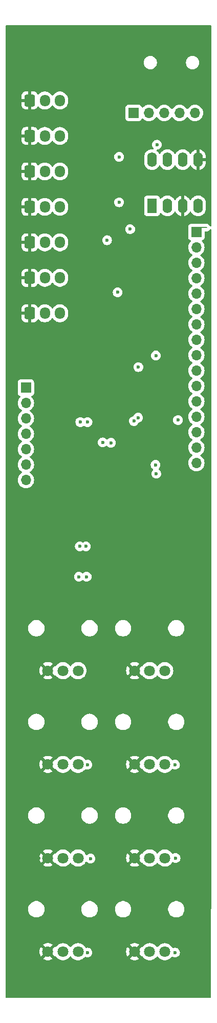
<source format=gbr>
%TF.GenerationSoftware,KiCad,Pcbnew,8.0.8*%
%TF.CreationDate,2025-03-24T10:48:50+01:00*%
%TF.ProjectId,Unit,556e6974-2e6b-4696-9361-645f70636258,rev?*%
%TF.SameCoordinates,Original*%
%TF.FileFunction,Copper,L3,Inr*%
%TF.FilePolarity,Positive*%
%FSLAX46Y46*%
G04 Gerber Fmt 4.6, Leading zero omitted, Abs format (unit mm)*
G04 Created by KiCad (PCBNEW 8.0.8) date 2025-03-24 10:48:50*
%MOMM*%
%LPD*%
G01*
G04 APERTURE LIST*
G04 Aperture macros list*
%AMRoundRect*
0 Rectangle with rounded corners*
0 $1 Rounding radius*
0 $2 $3 $4 $5 $6 $7 $8 $9 X,Y pos of 4 corners*
0 Add a 4 corners polygon primitive as box body*
4,1,4,$2,$3,$4,$5,$6,$7,$8,$9,$2,$3,0*
0 Add four circle primitives for the rounded corners*
1,1,$1+$1,$2,$3*
1,1,$1+$1,$4,$5*
1,1,$1+$1,$6,$7*
1,1,$1+$1,$8,$9*
0 Add four rect primitives between the rounded corners*
20,1,$1+$1,$2,$3,$4,$5,0*
20,1,$1+$1,$4,$5,$6,$7,0*
20,1,$1+$1,$6,$7,$8,$9,0*
20,1,$1+$1,$8,$9,$2,$3,0*%
G04 Aperture macros list end*
%TA.AperFunction,ComponentPad*%
%ADD10C,1.800000*%
%TD*%
%TA.AperFunction,ComponentPad*%
%ADD11RoundRect,0.250000X-0.600000X-0.725000X0.600000X-0.725000X0.600000X0.725000X-0.600000X0.725000X0*%
%TD*%
%TA.AperFunction,ComponentPad*%
%ADD12O,1.700000X1.950000*%
%TD*%
%TA.AperFunction,ComponentPad*%
%ADD13R,1.700000X1.700000*%
%TD*%
%TA.AperFunction,ComponentPad*%
%ADD14O,1.700000X1.700000*%
%TD*%
%TA.AperFunction,ComponentPad*%
%ADD15R,1.600000X2.400000*%
%TD*%
%TA.AperFunction,ComponentPad*%
%ADD16O,1.600000X2.400000*%
%TD*%
%TA.AperFunction,ViaPad*%
%ADD17C,0.600000*%
%TD*%
%TA.AperFunction,Conductor*%
%ADD18C,0.200000*%
%TD*%
G04 APERTURE END LIST*
D10*
%TO.N,+3.3V*%
%TO.C,RV5*%
X144427537Y-137230000D03*
%TO.N,Net-(U1-CH4)*%
X141927537Y-137230000D03*
%TO.N,GND*%
X139427537Y-137230000D03*
%TD*%
D11*
%TO.N,GND*%
%TO.C,J10*%
X136427537Y-51130000D03*
D12*
%TO.N,/Main_board/c4*%
X138927537Y-51130000D03*
%TO.N,+3.3V*%
X141427537Y-51130000D03*
%TD*%
D11*
%TO.N,GND*%
%TO.C,J9*%
X136427537Y-45280000D03*
D12*
%TO.N,/Main_board/c3*%
X138927537Y-45280000D03*
%TO.N,+3.3V*%
X141427537Y-45280000D03*
%TD*%
D11*
%TO.N,GND*%
%TO.C,J12*%
X136427537Y-62830000D03*
D12*
%TO.N,/Main_board/c6*%
X138927537Y-62830000D03*
%TO.N,+3.3V*%
X141427537Y-62830000D03*
%TD*%
D11*
%TO.N,GND*%
%TO.C,J8*%
X136427537Y-39430000D03*
D12*
%TO.N,/Main_board/c2*%
X138927537Y-39430000D03*
%TO.N,+3.3V*%
X141427537Y-39430000D03*
%TD*%
D13*
%TO.N,unconnected-(J4-Pad1)*%
%TO.C,J4*%
X153599873Y-29780000D03*
D14*
%TO.N,unconnected-(J4-Pad2)*%
X156139873Y-29780000D03*
%TO.N,unconnected-(J4-Pad3)*%
X158679873Y-29780000D03*
%TO.N,Net-(J4-Pad4)*%
X161219873Y-29780000D03*
%TO.N,Net-(U4-VO2)*%
X163759873Y-29780000D03*
%TD*%
D10*
%TO.N,+3.3V*%
%TO.C,RV1*%
X144427537Y-168130000D03*
%TO.N,Net-(U1-CH0)*%
X141927537Y-168130000D03*
%TO.N,GND*%
X139427537Y-168130000D03*
%TD*%
D11*
%TO.N,GND*%
%TO.C,J11*%
X136427537Y-56980000D03*
D12*
%TO.N,/Main_board/c5*%
X138927537Y-56980000D03*
%TO.N,+3.3V*%
X141427537Y-56980000D03*
%TD*%
D10*
%TO.N,+3.3V*%
%TO.C,RV4*%
X158777537Y-152680000D03*
%TO.N,Net-(U1-CH3)*%
X156277537Y-152680000D03*
%TO.N,GND*%
X153777537Y-152680000D03*
%TD*%
%TO.N,+3.3V*%
%TO.C,RV8*%
X158777537Y-121780000D03*
%TO.N,Net-(U1-CH7)*%
X156277537Y-121780000D03*
%TO.N,GND*%
X153777537Y-121780000D03*
%TD*%
%TO.N,+3.3V*%
%TO.C,RV2*%
X158777537Y-168130000D03*
%TO.N,Net-(U1-CH1)*%
X156277537Y-168130000D03*
%TO.N,GND*%
X153777537Y-168130000D03*
%TD*%
%TO.N,+3.3V*%
%TO.C,RV7*%
X144427537Y-121780000D03*
%TO.N,Net-(U1-CH6)*%
X141927537Y-121780000D03*
%TO.N,GND*%
X139427537Y-121780000D03*
%TD*%
D11*
%TO.N,GND*%
%TO.C,J6*%
X136427537Y-27730000D03*
D12*
%TO.N,/Main_board/c0*%
X138927537Y-27730000D03*
%TO.N,+3.3V*%
X141427537Y-27730000D03*
%TD*%
D15*
%TO.N,unconnected-(U4-NC-Pad1)*%
%TO.C,U4*%
X156669873Y-45105000D03*
D16*
%TO.N,Net-(U4-C1)*%
X159209873Y-45105000D03*
%TO.N,GND*%
X161749873Y-45105000D03*
%TO.N,unconnected-(U4-NC-Pad4)*%
X164289873Y-45105000D03*
%TO.N,GND*%
X164289873Y-37485000D03*
%TO.N,Net-(U4-VO2)*%
X161749873Y-37485000D03*
%TO.N,Net-(U4-VO1)*%
X159209873Y-37485000D03*
%TO.N,+3.3V*%
X156669873Y-37485000D03*
%TD*%
D14*
%TO.N,+3.3V*%
%TO.C,J1*%
X164000000Y-51960000D03*
D13*
%TO.N,/Raspberry_connections/GND*%
X164000000Y-49420000D03*
D14*
%TO.N,/Main_board/midi_in*%
X164000000Y-54500000D03*
%TO.N,/Main_board/DATA_IN_595*%
X164000000Y-57040000D03*
%TO.N,/Main_board/clock_595*%
X164000000Y-69740000D03*
%TO.N,/Main_board/LATCH_595*%
X164000000Y-59580000D03*
%TO.N,/Main_board/LOAD_165*%
X164000000Y-62120000D03*
%TO.N,/Main_board/clock_165*%
X164000000Y-64660000D03*
%TO.N,/Octaves board/DATA_IN_ADC*%
X164000000Y-77360000D03*
%TO.N,/Octaves board/DATA_OUT_ADC*%
X164000000Y-74820000D03*
%TO.N,/Main_board/DATA_OUT_165*%
X164000000Y-67200000D03*
%TO.N,/Octaves board/ADC_clock*%
X164000000Y-79900000D03*
%TO.N,/Octaves board/select*%
X164000000Y-72280000D03*
%TO.N,N/C*%
X164000000Y-82440000D03*
X164000000Y-84980000D03*
X164000000Y-87520000D03*
%TD*%
D10*
%TO.N,+3.3V*%
%TO.C,RV3*%
X144427537Y-152680000D03*
%TO.N,Net-(U1-CH2)*%
X141927537Y-152680000D03*
%TO.N,GND*%
X139427537Y-152680000D03*
%TD*%
%TO.N,+3.3V*%
%TO.C,RV6*%
X158777537Y-137230000D03*
%TO.N,Net-(U1-CH5)*%
X156277537Y-137230000D03*
%TO.N,GND*%
X153777537Y-137230000D03*
%TD*%
D11*
%TO.N,GND*%
%TO.C,J7*%
X136427537Y-33580000D03*
D12*
%TO.N,/Main_board/c1*%
X138927537Y-33580000D03*
%TO.N,+3.3V*%
X141427537Y-33580000D03*
%TD*%
D13*
%TO.N,/Main_board/jst0*%
%TO.C,J5*%
X135800000Y-75100000D03*
D14*
%TO.N,/Main_board/jst1*%
X135800000Y-77640000D03*
%TO.N,/Main_board/jst2*%
X135800000Y-80180000D03*
%TO.N,/Main_board/jst3*%
X135800000Y-82720000D03*
%TO.N,/Main_board/jst4*%
X135800000Y-85260000D03*
%TO.N,/Main_board/jst5*%
X135800000Y-87800000D03*
%TO.N,/Main_board/jst6*%
X135800000Y-90340000D03*
%TD*%
D17*
%TO.N,GND*%
X151219873Y-46030000D03*
X137969873Y-152680000D03*
X137519873Y-137230000D03*
X137969873Y-168780000D03*
X153469873Y-101280000D03*
X151119873Y-85730000D03*
X147219873Y-101280000D03*
X150844873Y-40905000D03*
X152469873Y-81030000D03*
X151969873Y-137280000D03*
X153719873Y-85780000D03*
X151469873Y-168280000D03*
X151969873Y-152780000D03*
X146219873Y-46030000D03*
%TO.N,+3.3V*%
X145719873Y-101280000D03*
X151219873Y-44530000D03*
X160569873Y-152680000D03*
X156219873Y-36780000D03*
X160469873Y-137280000D03*
X145969873Y-168280000D03*
X145994873Y-80780000D03*
X146469873Y-152780000D03*
X144719873Y-101280000D03*
X160469873Y-168280000D03*
X145969873Y-137280000D03*
X144794873Y-80780000D03*
X151219873Y-37030000D03*
%TO.N,/Main_board/jst6*%
X149869873Y-84205000D03*
%TO.N,/Main_board/jst5*%
X148494873Y-84130000D03*
%TO.N,Net-(U1-CH0)*%
X144577537Y-106280000D03*
%TO.N,Net-(U1-CH1)*%
X145847537Y-106280000D03*
%TO.N,/Main_board/clock_595*%
X149219873Y-50780000D03*
X157300000Y-69800000D03*
%TO.N,/Main_board/LATCH_595*%
X150969873Y-59369873D03*
X153044873Y-48955000D03*
%TO.N,/Main_board/LOAD_165*%
X157369873Y-89280000D03*
%TO.N,/Main_board/DATA_OUT_165*%
X153669873Y-80605000D03*
X154400000Y-71700000D03*
X154344873Y-80055000D03*
%TO.N,/Main_board/clock_165*%
X157244873Y-87830000D03*
%TO.N,/Octaves board/ADC_clock*%
X160950000Y-80450000D03*
%TO.N,Net-(U4-VO2)*%
X157469873Y-35030000D03*
%TD*%
D18*
%TO.N,/Raspberry_connections/GND*%
X164000000Y-49420000D02*
X164720000Y-48700000D01*
X164720000Y-48700000D02*
X165700000Y-48700000D01*
%TD*%
%TA.AperFunction,Conductor*%
%TO.N,GND*%
G36*
X166412412Y-15300185D02*
G01*
X166458167Y-15352989D01*
X166469373Y-15404500D01*
X166469373Y-48368818D01*
X166449688Y-48435857D01*
X166396884Y-48481612D01*
X166327726Y-48491556D01*
X166264170Y-48462531D01*
X166237986Y-48430818D01*
X166180522Y-48331287D01*
X166180518Y-48331282D01*
X166068717Y-48219481D01*
X166068709Y-48219475D01*
X165931790Y-48140426D01*
X165931786Y-48140424D01*
X165931784Y-48140423D01*
X165779057Y-48099500D01*
X165779056Y-48099500D01*
X165043106Y-48099500D01*
X164999773Y-48091682D01*
X164957482Y-48075908D01*
X164957483Y-48075908D01*
X164897883Y-48069501D01*
X164897881Y-48069500D01*
X164897873Y-48069500D01*
X164897864Y-48069500D01*
X163102129Y-48069500D01*
X163102123Y-48069501D01*
X163042516Y-48075908D01*
X162907671Y-48126202D01*
X162907664Y-48126206D01*
X162792455Y-48212452D01*
X162792452Y-48212455D01*
X162706206Y-48327664D01*
X162706202Y-48327671D01*
X162655908Y-48462517D01*
X162649501Y-48522116D01*
X162649500Y-48522135D01*
X162649500Y-50317870D01*
X162649501Y-50317876D01*
X162655908Y-50377483D01*
X162706202Y-50512328D01*
X162706206Y-50512335D01*
X162792452Y-50627544D01*
X162792455Y-50627547D01*
X162907664Y-50713793D01*
X162907671Y-50713797D01*
X163039081Y-50762810D01*
X163095015Y-50804681D01*
X163119432Y-50870145D01*
X163104580Y-50938418D01*
X163083430Y-50966673D01*
X162961503Y-51088600D01*
X162825965Y-51282169D01*
X162825964Y-51282171D01*
X162726098Y-51496335D01*
X162726094Y-51496344D01*
X162664938Y-51724586D01*
X162664936Y-51724596D01*
X162644341Y-51959999D01*
X162644341Y-51960000D01*
X162664936Y-52195403D01*
X162664938Y-52195413D01*
X162726094Y-52423655D01*
X162726096Y-52423659D01*
X162726097Y-52423663D01*
X162780046Y-52539356D01*
X162825965Y-52637830D01*
X162825967Y-52637834D01*
X162961501Y-52831395D01*
X162961506Y-52831402D01*
X163128597Y-52998493D01*
X163128603Y-52998498D01*
X163314158Y-53128425D01*
X163357783Y-53183002D01*
X163364977Y-53252500D01*
X163333454Y-53314855D01*
X163314158Y-53331575D01*
X163128597Y-53461505D01*
X162961505Y-53628597D01*
X162825965Y-53822169D01*
X162825964Y-53822171D01*
X162726098Y-54036335D01*
X162726094Y-54036344D01*
X162664938Y-54264586D01*
X162664936Y-54264596D01*
X162644341Y-54499999D01*
X162644341Y-54500000D01*
X162664936Y-54735403D01*
X162664938Y-54735413D01*
X162726094Y-54963655D01*
X162726096Y-54963659D01*
X162726097Y-54963663D01*
X162825965Y-55177830D01*
X162825967Y-55177834D01*
X162961501Y-55371395D01*
X162961506Y-55371402D01*
X163128597Y-55538493D01*
X163128603Y-55538498D01*
X163314158Y-55668425D01*
X163357783Y-55723002D01*
X163364977Y-55792500D01*
X163333454Y-55854855D01*
X163314158Y-55871575D01*
X163128597Y-56001505D01*
X162961505Y-56168597D01*
X162825965Y-56362169D01*
X162825964Y-56362171D01*
X162726098Y-56576335D01*
X162726094Y-56576344D01*
X162664938Y-56804586D01*
X162664936Y-56804596D01*
X162644341Y-57039999D01*
X162644341Y-57040000D01*
X162664936Y-57275403D01*
X162664938Y-57275413D01*
X162726094Y-57503655D01*
X162726096Y-57503659D01*
X162726097Y-57503663D01*
X162781937Y-57623412D01*
X162825965Y-57717830D01*
X162825967Y-57717834D01*
X162961501Y-57911395D01*
X162961506Y-57911402D01*
X163128597Y-58078493D01*
X163128603Y-58078498D01*
X163314158Y-58208425D01*
X163357783Y-58263002D01*
X163364977Y-58332500D01*
X163333454Y-58394855D01*
X163314158Y-58411575D01*
X163128597Y-58541505D01*
X162961505Y-58708597D01*
X162825965Y-58902169D01*
X162825964Y-58902171D01*
X162726098Y-59116335D01*
X162726094Y-59116344D01*
X162664938Y-59344586D01*
X162664936Y-59344596D01*
X162644341Y-59579999D01*
X162644341Y-59580000D01*
X162664936Y-59815403D01*
X162664938Y-59815413D01*
X162726094Y-60043655D01*
X162726096Y-60043659D01*
X162726097Y-60043663D01*
X162787545Y-60175438D01*
X162825965Y-60257830D01*
X162825967Y-60257834D01*
X162961501Y-60451395D01*
X162961506Y-60451402D01*
X163128597Y-60618493D01*
X163128603Y-60618498D01*
X163314158Y-60748425D01*
X163357783Y-60803002D01*
X163364977Y-60872500D01*
X163333454Y-60934855D01*
X163314158Y-60951575D01*
X163128597Y-61081505D01*
X162961505Y-61248597D01*
X162825965Y-61442169D01*
X162825964Y-61442171D01*
X162726098Y-61656335D01*
X162726094Y-61656344D01*
X162664938Y-61884586D01*
X162664936Y-61884596D01*
X162644341Y-62119999D01*
X162644341Y-62120000D01*
X162664936Y-62355403D01*
X162664938Y-62355413D01*
X162726094Y-62583655D01*
X162726096Y-62583659D01*
X162726097Y-62583663D01*
X162733115Y-62598713D01*
X162825965Y-62797830D01*
X162825967Y-62797834D01*
X162961501Y-62991395D01*
X162961506Y-62991402D01*
X163128597Y-63158493D01*
X163128603Y-63158498D01*
X163314158Y-63288425D01*
X163357783Y-63343002D01*
X163364977Y-63412500D01*
X163333454Y-63474855D01*
X163314158Y-63491575D01*
X163128597Y-63621505D01*
X162961505Y-63788597D01*
X162825965Y-63982169D01*
X162825964Y-63982171D01*
X162726098Y-64196335D01*
X162726094Y-64196344D01*
X162664938Y-64424586D01*
X162664936Y-64424596D01*
X162644341Y-64659999D01*
X162644341Y-64660000D01*
X162664936Y-64895403D01*
X162664938Y-64895413D01*
X162726094Y-65123655D01*
X162726096Y-65123659D01*
X162726097Y-65123663D01*
X162825965Y-65337830D01*
X162825967Y-65337834D01*
X162961501Y-65531395D01*
X162961506Y-65531402D01*
X163128597Y-65698493D01*
X163128603Y-65698498D01*
X163314158Y-65828425D01*
X163357783Y-65883002D01*
X163364977Y-65952500D01*
X163333454Y-66014855D01*
X163314158Y-66031575D01*
X163128597Y-66161505D01*
X162961505Y-66328597D01*
X162825965Y-66522169D01*
X162825964Y-66522171D01*
X162726098Y-66736335D01*
X162726094Y-66736344D01*
X162664938Y-66964586D01*
X162664936Y-66964596D01*
X162644341Y-67199999D01*
X162644341Y-67200000D01*
X162664936Y-67435403D01*
X162664938Y-67435413D01*
X162726094Y-67663655D01*
X162726096Y-67663659D01*
X162726097Y-67663663D01*
X162749620Y-67714108D01*
X162825965Y-67877830D01*
X162825967Y-67877834D01*
X162961501Y-68071395D01*
X162961506Y-68071402D01*
X163128597Y-68238493D01*
X163128603Y-68238498D01*
X163314158Y-68368425D01*
X163357783Y-68423002D01*
X163364977Y-68492500D01*
X163333454Y-68554855D01*
X163314158Y-68571575D01*
X163128597Y-68701505D01*
X162961505Y-68868597D01*
X162825965Y-69062169D01*
X162825964Y-69062171D01*
X162726098Y-69276335D01*
X162726094Y-69276344D01*
X162664938Y-69504586D01*
X162664936Y-69504596D01*
X162644341Y-69739999D01*
X162644341Y-69740000D01*
X162664936Y-69975403D01*
X162664938Y-69975413D01*
X162726094Y-70203655D01*
X162726096Y-70203659D01*
X162726097Y-70203663D01*
X162772075Y-70302262D01*
X162825965Y-70417830D01*
X162825967Y-70417834D01*
X162901558Y-70525788D01*
X162943276Y-70585368D01*
X162961501Y-70611395D01*
X162961506Y-70611402D01*
X163128597Y-70778493D01*
X163128603Y-70778498D01*
X163314158Y-70908425D01*
X163357783Y-70963002D01*
X163364977Y-71032500D01*
X163333454Y-71094855D01*
X163314158Y-71111575D01*
X163128597Y-71241505D01*
X162961505Y-71408597D01*
X162825965Y-71602169D01*
X162825964Y-71602171D01*
X162726098Y-71816335D01*
X162726094Y-71816344D01*
X162664938Y-72044586D01*
X162664936Y-72044596D01*
X162644341Y-72279999D01*
X162644341Y-72280000D01*
X162664936Y-72515403D01*
X162664938Y-72515413D01*
X162726094Y-72743655D01*
X162726096Y-72743659D01*
X162726097Y-72743663D01*
X162825965Y-72957830D01*
X162825967Y-72957834D01*
X162961501Y-73151395D01*
X162961506Y-73151402D01*
X163128597Y-73318493D01*
X163128603Y-73318498D01*
X163314158Y-73448425D01*
X163357783Y-73503002D01*
X163364977Y-73572500D01*
X163333454Y-73634855D01*
X163314158Y-73651575D01*
X163128597Y-73781505D01*
X162961505Y-73948597D01*
X162825965Y-74142169D01*
X162825964Y-74142171D01*
X162726098Y-74356335D01*
X162726094Y-74356344D01*
X162664938Y-74584586D01*
X162664936Y-74584596D01*
X162644341Y-74819999D01*
X162644341Y-74820000D01*
X162664936Y-75055403D01*
X162664938Y-75055413D01*
X162726094Y-75283655D01*
X162726096Y-75283659D01*
X162726097Y-75283663D01*
X162825965Y-75497830D01*
X162825967Y-75497834D01*
X162961501Y-75691395D01*
X162961506Y-75691402D01*
X163128597Y-75858493D01*
X163128603Y-75858498D01*
X163314158Y-75988425D01*
X163357783Y-76043002D01*
X163364977Y-76112500D01*
X163333454Y-76174855D01*
X163314158Y-76191575D01*
X163128597Y-76321505D01*
X162961505Y-76488597D01*
X162825965Y-76682169D01*
X162825964Y-76682171D01*
X162726098Y-76896335D01*
X162726094Y-76896344D01*
X162664938Y-77124586D01*
X162664936Y-77124596D01*
X162644341Y-77359999D01*
X162644341Y-77360000D01*
X162664936Y-77595403D01*
X162664938Y-77595413D01*
X162726094Y-77823655D01*
X162726096Y-77823659D01*
X162726097Y-77823663D01*
X162825965Y-78037830D01*
X162825967Y-78037834D01*
X162961501Y-78231395D01*
X162961506Y-78231402D01*
X163128597Y-78398493D01*
X163128603Y-78398498D01*
X163314158Y-78528425D01*
X163357783Y-78583002D01*
X163364977Y-78652500D01*
X163333454Y-78714855D01*
X163314158Y-78731575D01*
X163128597Y-78861505D01*
X162961505Y-79028597D01*
X162825965Y-79222169D01*
X162825964Y-79222171D01*
X162726098Y-79436335D01*
X162726094Y-79436344D01*
X162664938Y-79664586D01*
X162664936Y-79664596D01*
X162644341Y-79899999D01*
X162644341Y-79900000D01*
X162664936Y-80135403D01*
X162664938Y-80135413D01*
X162726094Y-80363655D01*
X162726096Y-80363659D01*
X162726097Y-80363663D01*
X162766355Y-80449996D01*
X162825965Y-80577830D01*
X162825967Y-80577834D01*
X162961501Y-80771395D01*
X162961506Y-80771402D01*
X163128597Y-80938493D01*
X163128603Y-80938498D01*
X163314158Y-81068425D01*
X163357783Y-81123002D01*
X163364977Y-81192500D01*
X163333454Y-81254855D01*
X163314158Y-81271575D01*
X163128597Y-81401505D01*
X162961505Y-81568597D01*
X162825965Y-81762169D01*
X162825964Y-81762171D01*
X162726098Y-81976335D01*
X162726094Y-81976344D01*
X162664938Y-82204586D01*
X162664936Y-82204596D01*
X162644341Y-82439999D01*
X162644341Y-82440000D01*
X162664936Y-82675403D01*
X162664938Y-82675413D01*
X162726094Y-82903655D01*
X162726096Y-82903659D01*
X162726097Y-82903663D01*
X162825965Y-83117830D01*
X162825967Y-83117834D01*
X162961501Y-83311395D01*
X162961506Y-83311402D01*
X163128597Y-83478493D01*
X163128603Y-83478498D01*
X163314158Y-83608425D01*
X163357783Y-83663002D01*
X163364977Y-83732500D01*
X163333454Y-83794855D01*
X163314158Y-83811575D01*
X163128597Y-83941505D01*
X162961505Y-84108597D01*
X162825965Y-84302169D01*
X162825964Y-84302171D01*
X162726098Y-84516335D01*
X162726094Y-84516344D01*
X162664938Y-84744586D01*
X162664936Y-84744596D01*
X162644341Y-84979999D01*
X162644341Y-84980000D01*
X162664936Y-85215403D01*
X162664938Y-85215413D01*
X162726094Y-85443655D01*
X162726096Y-85443659D01*
X162726097Y-85443663D01*
X162825965Y-85657830D01*
X162825967Y-85657834D01*
X162961501Y-85851395D01*
X162961506Y-85851402D01*
X163128597Y-86018493D01*
X163128603Y-86018498D01*
X163314158Y-86148425D01*
X163357783Y-86203002D01*
X163364977Y-86272500D01*
X163333454Y-86334855D01*
X163314158Y-86351575D01*
X163128597Y-86481505D01*
X162961505Y-86648597D01*
X162825965Y-86842169D01*
X162825964Y-86842171D01*
X162726098Y-87056335D01*
X162726094Y-87056344D01*
X162664938Y-87284586D01*
X162664936Y-87284596D01*
X162644341Y-87519999D01*
X162644341Y-87520000D01*
X162664936Y-87755403D01*
X162664938Y-87755413D01*
X162726094Y-87983655D01*
X162726096Y-87983659D01*
X162726097Y-87983663D01*
X162817428Y-88179522D01*
X162825965Y-88197830D01*
X162825967Y-88197834D01*
X162920093Y-88332259D01*
X162961505Y-88391401D01*
X163128599Y-88558495D01*
X163164050Y-88583318D01*
X163322165Y-88694032D01*
X163322167Y-88694033D01*
X163322170Y-88694035D01*
X163536337Y-88793903D01*
X163764592Y-88855063D01*
X163952918Y-88871539D01*
X163999999Y-88875659D01*
X164000000Y-88875659D01*
X164000001Y-88875659D01*
X164039234Y-88872226D01*
X164235408Y-88855063D01*
X164463663Y-88793903D01*
X164677830Y-88694035D01*
X164871401Y-88558495D01*
X165038495Y-88391401D01*
X165174035Y-88197830D01*
X165273903Y-87983663D01*
X165335063Y-87755408D01*
X165355659Y-87520000D01*
X165335063Y-87284592D01*
X165273903Y-87056337D01*
X165174035Y-86842171D01*
X165117553Y-86761505D01*
X165038494Y-86648597D01*
X164871402Y-86481506D01*
X164871396Y-86481501D01*
X164685842Y-86351575D01*
X164642217Y-86296998D01*
X164635023Y-86227500D01*
X164666546Y-86165145D01*
X164685842Y-86148425D01*
X164710163Y-86131395D01*
X164871401Y-86018495D01*
X165038495Y-85851401D01*
X165174035Y-85657830D01*
X165273903Y-85443663D01*
X165335063Y-85215408D01*
X165355659Y-84980000D01*
X165335063Y-84744592D01*
X165273903Y-84516337D01*
X165174035Y-84302171D01*
X165117553Y-84221505D01*
X165038494Y-84108597D01*
X164871402Y-83941506D01*
X164871396Y-83941501D01*
X164685842Y-83811575D01*
X164642217Y-83756998D01*
X164635023Y-83687500D01*
X164666546Y-83625145D01*
X164685842Y-83608425D01*
X164733316Y-83575183D01*
X164871401Y-83478495D01*
X165038495Y-83311401D01*
X165174035Y-83117830D01*
X165273903Y-82903663D01*
X165335063Y-82675408D01*
X165355659Y-82440000D01*
X165335063Y-82204592D01*
X165273903Y-81976337D01*
X165174035Y-81762171D01*
X165117553Y-81681505D01*
X165038494Y-81568597D01*
X164871402Y-81401506D01*
X164871396Y-81401501D01*
X164685842Y-81271575D01*
X164642217Y-81216998D01*
X164635023Y-81147500D01*
X164666546Y-81085145D01*
X164685842Y-81068425D01*
X164710163Y-81051395D01*
X164871401Y-80938495D01*
X165038495Y-80771401D01*
X165174035Y-80577830D01*
X165273903Y-80363663D01*
X165335063Y-80135408D01*
X165355659Y-79900000D01*
X165335063Y-79664592D01*
X165273903Y-79436337D01*
X165174035Y-79222171D01*
X165117553Y-79141505D01*
X165038494Y-79028597D01*
X164871402Y-78861506D01*
X164871396Y-78861501D01*
X164685842Y-78731575D01*
X164642217Y-78676998D01*
X164635023Y-78607500D01*
X164666546Y-78545145D01*
X164685842Y-78528425D01*
X164710163Y-78511395D01*
X164871401Y-78398495D01*
X165038495Y-78231401D01*
X165174035Y-78037830D01*
X165273903Y-77823663D01*
X165335063Y-77595408D01*
X165355659Y-77360000D01*
X165335063Y-77124592D01*
X165273903Y-76896337D01*
X165174035Y-76682171D01*
X165149180Y-76646673D01*
X165038494Y-76488597D01*
X164871402Y-76321506D01*
X164871396Y-76321501D01*
X164685842Y-76191575D01*
X164642217Y-76136998D01*
X164635023Y-76067500D01*
X164666546Y-76005145D01*
X164685842Y-75988425D01*
X164708026Y-75972891D01*
X164871401Y-75858495D01*
X165038495Y-75691401D01*
X165174035Y-75497830D01*
X165273903Y-75283663D01*
X165335063Y-75055408D01*
X165355659Y-74820000D01*
X165335063Y-74584592D01*
X165273903Y-74356337D01*
X165174035Y-74142171D01*
X165079858Y-74007671D01*
X165038494Y-73948597D01*
X164871402Y-73781506D01*
X164871396Y-73781501D01*
X164685842Y-73651575D01*
X164642217Y-73596998D01*
X164635023Y-73527500D01*
X164666546Y-73465145D01*
X164685842Y-73448425D01*
X164708026Y-73432891D01*
X164871401Y-73318495D01*
X165038495Y-73151401D01*
X165174035Y-72957830D01*
X165273903Y-72743663D01*
X165335063Y-72515408D01*
X165355659Y-72280000D01*
X165335063Y-72044592D01*
X165273903Y-71816337D01*
X165174035Y-71602171D01*
X165117021Y-71520745D01*
X165038494Y-71408597D01*
X164871402Y-71241506D01*
X164871396Y-71241501D01*
X164685842Y-71111575D01*
X164642217Y-71056998D01*
X164635023Y-70987500D01*
X164666546Y-70925145D01*
X164685842Y-70908425D01*
X164708026Y-70892891D01*
X164871401Y-70778495D01*
X165038495Y-70611401D01*
X165174035Y-70417830D01*
X165273903Y-70203663D01*
X165335063Y-69975408D01*
X165355659Y-69740000D01*
X165335063Y-69504592D01*
X165273903Y-69276337D01*
X165174035Y-69062171D01*
X165140748Y-69014631D01*
X165038494Y-68868597D01*
X164871402Y-68701506D01*
X164871396Y-68701501D01*
X164685842Y-68571575D01*
X164642217Y-68516998D01*
X164635023Y-68447500D01*
X164666546Y-68385145D01*
X164685842Y-68368425D01*
X164708026Y-68352891D01*
X164871401Y-68238495D01*
X165038495Y-68071401D01*
X165174035Y-67877830D01*
X165273903Y-67663663D01*
X165335063Y-67435408D01*
X165355659Y-67200000D01*
X165335063Y-66964592D01*
X165273903Y-66736337D01*
X165174035Y-66522171D01*
X165038495Y-66328599D01*
X165038494Y-66328597D01*
X164871402Y-66161506D01*
X164871396Y-66161501D01*
X164685842Y-66031575D01*
X164642217Y-65976998D01*
X164635023Y-65907500D01*
X164666546Y-65845145D01*
X164685842Y-65828425D01*
X164708026Y-65812891D01*
X164871401Y-65698495D01*
X165038495Y-65531401D01*
X165174035Y-65337830D01*
X165273903Y-65123663D01*
X165335063Y-64895408D01*
X165355659Y-64660000D01*
X165335063Y-64424592D01*
X165285430Y-64239356D01*
X165273905Y-64196344D01*
X165273904Y-64196343D01*
X165273903Y-64196337D01*
X165174035Y-63982171D01*
X165098377Y-63874119D01*
X165038494Y-63788597D01*
X164871402Y-63621506D01*
X164871396Y-63621501D01*
X164685842Y-63491575D01*
X164642217Y-63436998D01*
X164635023Y-63367500D01*
X164666546Y-63305145D01*
X164685842Y-63288425D01*
X164710386Y-63271239D01*
X164871401Y-63158495D01*
X165038495Y-62991401D01*
X165174035Y-62797830D01*
X165273903Y-62583663D01*
X165335063Y-62355408D01*
X165355659Y-62120000D01*
X165335063Y-61884592D01*
X165273903Y-61656337D01*
X165174035Y-61442171D01*
X165135932Y-61387753D01*
X165038494Y-61248597D01*
X164871402Y-61081506D01*
X164871396Y-61081501D01*
X164685842Y-60951575D01*
X164642217Y-60896998D01*
X164635023Y-60827500D01*
X164666546Y-60765145D01*
X164685842Y-60748425D01*
X164708026Y-60732891D01*
X164871401Y-60618495D01*
X165038495Y-60451401D01*
X165174035Y-60257830D01*
X165273903Y-60043663D01*
X165335063Y-59815408D01*
X165355659Y-59580000D01*
X165335063Y-59344592D01*
X165273903Y-59116337D01*
X165174035Y-58902171D01*
X165149836Y-58867610D01*
X165038494Y-58708597D01*
X164871402Y-58541506D01*
X164871396Y-58541501D01*
X164685842Y-58411575D01*
X164642217Y-58356998D01*
X164635023Y-58287500D01*
X164666546Y-58225145D01*
X164685842Y-58208425D01*
X164790555Y-58135104D01*
X164871401Y-58078495D01*
X165038495Y-57911401D01*
X165174035Y-57717830D01*
X165273903Y-57503663D01*
X165335063Y-57275408D01*
X165355659Y-57040000D01*
X165335063Y-56804592D01*
X165273903Y-56576337D01*
X165174035Y-56362171D01*
X165063993Y-56205013D01*
X165038494Y-56168597D01*
X164871402Y-56001506D01*
X164871396Y-56001501D01*
X164685842Y-55871575D01*
X164642217Y-55816998D01*
X164635023Y-55747500D01*
X164666546Y-55685145D01*
X164685842Y-55668425D01*
X164778644Y-55603444D01*
X164871401Y-55538495D01*
X165038495Y-55371401D01*
X165174035Y-55177830D01*
X165273903Y-54963663D01*
X165335063Y-54735408D01*
X165355659Y-54500000D01*
X165335063Y-54264592D01*
X165273903Y-54036337D01*
X165174035Y-53822171D01*
X165038495Y-53628599D01*
X165038494Y-53628597D01*
X164871402Y-53461506D01*
X164871396Y-53461501D01*
X164685842Y-53331575D01*
X164642217Y-53276998D01*
X164635023Y-53207500D01*
X164666546Y-53145145D01*
X164685842Y-53128425D01*
X164708026Y-53112891D01*
X164871401Y-52998495D01*
X165038495Y-52831401D01*
X165174035Y-52637830D01*
X165273903Y-52423663D01*
X165335063Y-52195408D01*
X165355659Y-51960000D01*
X165335063Y-51724592D01*
X165273903Y-51496337D01*
X165174035Y-51282171D01*
X165111271Y-51192535D01*
X165038496Y-51088600D01*
X165017361Y-51067465D01*
X164916567Y-50966671D01*
X164883084Y-50905351D01*
X164888068Y-50835659D01*
X164929939Y-50779725D01*
X164960915Y-50762810D01*
X165092331Y-50713796D01*
X165207546Y-50627546D01*
X165293796Y-50512331D01*
X165344091Y-50377483D01*
X165350500Y-50317873D01*
X165350499Y-49424499D01*
X165370183Y-49357461D01*
X165422987Y-49311706D01*
X165474499Y-49300500D01*
X165779055Y-49300500D01*
X165779057Y-49300500D01*
X165931784Y-49259577D01*
X166068716Y-49180520D01*
X166180520Y-49068716D01*
X166237986Y-48969181D01*
X166288552Y-48920966D01*
X166357159Y-48907742D01*
X166422024Y-48933710D01*
X166462553Y-48990624D01*
X166469373Y-49031181D01*
X166469373Y-153978566D01*
X166424872Y-168361218D01*
X166402302Y-175655884D01*
X166382411Y-175722862D01*
X166329465Y-175768453D01*
X166278303Y-175779500D01*
X132594373Y-175779500D01*
X132527334Y-175759815D01*
X132481579Y-175707011D01*
X132470373Y-175655500D01*
X132470373Y-168129994D01*
X138022739Y-168129994D01*
X138022739Y-168130005D01*
X138041898Y-168361218D01*
X138098854Y-168586135D01*
X138192053Y-168798609D01*
X138276348Y-168927633D01*
X138944574Y-168259408D01*
X138961612Y-168322993D01*
X139027438Y-168437007D01*
X139120530Y-168530099D01*
X139234544Y-168595925D01*
X139298127Y-168612962D01*
X138628738Y-169282351D01*
X138659186Y-169306050D01*
X138863234Y-169416476D01*
X138863243Y-169416479D01*
X139082676Y-169491811D01*
X139311530Y-169530000D01*
X139543544Y-169530000D01*
X139772397Y-169491811D01*
X139991830Y-169416479D01*
X139991838Y-169416476D01*
X140195892Y-169306047D01*
X140226334Y-169282351D01*
X140226335Y-169282350D01*
X139556947Y-168612962D01*
X139620530Y-168595925D01*
X139734544Y-168530099D01*
X139827636Y-168437007D01*
X139893462Y-168322993D01*
X139910499Y-168259410D01*
X140578723Y-168927634D01*
X140583506Y-168927138D01*
X140626574Y-168890381D01*
X140695806Y-168880957D01*
X140759142Y-168910458D01*
X140781047Y-168935738D01*
X140818553Y-168993147D01*
X140818556Y-168993151D01*
X140818558Y-168993153D01*
X140975753Y-169163913D01*
X140975756Y-169163915D01*
X140975759Y-169163918D01*
X141158902Y-169306464D01*
X141158908Y-169306468D01*
X141158911Y-169306470D01*
X141326397Y-169397109D01*
X141362189Y-169416479D01*
X141363034Y-169416936D01*
X141477024Y-169456068D01*
X141582552Y-169492297D01*
X141582554Y-169492297D01*
X141582556Y-169492298D01*
X141811488Y-169530500D01*
X141811489Y-169530500D01*
X142043585Y-169530500D01*
X142043586Y-169530500D01*
X142272518Y-169492298D01*
X142492040Y-169416936D01*
X142696163Y-169306470D01*
X142696707Y-169306047D01*
X142757666Y-169258600D01*
X142879321Y-169163913D01*
X143036516Y-168993153D01*
X143073728Y-168936196D01*
X143126874Y-168890839D01*
X143196106Y-168881415D01*
X143259441Y-168910917D01*
X143281346Y-168936196D01*
X143318553Y-168993147D01*
X143318556Y-168993151D01*
X143318558Y-168993153D01*
X143475753Y-169163913D01*
X143475756Y-169163915D01*
X143475759Y-169163918D01*
X143658902Y-169306464D01*
X143658908Y-169306468D01*
X143658911Y-169306470D01*
X143826397Y-169397109D01*
X143862189Y-169416479D01*
X143863034Y-169416936D01*
X143977024Y-169456068D01*
X144082552Y-169492297D01*
X144082554Y-169492297D01*
X144082556Y-169492298D01*
X144311488Y-169530500D01*
X144311489Y-169530500D01*
X144543585Y-169530500D01*
X144543586Y-169530500D01*
X144772518Y-169492298D01*
X144992040Y-169416936D01*
X145196163Y-169306470D01*
X145196707Y-169306047D01*
X145257666Y-169258600D01*
X145379321Y-169163913D01*
X145492921Y-169040509D01*
X145552806Y-169004521D01*
X145622644Y-169006621D01*
X145625104Y-169007452D01*
X145790618Y-169065368D01*
X145790623Y-169065369D01*
X145969869Y-169085565D01*
X145969873Y-169085565D01*
X145969877Y-169085565D01*
X146149122Y-169065369D01*
X146149125Y-169065368D01*
X146149128Y-169065368D01*
X146319395Y-169005789D01*
X146472135Y-168909816D01*
X146599689Y-168782262D01*
X146695662Y-168629522D01*
X146755241Y-168459255D01*
X146757748Y-168437007D01*
X146775438Y-168280003D01*
X146775438Y-168279996D01*
X146758537Y-168129994D01*
X152372739Y-168129994D01*
X152372739Y-168130005D01*
X152391898Y-168361218D01*
X152448854Y-168586135D01*
X152542053Y-168798609D01*
X152626348Y-168927633D01*
X153294574Y-168259408D01*
X153311612Y-168322993D01*
X153377438Y-168437007D01*
X153470530Y-168530099D01*
X153584544Y-168595925D01*
X153648127Y-168612962D01*
X152978738Y-169282351D01*
X153009186Y-169306050D01*
X153213234Y-169416476D01*
X153213243Y-169416479D01*
X153432676Y-169491811D01*
X153661530Y-169530000D01*
X153893544Y-169530000D01*
X154122397Y-169491811D01*
X154341830Y-169416479D01*
X154341838Y-169416476D01*
X154545892Y-169306047D01*
X154576334Y-169282351D01*
X154576335Y-169282350D01*
X153906947Y-168612962D01*
X153970530Y-168595925D01*
X154084544Y-168530099D01*
X154177636Y-168437007D01*
X154243462Y-168322993D01*
X154260499Y-168259410D01*
X154928723Y-168927634D01*
X154933506Y-168927138D01*
X154976574Y-168890381D01*
X155045806Y-168880957D01*
X155109142Y-168910458D01*
X155131047Y-168935738D01*
X155168553Y-168993147D01*
X155168556Y-168993151D01*
X155168558Y-168993153D01*
X155325753Y-169163913D01*
X155325756Y-169163915D01*
X155325759Y-169163918D01*
X155508902Y-169306464D01*
X155508908Y-169306468D01*
X155508911Y-169306470D01*
X155676397Y-169397109D01*
X155712189Y-169416479D01*
X155713034Y-169416936D01*
X155827024Y-169456068D01*
X155932552Y-169492297D01*
X155932554Y-169492297D01*
X155932556Y-169492298D01*
X156161488Y-169530500D01*
X156161489Y-169530500D01*
X156393585Y-169530500D01*
X156393586Y-169530500D01*
X156622518Y-169492298D01*
X156842040Y-169416936D01*
X157046163Y-169306470D01*
X157046707Y-169306047D01*
X157107666Y-169258600D01*
X157229321Y-169163913D01*
X157386516Y-168993153D01*
X157423728Y-168936196D01*
X157476874Y-168890839D01*
X157546106Y-168881415D01*
X157609441Y-168910917D01*
X157631346Y-168936196D01*
X157668553Y-168993147D01*
X157668556Y-168993151D01*
X157668558Y-168993153D01*
X157825753Y-169163913D01*
X157825756Y-169163915D01*
X157825759Y-169163918D01*
X158008902Y-169306464D01*
X158008908Y-169306468D01*
X158008911Y-169306470D01*
X158176397Y-169397109D01*
X158212189Y-169416479D01*
X158213034Y-169416936D01*
X158327024Y-169456068D01*
X158432552Y-169492297D01*
X158432554Y-169492297D01*
X158432556Y-169492298D01*
X158661488Y-169530500D01*
X158661489Y-169530500D01*
X158893585Y-169530500D01*
X158893586Y-169530500D01*
X159122518Y-169492298D01*
X159342040Y-169416936D01*
X159546163Y-169306470D01*
X159546707Y-169306047D01*
X159607666Y-169258600D01*
X159729321Y-169163913D01*
X159886516Y-168993153D01*
X159886526Y-168993137D01*
X159887830Y-168991463D01*
X159888542Y-168990949D01*
X159889989Y-168989379D01*
X159890312Y-168989676D01*
X159944539Y-168950647D01*
X160014312Y-168946970D01*
X160051659Y-168962627D01*
X160094234Y-168989379D01*
X160120351Y-169005789D01*
X160125104Y-169007452D01*
X160290618Y-169065368D01*
X160290623Y-169065369D01*
X160469869Y-169085565D01*
X160469873Y-169085565D01*
X160469877Y-169085565D01*
X160649122Y-169065369D01*
X160649125Y-169065368D01*
X160649128Y-169065368D01*
X160819395Y-169005789D01*
X160972135Y-168909816D01*
X161099689Y-168782262D01*
X161195662Y-168629522D01*
X161255241Y-168459255D01*
X161257748Y-168437007D01*
X161275438Y-168280003D01*
X161275438Y-168279996D01*
X161255242Y-168100750D01*
X161255241Y-168100745D01*
X161242444Y-168064174D01*
X161195662Y-167930478D01*
X161175745Y-167898781D01*
X161156455Y-167868080D01*
X161099689Y-167777738D01*
X160972135Y-167650184D01*
X160819396Y-167554211D01*
X160649127Y-167494631D01*
X160649122Y-167494630D01*
X160469877Y-167474435D01*
X160469869Y-167474435D01*
X160290623Y-167494630D01*
X160290615Y-167494632D01*
X160171456Y-167536328D01*
X160101678Y-167539889D01*
X160041050Y-167505160D01*
X160016945Y-167469094D01*
X160013461Y-167461151D01*
X159929321Y-167332365D01*
X159886520Y-167266852D01*
X159886517Y-167266849D01*
X159886516Y-167266847D01*
X159729321Y-167096087D01*
X159729316Y-167096083D01*
X159729314Y-167096081D01*
X159546171Y-166953535D01*
X159546165Y-166953531D01*
X159342041Y-166843064D01*
X159342032Y-166843061D01*
X159122521Y-166767702D01*
X158950819Y-166739050D01*
X158893586Y-166729500D01*
X158661488Y-166729500D01*
X158615701Y-166737140D01*
X158432552Y-166767702D01*
X158213041Y-166843061D01*
X158213032Y-166843064D01*
X158008908Y-166953531D01*
X158008902Y-166953535D01*
X157825759Y-167096081D01*
X157825756Y-167096084D01*
X157668552Y-167266854D01*
X157631345Y-167323804D01*
X157578199Y-167369161D01*
X157508967Y-167378584D01*
X157445632Y-167349082D01*
X157423729Y-167323804D01*
X157386521Y-167266854D01*
X157386519Y-167266852D01*
X157386516Y-167266847D01*
X157229321Y-167096087D01*
X157229316Y-167096083D01*
X157229314Y-167096081D01*
X157046171Y-166953535D01*
X157046165Y-166953531D01*
X156842041Y-166843064D01*
X156842032Y-166843061D01*
X156622521Y-166767702D01*
X156450819Y-166739050D01*
X156393586Y-166729500D01*
X156161488Y-166729500D01*
X156115701Y-166737140D01*
X155932552Y-166767702D01*
X155713041Y-166843061D01*
X155713032Y-166843064D01*
X155508908Y-166953531D01*
X155508902Y-166953535D01*
X155325759Y-167096081D01*
X155325756Y-167096084D01*
X155325753Y-167096086D01*
X155325753Y-167096087D01*
X155168558Y-167266847D01*
X155168556Y-167266849D01*
X155168554Y-167266852D01*
X155131046Y-167324262D01*
X155077899Y-167369618D01*
X155008668Y-167379041D01*
X154945332Y-167349538D01*
X154930621Y-167332561D01*
X154928723Y-167332364D01*
X154260499Y-168000589D01*
X154243462Y-167937007D01*
X154177636Y-167822993D01*
X154084544Y-167729901D01*
X153970530Y-167664075D01*
X153906946Y-167647037D01*
X154576334Y-166977647D01*
X154576334Y-166977645D01*
X154545897Y-166953955D01*
X154545891Y-166953951D01*
X154341839Y-166843523D01*
X154341830Y-166843520D01*
X154122397Y-166768188D01*
X153893544Y-166730000D01*
X153661530Y-166730000D01*
X153432676Y-166768188D01*
X153213243Y-166843520D01*
X153213234Y-166843523D01*
X153009187Y-166953949D01*
X152978737Y-166977647D01*
X153648128Y-167647037D01*
X153584544Y-167664075D01*
X153470530Y-167729901D01*
X153377438Y-167822993D01*
X153311612Y-167937007D01*
X153294574Y-168000590D01*
X152626349Y-167332365D01*
X152542053Y-167461391D01*
X152542051Y-167461395D01*
X152448854Y-167673864D01*
X152391898Y-167898781D01*
X152372739Y-168129994D01*
X146758537Y-168129994D01*
X146755242Y-168100750D01*
X146755241Y-168100745D01*
X146742444Y-168064174D01*
X146695662Y-167930478D01*
X146675745Y-167898781D01*
X146656455Y-167868080D01*
X146599689Y-167777738D01*
X146472135Y-167650184D01*
X146319396Y-167554211D01*
X146149127Y-167494631D01*
X146149122Y-167494630D01*
X145969877Y-167474435D01*
X145969869Y-167474435D01*
X145790619Y-167494631D01*
X145783829Y-167496181D01*
X145783159Y-167493245D01*
X145726712Y-167496086D01*
X145666110Y-167461314D01*
X145651815Y-167443325D01*
X145536520Y-167266852D01*
X145536517Y-167266849D01*
X145536516Y-167266847D01*
X145379321Y-167096087D01*
X145379316Y-167096083D01*
X145379314Y-167096081D01*
X145196171Y-166953535D01*
X145196165Y-166953531D01*
X144992041Y-166843064D01*
X144992032Y-166843061D01*
X144772521Y-166767702D01*
X144600819Y-166739050D01*
X144543586Y-166729500D01*
X144311488Y-166729500D01*
X144265701Y-166737140D01*
X144082552Y-166767702D01*
X143863041Y-166843061D01*
X143863032Y-166843064D01*
X143658908Y-166953531D01*
X143658902Y-166953535D01*
X143475759Y-167096081D01*
X143475756Y-167096084D01*
X143318552Y-167266854D01*
X143281345Y-167323804D01*
X143228199Y-167369161D01*
X143158967Y-167378584D01*
X143095632Y-167349082D01*
X143073729Y-167323804D01*
X143036521Y-167266854D01*
X143036519Y-167266852D01*
X143036516Y-167266847D01*
X142879321Y-167096087D01*
X142879316Y-167096083D01*
X142879314Y-167096081D01*
X142696171Y-166953535D01*
X142696165Y-166953531D01*
X142492041Y-166843064D01*
X142492032Y-166843061D01*
X142272521Y-166767702D01*
X142100819Y-166739050D01*
X142043586Y-166729500D01*
X141811488Y-166729500D01*
X141765701Y-166737140D01*
X141582552Y-166767702D01*
X141363041Y-166843061D01*
X141363032Y-166843064D01*
X141158908Y-166953531D01*
X141158902Y-166953535D01*
X140975759Y-167096081D01*
X140975756Y-167096084D01*
X140975753Y-167096086D01*
X140975753Y-167096087D01*
X140818558Y-167266847D01*
X140818556Y-167266849D01*
X140818554Y-167266852D01*
X140781046Y-167324262D01*
X140727899Y-167369618D01*
X140658668Y-167379041D01*
X140595332Y-167349538D01*
X140580621Y-167332561D01*
X140578723Y-167332364D01*
X139910499Y-168000589D01*
X139893462Y-167937007D01*
X139827636Y-167822993D01*
X139734544Y-167729901D01*
X139620530Y-167664075D01*
X139556946Y-167647037D01*
X140226334Y-166977647D01*
X140226334Y-166977645D01*
X140195897Y-166953955D01*
X140195891Y-166953951D01*
X139991839Y-166843523D01*
X139991830Y-166843520D01*
X139772397Y-166768188D01*
X139543544Y-166730000D01*
X139311530Y-166730000D01*
X139082676Y-166768188D01*
X138863243Y-166843520D01*
X138863234Y-166843523D01*
X138659187Y-166953949D01*
X138628737Y-166977647D01*
X139298128Y-167647037D01*
X139234544Y-167664075D01*
X139120530Y-167729901D01*
X139027438Y-167822993D01*
X138961612Y-167937007D01*
X138944574Y-168000590D01*
X138276349Y-167332365D01*
X138192053Y-167461391D01*
X138192051Y-167461395D01*
X138098854Y-167673864D01*
X138041898Y-167898781D01*
X138022739Y-168129994D01*
X132470373Y-168129994D01*
X132470373Y-161023713D01*
X136177037Y-161023713D01*
X136177037Y-161236286D01*
X136210290Y-161446239D01*
X136275981Y-161648414D01*
X136372488Y-161837820D01*
X136497427Y-162009786D01*
X136647750Y-162160109D01*
X136819716Y-162285048D01*
X136819718Y-162285049D01*
X136819721Y-162285051D01*
X137009125Y-162381557D01*
X137211294Y-162447246D01*
X137421250Y-162480500D01*
X137421251Y-162480500D01*
X137633823Y-162480500D01*
X137633824Y-162480500D01*
X137843780Y-162447246D01*
X138045949Y-162381557D01*
X138235353Y-162285051D01*
X138257326Y-162269086D01*
X138407323Y-162160109D01*
X138407325Y-162160106D01*
X138407329Y-162160104D01*
X138557641Y-162009792D01*
X138557643Y-162009788D01*
X138557646Y-162009786D01*
X138682585Y-161837820D01*
X138682584Y-161837820D01*
X138682588Y-161837816D01*
X138779094Y-161648412D01*
X138844783Y-161446243D01*
X138878037Y-161236287D01*
X138878037Y-161023713D01*
X144977037Y-161023713D01*
X144977037Y-161236286D01*
X145010290Y-161446239D01*
X145075981Y-161648414D01*
X145172488Y-161837820D01*
X145297427Y-162009786D01*
X145447750Y-162160109D01*
X145619716Y-162285048D01*
X145619718Y-162285049D01*
X145619721Y-162285051D01*
X145809125Y-162381557D01*
X146011294Y-162447246D01*
X146221250Y-162480500D01*
X146221251Y-162480500D01*
X146433823Y-162480500D01*
X146433824Y-162480500D01*
X146643780Y-162447246D01*
X146845949Y-162381557D01*
X147035353Y-162285051D01*
X147057326Y-162269086D01*
X147207323Y-162160109D01*
X147207325Y-162160106D01*
X147207329Y-162160104D01*
X147357641Y-162009792D01*
X147357643Y-162009788D01*
X147357646Y-162009786D01*
X147482585Y-161837820D01*
X147482584Y-161837820D01*
X147482588Y-161837816D01*
X147579094Y-161648412D01*
X147644783Y-161446243D01*
X147678037Y-161236287D01*
X147678037Y-161023713D01*
X150527037Y-161023713D01*
X150527037Y-161236286D01*
X150560290Y-161446239D01*
X150625981Y-161648414D01*
X150722488Y-161837820D01*
X150847427Y-162009786D01*
X150997750Y-162160109D01*
X151169716Y-162285048D01*
X151169718Y-162285049D01*
X151169721Y-162285051D01*
X151359125Y-162381557D01*
X151561294Y-162447246D01*
X151771250Y-162480500D01*
X151771251Y-162480500D01*
X151983823Y-162480500D01*
X151983824Y-162480500D01*
X152193780Y-162447246D01*
X152395949Y-162381557D01*
X152585353Y-162285051D01*
X152607326Y-162269086D01*
X152757323Y-162160109D01*
X152757325Y-162160106D01*
X152757329Y-162160104D01*
X152907641Y-162009792D01*
X152907643Y-162009788D01*
X152907646Y-162009786D01*
X153032585Y-161837820D01*
X153032584Y-161837820D01*
X153032588Y-161837816D01*
X153129094Y-161648412D01*
X153194783Y-161446243D01*
X153228037Y-161236287D01*
X153228037Y-161023713D01*
X159327037Y-161023713D01*
X159327037Y-161236286D01*
X159360290Y-161446239D01*
X159425981Y-161648414D01*
X159522488Y-161837820D01*
X159647427Y-162009786D01*
X159797750Y-162160109D01*
X159969716Y-162285048D01*
X159969718Y-162285049D01*
X159969721Y-162285051D01*
X160159125Y-162381557D01*
X160361294Y-162447246D01*
X160571250Y-162480500D01*
X160571251Y-162480500D01*
X160783823Y-162480500D01*
X160783824Y-162480500D01*
X160993780Y-162447246D01*
X161195949Y-162381557D01*
X161385353Y-162285051D01*
X161407326Y-162269086D01*
X161557323Y-162160109D01*
X161557325Y-162160106D01*
X161557329Y-162160104D01*
X161707641Y-162009792D01*
X161707643Y-162009788D01*
X161707646Y-162009786D01*
X161832585Y-161837820D01*
X161832584Y-161837820D01*
X161832588Y-161837816D01*
X161929094Y-161648412D01*
X161994783Y-161446243D01*
X162028037Y-161236287D01*
X162028037Y-161023713D01*
X161994783Y-160813757D01*
X161929094Y-160611588D01*
X161832588Y-160422184D01*
X161832586Y-160422181D01*
X161832585Y-160422179D01*
X161707646Y-160250213D01*
X161557323Y-160099890D01*
X161385357Y-159974951D01*
X161195951Y-159878444D01*
X161195950Y-159878443D01*
X161195949Y-159878443D01*
X160993780Y-159812754D01*
X160993778Y-159812753D01*
X160993777Y-159812753D01*
X160832494Y-159787208D01*
X160783824Y-159779500D01*
X160571250Y-159779500D01*
X160522579Y-159787208D01*
X160361297Y-159812753D01*
X160159122Y-159878444D01*
X159969716Y-159974951D01*
X159797750Y-160099890D01*
X159647427Y-160250213D01*
X159522488Y-160422179D01*
X159425981Y-160611585D01*
X159360290Y-160813760D01*
X159327037Y-161023713D01*
X153228037Y-161023713D01*
X153194783Y-160813757D01*
X153129094Y-160611588D01*
X153032588Y-160422184D01*
X153032586Y-160422181D01*
X153032585Y-160422179D01*
X152907646Y-160250213D01*
X152757323Y-160099890D01*
X152585357Y-159974951D01*
X152395951Y-159878444D01*
X152395950Y-159878443D01*
X152395949Y-159878443D01*
X152193780Y-159812754D01*
X152193778Y-159812753D01*
X152193777Y-159812753D01*
X152032494Y-159787208D01*
X151983824Y-159779500D01*
X151771250Y-159779500D01*
X151722579Y-159787208D01*
X151561297Y-159812753D01*
X151359122Y-159878444D01*
X151169716Y-159974951D01*
X150997750Y-160099890D01*
X150847427Y-160250213D01*
X150722488Y-160422179D01*
X150625981Y-160611585D01*
X150560290Y-160813760D01*
X150527037Y-161023713D01*
X147678037Y-161023713D01*
X147644783Y-160813757D01*
X147579094Y-160611588D01*
X147482588Y-160422184D01*
X147482586Y-160422181D01*
X147482585Y-160422179D01*
X147357646Y-160250213D01*
X147207323Y-160099890D01*
X147035357Y-159974951D01*
X146845951Y-159878444D01*
X146845950Y-159878443D01*
X146845949Y-159878443D01*
X146643780Y-159812754D01*
X146643778Y-159812753D01*
X146643777Y-159812753D01*
X146482494Y-159787208D01*
X146433824Y-159779500D01*
X146221250Y-159779500D01*
X146172579Y-159787208D01*
X146011297Y-159812753D01*
X145809122Y-159878444D01*
X145619716Y-159974951D01*
X145447750Y-160099890D01*
X145297427Y-160250213D01*
X145172488Y-160422179D01*
X145075981Y-160611585D01*
X145010290Y-160813760D01*
X144977037Y-161023713D01*
X138878037Y-161023713D01*
X138844783Y-160813757D01*
X138779094Y-160611588D01*
X138682588Y-160422184D01*
X138682586Y-160422181D01*
X138682585Y-160422179D01*
X138557646Y-160250213D01*
X138407323Y-160099890D01*
X138235357Y-159974951D01*
X138045951Y-159878444D01*
X138045950Y-159878443D01*
X138045949Y-159878443D01*
X137843780Y-159812754D01*
X137843778Y-159812753D01*
X137843777Y-159812753D01*
X137682494Y-159787208D01*
X137633824Y-159779500D01*
X137421250Y-159779500D01*
X137372579Y-159787208D01*
X137211297Y-159812753D01*
X137009122Y-159878444D01*
X136819716Y-159974951D01*
X136647750Y-160099890D01*
X136497427Y-160250213D01*
X136372488Y-160422179D01*
X136275981Y-160611585D01*
X136210290Y-160813760D01*
X136177037Y-161023713D01*
X132470373Y-161023713D01*
X132470373Y-152679994D01*
X138022739Y-152679994D01*
X138022739Y-152680005D01*
X138041898Y-152911218D01*
X138098854Y-153136135D01*
X138192053Y-153348609D01*
X138276348Y-153477633D01*
X138944574Y-152809408D01*
X138961612Y-152872993D01*
X139027438Y-152987007D01*
X139120530Y-153080099D01*
X139234544Y-153145925D01*
X139298127Y-153162962D01*
X138628738Y-153832351D01*
X138659186Y-153856050D01*
X138863234Y-153966476D01*
X138863243Y-153966479D01*
X139082676Y-154041811D01*
X139311530Y-154080000D01*
X139543544Y-154080000D01*
X139772397Y-154041811D01*
X139991830Y-153966479D01*
X139991838Y-153966476D01*
X140195892Y-153856047D01*
X140226334Y-153832351D01*
X140226335Y-153832350D01*
X139556947Y-153162962D01*
X139620530Y-153145925D01*
X139734544Y-153080099D01*
X139827636Y-152987007D01*
X139893462Y-152872993D01*
X139910499Y-152809410D01*
X140578723Y-153477634D01*
X140583506Y-153477138D01*
X140626574Y-153440381D01*
X140695806Y-153430957D01*
X140759142Y-153460458D01*
X140781047Y-153485738D01*
X140818553Y-153543147D01*
X140818556Y-153543151D01*
X140818558Y-153543153D01*
X140975753Y-153713913D01*
X140975756Y-153713915D01*
X140975759Y-153713918D01*
X141158902Y-153856464D01*
X141158908Y-153856468D01*
X141158911Y-153856470D01*
X141326397Y-153947109D01*
X141362189Y-153966479D01*
X141363034Y-153966936D01*
X141477024Y-154006068D01*
X141582552Y-154042297D01*
X141582554Y-154042297D01*
X141582556Y-154042298D01*
X141811488Y-154080500D01*
X141811489Y-154080500D01*
X142043585Y-154080500D01*
X142043586Y-154080500D01*
X142272518Y-154042298D01*
X142492040Y-153966936D01*
X142696163Y-153856470D01*
X142696707Y-153856047D01*
X142757666Y-153808600D01*
X142879321Y-153713913D01*
X143036516Y-153543153D01*
X143073728Y-153486196D01*
X143126874Y-153440839D01*
X143196106Y-153431415D01*
X143259441Y-153460917D01*
X143281346Y-153486196D01*
X143318553Y-153543147D01*
X143318556Y-153543151D01*
X143318558Y-153543153D01*
X143475753Y-153713913D01*
X143475756Y-153713915D01*
X143475759Y-153713918D01*
X143658902Y-153856464D01*
X143658908Y-153856468D01*
X143658911Y-153856470D01*
X143826397Y-153947109D01*
X143862189Y-153966479D01*
X143863034Y-153966936D01*
X143977024Y-154006068D01*
X144082552Y-154042297D01*
X144082554Y-154042297D01*
X144082556Y-154042298D01*
X144311488Y-154080500D01*
X144311489Y-154080500D01*
X144543585Y-154080500D01*
X144543586Y-154080500D01*
X144772518Y-154042298D01*
X144992040Y-153966936D01*
X145196163Y-153856470D01*
X145196707Y-153856047D01*
X145257666Y-153808600D01*
X145379321Y-153713913D01*
X145536516Y-153543153D01*
X145663461Y-153348849D01*
X145664698Y-153346027D01*
X145665513Y-153345057D01*
X145665903Y-153344338D01*
X145666050Y-153344418D01*
X145709648Y-153292537D01*
X145776382Y-153271840D01*
X145843712Y-153290508D01*
X145865940Y-153308145D01*
X145967611Y-153409816D01*
X146120351Y-153505789D01*
X146227114Y-153543147D01*
X146290618Y-153565368D01*
X146290623Y-153565369D01*
X146469869Y-153585565D01*
X146469873Y-153585565D01*
X146469877Y-153585565D01*
X146649122Y-153565369D01*
X146649125Y-153565368D01*
X146649128Y-153565368D01*
X146819395Y-153505789D01*
X146972135Y-153409816D01*
X147099689Y-153282262D01*
X147195662Y-153129522D01*
X147255241Y-152959255D01*
X147260644Y-152911305D01*
X147275438Y-152780003D01*
X147275438Y-152779996D01*
X147264171Y-152679994D01*
X152372739Y-152679994D01*
X152372739Y-152680005D01*
X152391898Y-152911218D01*
X152448854Y-153136135D01*
X152542053Y-153348609D01*
X152626348Y-153477633D01*
X153294574Y-152809408D01*
X153311612Y-152872993D01*
X153377438Y-152987007D01*
X153470530Y-153080099D01*
X153584544Y-153145925D01*
X153648127Y-153162962D01*
X152978738Y-153832351D01*
X153009186Y-153856050D01*
X153213234Y-153966476D01*
X153213243Y-153966479D01*
X153432676Y-154041811D01*
X153661530Y-154080000D01*
X153893544Y-154080000D01*
X154122397Y-154041811D01*
X154341830Y-153966479D01*
X154341838Y-153966476D01*
X154545892Y-153856047D01*
X154576334Y-153832351D01*
X154576335Y-153832350D01*
X153906947Y-153162962D01*
X153970530Y-153145925D01*
X154084544Y-153080099D01*
X154177636Y-152987007D01*
X154243462Y-152872993D01*
X154260499Y-152809410D01*
X154928723Y-153477634D01*
X154933506Y-153477138D01*
X154976574Y-153440381D01*
X155045806Y-153430957D01*
X155109142Y-153460458D01*
X155131047Y-153485738D01*
X155168553Y-153543147D01*
X155168556Y-153543151D01*
X155168558Y-153543153D01*
X155325753Y-153713913D01*
X155325756Y-153713915D01*
X155325759Y-153713918D01*
X155508902Y-153856464D01*
X155508908Y-153856468D01*
X155508911Y-153856470D01*
X155676397Y-153947109D01*
X155712189Y-153966479D01*
X155713034Y-153966936D01*
X155827024Y-154006068D01*
X155932552Y-154042297D01*
X155932554Y-154042297D01*
X155932556Y-154042298D01*
X156161488Y-154080500D01*
X156161489Y-154080500D01*
X156393585Y-154080500D01*
X156393586Y-154080500D01*
X156622518Y-154042298D01*
X156842040Y-153966936D01*
X157046163Y-153856470D01*
X157046707Y-153856047D01*
X157107666Y-153808600D01*
X157229321Y-153713913D01*
X157386516Y-153543153D01*
X157423728Y-153486196D01*
X157476874Y-153440839D01*
X157546106Y-153431415D01*
X157609441Y-153460917D01*
X157631346Y-153486196D01*
X157668553Y-153543147D01*
X157668556Y-153543151D01*
X157668558Y-153543153D01*
X157825753Y-153713913D01*
X157825756Y-153713915D01*
X157825759Y-153713918D01*
X158008902Y-153856464D01*
X158008908Y-153856468D01*
X158008911Y-153856470D01*
X158176397Y-153947109D01*
X158212189Y-153966479D01*
X158213034Y-153966936D01*
X158327024Y-154006068D01*
X158432552Y-154042297D01*
X158432554Y-154042297D01*
X158432556Y-154042298D01*
X158661488Y-154080500D01*
X158661489Y-154080500D01*
X158893585Y-154080500D01*
X158893586Y-154080500D01*
X159122518Y-154042298D01*
X159342040Y-153966936D01*
X159546163Y-153856470D01*
X159546707Y-153856047D01*
X159607666Y-153808600D01*
X159729321Y-153713913D01*
X159886516Y-153543153D01*
X159980670Y-153399038D01*
X160033815Y-153353683D01*
X160103046Y-153344259D01*
X160150451Y-153361868D01*
X160220348Y-153405788D01*
X160390618Y-153465368D01*
X160390623Y-153465369D01*
X160569869Y-153485565D01*
X160569873Y-153485565D01*
X160569877Y-153485565D01*
X160749122Y-153465369D01*
X160749125Y-153465368D01*
X160749128Y-153465368D01*
X160919395Y-153405789D01*
X161072135Y-153309816D01*
X161199689Y-153182262D01*
X161295662Y-153029522D01*
X161355241Y-152859255D01*
X161355242Y-152859249D01*
X161375438Y-152680003D01*
X161375438Y-152679996D01*
X161355242Y-152500750D01*
X161355241Y-152500745D01*
X161337028Y-152448695D01*
X161295662Y-152330478D01*
X161199689Y-152177738D01*
X161072135Y-152050184D01*
X161010403Y-152011395D01*
X160919396Y-151954211D01*
X160749127Y-151894631D01*
X160749122Y-151894630D01*
X160569877Y-151874435D01*
X160569869Y-151874435D01*
X160390623Y-151894630D01*
X160390618Y-151894631D01*
X160220349Y-151954211D01*
X160150450Y-151998132D01*
X160083213Y-152017132D01*
X160016378Y-151996764D01*
X159980669Y-151960959D01*
X159886520Y-151816852D01*
X159886517Y-151816849D01*
X159886516Y-151816847D01*
X159729321Y-151646087D01*
X159729316Y-151646083D01*
X159729314Y-151646081D01*
X159546171Y-151503535D01*
X159546165Y-151503531D01*
X159342041Y-151393064D01*
X159342032Y-151393061D01*
X159122521Y-151317702D01*
X158950819Y-151289050D01*
X158893586Y-151279500D01*
X158661488Y-151279500D01*
X158615701Y-151287140D01*
X158432552Y-151317702D01*
X158213041Y-151393061D01*
X158213032Y-151393064D01*
X158008908Y-151503531D01*
X158008902Y-151503535D01*
X157825759Y-151646081D01*
X157825756Y-151646084D01*
X157668552Y-151816854D01*
X157631345Y-151873804D01*
X157578199Y-151919161D01*
X157508967Y-151928584D01*
X157445632Y-151899082D01*
X157423729Y-151873804D01*
X157386521Y-151816854D01*
X157386519Y-151816852D01*
X157386516Y-151816847D01*
X157229321Y-151646087D01*
X157229316Y-151646083D01*
X157229314Y-151646081D01*
X157046171Y-151503535D01*
X157046165Y-151503531D01*
X156842041Y-151393064D01*
X156842032Y-151393061D01*
X156622521Y-151317702D01*
X156450819Y-151289050D01*
X156393586Y-151279500D01*
X156161488Y-151279500D01*
X156115701Y-151287140D01*
X155932552Y-151317702D01*
X155713041Y-151393061D01*
X155713032Y-151393064D01*
X155508908Y-151503531D01*
X155508902Y-151503535D01*
X155325759Y-151646081D01*
X155325756Y-151646084D01*
X155325753Y-151646086D01*
X155325753Y-151646087D01*
X155168558Y-151816847D01*
X155168556Y-151816849D01*
X155168554Y-151816852D01*
X155131046Y-151874262D01*
X155077899Y-151919618D01*
X155008668Y-151929041D01*
X154945332Y-151899538D01*
X154930621Y-151882561D01*
X154928723Y-151882364D01*
X154260499Y-152550589D01*
X154243462Y-152487007D01*
X154177636Y-152372993D01*
X154084544Y-152279901D01*
X153970530Y-152214075D01*
X153906946Y-152197037D01*
X154576334Y-151527647D01*
X154576334Y-151527645D01*
X154545897Y-151503955D01*
X154545891Y-151503951D01*
X154341839Y-151393523D01*
X154341830Y-151393520D01*
X154122397Y-151318188D01*
X153893544Y-151280000D01*
X153661530Y-151280000D01*
X153432676Y-151318188D01*
X153213243Y-151393520D01*
X153213234Y-151393523D01*
X153009187Y-151503949D01*
X152978737Y-151527647D01*
X153648128Y-152197037D01*
X153584544Y-152214075D01*
X153470530Y-152279901D01*
X153377438Y-152372993D01*
X153311612Y-152487007D01*
X153294574Y-152550590D01*
X152626349Y-151882365D01*
X152542053Y-152011391D01*
X152542051Y-152011395D01*
X152448854Y-152223864D01*
X152391898Y-152448781D01*
X152372739Y-152679994D01*
X147264171Y-152679994D01*
X147255242Y-152600750D01*
X147255241Y-152600745D01*
X147195661Y-152430476D01*
X147132828Y-152330478D01*
X147099689Y-152277738D01*
X146972135Y-152150184D01*
X146819396Y-152054211D01*
X146649127Y-151994631D01*
X146649122Y-151994630D01*
X146469877Y-151974435D01*
X146469869Y-151974435D01*
X146290623Y-151994630D01*
X146290618Y-151994631D01*
X146120349Y-152054211D01*
X145967610Y-152150184D01*
X145926919Y-152190875D01*
X145865596Y-152224360D01*
X145795904Y-152219374D01*
X145739971Y-152177502D01*
X145725683Y-152153003D01*
X145724446Y-152150184D01*
X145663461Y-152011151D01*
X145609816Y-151929041D01*
X145536520Y-151816852D01*
X145536517Y-151816849D01*
X145536516Y-151816847D01*
X145379321Y-151646087D01*
X145379316Y-151646083D01*
X145379314Y-151646081D01*
X145196171Y-151503535D01*
X145196165Y-151503531D01*
X144992041Y-151393064D01*
X144992032Y-151393061D01*
X144772521Y-151317702D01*
X144600819Y-151289050D01*
X144543586Y-151279500D01*
X144311488Y-151279500D01*
X144265701Y-151287140D01*
X144082552Y-151317702D01*
X143863041Y-151393061D01*
X143863032Y-151393064D01*
X143658908Y-151503531D01*
X143658902Y-151503535D01*
X143475759Y-151646081D01*
X143475756Y-151646084D01*
X143318552Y-151816854D01*
X143281345Y-151873804D01*
X143228199Y-151919161D01*
X143158967Y-151928584D01*
X143095632Y-151899082D01*
X143073729Y-151873804D01*
X143036521Y-151816854D01*
X143036519Y-151816852D01*
X143036516Y-151816847D01*
X142879321Y-151646087D01*
X142879316Y-151646083D01*
X142879314Y-151646081D01*
X142696171Y-151503535D01*
X142696165Y-151503531D01*
X142492041Y-151393064D01*
X142492032Y-151393061D01*
X142272521Y-151317702D01*
X142100819Y-151289050D01*
X142043586Y-151279500D01*
X141811488Y-151279500D01*
X141765701Y-151287140D01*
X141582552Y-151317702D01*
X141363041Y-151393061D01*
X141363032Y-151393064D01*
X141158908Y-151503531D01*
X141158902Y-151503535D01*
X140975759Y-151646081D01*
X140975756Y-151646084D01*
X140975753Y-151646086D01*
X140975753Y-151646087D01*
X140818558Y-151816847D01*
X140818556Y-151816849D01*
X140818554Y-151816852D01*
X140781046Y-151874262D01*
X140727899Y-151919618D01*
X140658668Y-151929041D01*
X140595332Y-151899538D01*
X140580621Y-151882561D01*
X140578723Y-151882364D01*
X139910499Y-152550589D01*
X139893462Y-152487007D01*
X139827636Y-152372993D01*
X139734544Y-152279901D01*
X139620530Y-152214075D01*
X139556946Y-152197037D01*
X140226334Y-151527647D01*
X140226334Y-151527645D01*
X140195897Y-151503955D01*
X140195891Y-151503951D01*
X139991839Y-151393523D01*
X139991830Y-151393520D01*
X139772397Y-151318188D01*
X139543544Y-151280000D01*
X139311530Y-151280000D01*
X139082676Y-151318188D01*
X138863243Y-151393520D01*
X138863234Y-151393523D01*
X138659187Y-151503949D01*
X138628737Y-151527647D01*
X139298128Y-152197037D01*
X139234544Y-152214075D01*
X139120530Y-152279901D01*
X139027438Y-152372993D01*
X138961612Y-152487007D01*
X138944574Y-152550590D01*
X138276349Y-151882365D01*
X138192053Y-152011391D01*
X138192051Y-152011395D01*
X138098854Y-152223864D01*
X138041898Y-152448781D01*
X138022739Y-152679994D01*
X132470373Y-152679994D01*
X132470373Y-145573713D01*
X136177037Y-145573713D01*
X136177037Y-145786286D01*
X136210290Y-145996239D01*
X136275981Y-146198414D01*
X136372488Y-146387820D01*
X136497427Y-146559786D01*
X136647750Y-146710109D01*
X136819716Y-146835048D01*
X136819718Y-146835049D01*
X136819721Y-146835051D01*
X137009125Y-146931557D01*
X137211294Y-146997246D01*
X137421250Y-147030500D01*
X137421251Y-147030500D01*
X137633823Y-147030500D01*
X137633824Y-147030500D01*
X137843780Y-146997246D01*
X138045949Y-146931557D01*
X138235353Y-146835051D01*
X138257326Y-146819086D01*
X138407323Y-146710109D01*
X138407325Y-146710106D01*
X138407329Y-146710104D01*
X138557641Y-146559792D01*
X138557643Y-146559788D01*
X138557646Y-146559786D01*
X138682585Y-146387820D01*
X138682584Y-146387820D01*
X138682588Y-146387816D01*
X138779094Y-146198412D01*
X138844783Y-145996243D01*
X138878037Y-145786287D01*
X138878037Y-145573713D01*
X144977037Y-145573713D01*
X144977037Y-145786286D01*
X145010290Y-145996239D01*
X145075981Y-146198414D01*
X145172488Y-146387820D01*
X145297427Y-146559786D01*
X145447750Y-146710109D01*
X145619716Y-146835048D01*
X145619718Y-146835049D01*
X145619721Y-146835051D01*
X145809125Y-146931557D01*
X146011294Y-146997246D01*
X146221250Y-147030500D01*
X146221251Y-147030500D01*
X146433823Y-147030500D01*
X146433824Y-147030500D01*
X146643780Y-146997246D01*
X146845949Y-146931557D01*
X147035353Y-146835051D01*
X147057326Y-146819086D01*
X147207323Y-146710109D01*
X147207325Y-146710106D01*
X147207329Y-146710104D01*
X147357641Y-146559792D01*
X147357643Y-146559788D01*
X147357646Y-146559786D01*
X147482585Y-146387820D01*
X147482584Y-146387820D01*
X147482588Y-146387816D01*
X147579094Y-146198412D01*
X147644783Y-145996243D01*
X147678037Y-145786287D01*
X147678037Y-145573713D01*
X150527037Y-145573713D01*
X150527037Y-145786286D01*
X150560290Y-145996239D01*
X150625981Y-146198414D01*
X150722488Y-146387820D01*
X150847427Y-146559786D01*
X150997750Y-146710109D01*
X151169716Y-146835048D01*
X151169718Y-146835049D01*
X151169721Y-146835051D01*
X151359125Y-146931557D01*
X151561294Y-146997246D01*
X151771250Y-147030500D01*
X151771251Y-147030500D01*
X151983823Y-147030500D01*
X151983824Y-147030500D01*
X152193780Y-146997246D01*
X152395949Y-146931557D01*
X152585353Y-146835051D01*
X152607326Y-146819086D01*
X152757323Y-146710109D01*
X152757325Y-146710106D01*
X152757329Y-146710104D01*
X152907641Y-146559792D01*
X152907643Y-146559788D01*
X152907646Y-146559786D01*
X153032585Y-146387820D01*
X153032584Y-146387820D01*
X153032588Y-146387816D01*
X153129094Y-146198412D01*
X153194783Y-145996243D01*
X153228037Y-145786287D01*
X153228037Y-145573713D01*
X159327037Y-145573713D01*
X159327037Y-145786286D01*
X159360290Y-145996239D01*
X159425981Y-146198414D01*
X159522488Y-146387820D01*
X159647427Y-146559786D01*
X159797750Y-146710109D01*
X159969716Y-146835048D01*
X159969718Y-146835049D01*
X159969721Y-146835051D01*
X160159125Y-146931557D01*
X160361294Y-146997246D01*
X160571250Y-147030500D01*
X160571251Y-147030500D01*
X160783823Y-147030500D01*
X160783824Y-147030500D01*
X160993780Y-146997246D01*
X161195949Y-146931557D01*
X161385353Y-146835051D01*
X161407326Y-146819086D01*
X161557323Y-146710109D01*
X161557325Y-146710106D01*
X161557329Y-146710104D01*
X161707641Y-146559792D01*
X161707643Y-146559788D01*
X161707646Y-146559786D01*
X161832585Y-146387820D01*
X161832584Y-146387820D01*
X161832588Y-146387816D01*
X161929094Y-146198412D01*
X161994783Y-145996243D01*
X162028037Y-145786287D01*
X162028037Y-145573713D01*
X161994783Y-145363757D01*
X161929094Y-145161588D01*
X161832588Y-144972184D01*
X161832586Y-144972181D01*
X161832585Y-144972179D01*
X161707646Y-144800213D01*
X161557323Y-144649890D01*
X161385357Y-144524951D01*
X161195951Y-144428444D01*
X161195950Y-144428443D01*
X161195949Y-144428443D01*
X160993780Y-144362754D01*
X160993778Y-144362753D01*
X160993777Y-144362753D01*
X160832494Y-144337208D01*
X160783824Y-144329500D01*
X160571250Y-144329500D01*
X160522579Y-144337208D01*
X160361297Y-144362753D01*
X160159122Y-144428444D01*
X159969716Y-144524951D01*
X159797750Y-144649890D01*
X159647427Y-144800213D01*
X159522488Y-144972179D01*
X159425981Y-145161585D01*
X159360290Y-145363760D01*
X159327037Y-145573713D01*
X153228037Y-145573713D01*
X153194783Y-145363757D01*
X153129094Y-145161588D01*
X153032588Y-144972184D01*
X153032586Y-144972181D01*
X153032585Y-144972179D01*
X152907646Y-144800213D01*
X152757323Y-144649890D01*
X152585357Y-144524951D01*
X152395951Y-144428444D01*
X152395950Y-144428443D01*
X152395949Y-144428443D01*
X152193780Y-144362754D01*
X152193778Y-144362753D01*
X152193777Y-144362753D01*
X152032494Y-144337208D01*
X151983824Y-144329500D01*
X151771250Y-144329500D01*
X151722579Y-144337208D01*
X151561297Y-144362753D01*
X151359122Y-144428444D01*
X151169716Y-144524951D01*
X150997750Y-144649890D01*
X150847427Y-144800213D01*
X150722488Y-144972179D01*
X150625981Y-145161585D01*
X150560290Y-145363760D01*
X150527037Y-145573713D01*
X147678037Y-145573713D01*
X147644783Y-145363757D01*
X147579094Y-145161588D01*
X147482588Y-144972184D01*
X147482586Y-144972181D01*
X147482585Y-144972179D01*
X147357646Y-144800213D01*
X147207323Y-144649890D01*
X147035357Y-144524951D01*
X146845951Y-144428444D01*
X146845950Y-144428443D01*
X146845949Y-144428443D01*
X146643780Y-144362754D01*
X146643778Y-144362753D01*
X146643777Y-144362753D01*
X146482494Y-144337208D01*
X146433824Y-144329500D01*
X146221250Y-144329500D01*
X146172579Y-144337208D01*
X146011297Y-144362753D01*
X145809122Y-144428444D01*
X145619716Y-144524951D01*
X145447750Y-144649890D01*
X145297427Y-144800213D01*
X145172488Y-144972179D01*
X145075981Y-145161585D01*
X145010290Y-145363760D01*
X144977037Y-145573713D01*
X138878037Y-145573713D01*
X138844783Y-145363757D01*
X138779094Y-145161588D01*
X138682588Y-144972184D01*
X138682586Y-144972181D01*
X138682585Y-144972179D01*
X138557646Y-144800213D01*
X138407323Y-144649890D01*
X138235357Y-144524951D01*
X138045951Y-144428444D01*
X138045950Y-144428443D01*
X138045949Y-144428443D01*
X137843780Y-144362754D01*
X137843778Y-144362753D01*
X137843777Y-144362753D01*
X137682494Y-144337208D01*
X137633824Y-144329500D01*
X137421250Y-144329500D01*
X137372579Y-144337208D01*
X137211297Y-144362753D01*
X137009122Y-144428444D01*
X136819716Y-144524951D01*
X136647750Y-144649890D01*
X136497427Y-144800213D01*
X136372488Y-144972179D01*
X136275981Y-145161585D01*
X136210290Y-145363760D01*
X136177037Y-145573713D01*
X132470373Y-145573713D01*
X132470373Y-137229994D01*
X138022739Y-137229994D01*
X138022739Y-137230005D01*
X138041898Y-137461218D01*
X138098854Y-137686135D01*
X138192053Y-137898609D01*
X138276348Y-138027633D01*
X138944574Y-137359408D01*
X138961612Y-137422993D01*
X139027438Y-137537007D01*
X139120530Y-137630099D01*
X139234544Y-137695925D01*
X139298127Y-137712962D01*
X138628738Y-138382351D01*
X138659186Y-138406050D01*
X138863234Y-138516476D01*
X138863243Y-138516479D01*
X139082676Y-138591811D01*
X139311530Y-138630000D01*
X139543544Y-138630000D01*
X139772397Y-138591811D01*
X139991830Y-138516479D01*
X139991838Y-138516476D01*
X140195892Y-138406047D01*
X140226334Y-138382351D01*
X140226335Y-138382350D01*
X139556947Y-137712962D01*
X139620530Y-137695925D01*
X139734544Y-137630099D01*
X139827636Y-137537007D01*
X139893462Y-137422993D01*
X139910499Y-137359410D01*
X140578723Y-138027634D01*
X140583506Y-138027138D01*
X140626574Y-137990381D01*
X140695806Y-137980957D01*
X140759142Y-138010458D01*
X140781047Y-138035738D01*
X140818553Y-138093147D01*
X140818556Y-138093151D01*
X140818558Y-138093153D01*
X140975753Y-138263913D01*
X140975756Y-138263915D01*
X140975759Y-138263918D01*
X141158902Y-138406464D01*
X141158908Y-138406468D01*
X141158911Y-138406470D01*
X141326397Y-138497109D01*
X141362189Y-138516479D01*
X141363034Y-138516936D01*
X141477024Y-138556068D01*
X141582552Y-138592297D01*
X141582554Y-138592297D01*
X141582556Y-138592298D01*
X141811488Y-138630500D01*
X141811489Y-138630500D01*
X142043585Y-138630500D01*
X142043586Y-138630500D01*
X142272518Y-138592298D01*
X142492040Y-138516936D01*
X142696163Y-138406470D01*
X142696707Y-138406047D01*
X142757666Y-138358600D01*
X142879321Y-138263913D01*
X143036516Y-138093153D01*
X143036520Y-138093147D01*
X143073728Y-138036196D01*
X143126874Y-137990839D01*
X143196106Y-137981415D01*
X143259441Y-138010917D01*
X143281346Y-138036196D01*
X143318553Y-138093147D01*
X143318556Y-138093151D01*
X143318558Y-138093153D01*
X143475753Y-138263913D01*
X143475756Y-138263915D01*
X143475759Y-138263918D01*
X143658902Y-138406464D01*
X143658908Y-138406468D01*
X143658911Y-138406470D01*
X143826397Y-138497109D01*
X143862189Y-138516479D01*
X143863034Y-138516936D01*
X143977024Y-138556068D01*
X144082552Y-138592297D01*
X144082554Y-138592297D01*
X144082556Y-138592298D01*
X144311488Y-138630500D01*
X144311489Y-138630500D01*
X144543585Y-138630500D01*
X144543586Y-138630500D01*
X144772518Y-138592298D01*
X144992040Y-138516936D01*
X145196163Y-138406470D01*
X145196707Y-138406047D01*
X145257666Y-138358600D01*
X145379321Y-138263913D01*
X145536516Y-138093153D01*
X145545461Y-138079460D01*
X145598604Y-138034104D01*
X145667835Y-138024677D01*
X145690220Y-138030237D01*
X145737600Y-138046816D01*
X145790613Y-138065367D01*
X145790623Y-138065369D01*
X145969869Y-138085565D01*
X145969873Y-138085565D01*
X145969877Y-138085565D01*
X146149122Y-138065369D01*
X146149125Y-138065368D01*
X146149128Y-138065368D01*
X146319395Y-138005789D01*
X146472135Y-137909816D01*
X146599689Y-137782262D01*
X146695662Y-137629522D01*
X146755241Y-137459255D01*
X146775438Y-137280000D01*
X146769804Y-137230000D01*
X146769803Y-137229994D01*
X152372739Y-137229994D01*
X152372739Y-137230005D01*
X152391898Y-137461218D01*
X152448854Y-137686135D01*
X152542053Y-137898609D01*
X152626348Y-138027633D01*
X153294574Y-137359408D01*
X153311612Y-137422993D01*
X153377438Y-137537007D01*
X153470530Y-137630099D01*
X153584544Y-137695925D01*
X153648127Y-137712962D01*
X152978738Y-138382351D01*
X153009186Y-138406050D01*
X153213234Y-138516476D01*
X153213243Y-138516479D01*
X153432676Y-138591811D01*
X153661530Y-138630000D01*
X153893544Y-138630000D01*
X154122397Y-138591811D01*
X154341830Y-138516479D01*
X154341838Y-138516476D01*
X154545892Y-138406047D01*
X154576334Y-138382351D01*
X154576335Y-138382350D01*
X153906947Y-137712962D01*
X153970530Y-137695925D01*
X154084544Y-137630099D01*
X154177636Y-137537007D01*
X154243462Y-137422993D01*
X154260499Y-137359410D01*
X154928723Y-138027634D01*
X154933506Y-138027138D01*
X154976574Y-137990381D01*
X155045806Y-137980957D01*
X155109142Y-138010458D01*
X155131047Y-138035738D01*
X155168553Y-138093147D01*
X155168556Y-138093151D01*
X155168558Y-138093153D01*
X155325753Y-138263913D01*
X155325756Y-138263915D01*
X155325759Y-138263918D01*
X155508902Y-138406464D01*
X155508908Y-138406468D01*
X155508911Y-138406470D01*
X155676397Y-138497109D01*
X155712189Y-138516479D01*
X155713034Y-138516936D01*
X155827024Y-138556068D01*
X155932552Y-138592297D01*
X155932554Y-138592297D01*
X155932556Y-138592298D01*
X156161488Y-138630500D01*
X156161489Y-138630500D01*
X156393585Y-138630500D01*
X156393586Y-138630500D01*
X156622518Y-138592298D01*
X156842040Y-138516936D01*
X157046163Y-138406470D01*
X157046707Y-138406047D01*
X157107666Y-138358600D01*
X157229321Y-138263913D01*
X157386516Y-138093153D01*
X157386520Y-138093147D01*
X157423728Y-138036196D01*
X157476874Y-137990839D01*
X157546106Y-137981415D01*
X157609441Y-138010917D01*
X157631346Y-138036196D01*
X157668553Y-138093147D01*
X157668556Y-138093151D01*
X157668558Y-138093153D01*
X157825753Y-138263913D01*
X157825756Y-138263915D01*
X157825759Y-138263918D01*
X158008902Y-138406464D01*
X158008908Y-138406468D01*
X158008911Y-138406470D01*
X158176397Y-138497109D01*
X158212189Y-138516479D01*
X158213034Y-138516936D01*
X158327024Y-138556068D01*
X158432552Y-138592297D01*
X158432554Y-138592297D01*
X158432556Y-138592298D01*
X158661488Y-138630500D01*
X158661489Y-138630500D01*
X158893585Y-138630500D01*
X158893586Y-138630500D01*
X159122518Y-138592298D01*
X159342040Y-138516936D01*
X159546163Y-138406470D01*
X159546707Y-138406047D01*
X159607666Y-138358600D01*
X159729321Y-138263913D01*
X159886516Y-138093153D01*
X159928407Y-138029032D01*
X159981551Y-137983677D01*
X160050782Y-137974253D01*
X160098183Y-137991859D01*
X160120351Y-138005789D01*
X160186784Y-138029035D01*
X160290618Y-138065368D01*
X160290623Y-138065369D01*
X160469869Y-138085565D01*
X160469873Y-138085565D01*
X160469877Y-138085565D01*
X160649122Y-138065369D01*
X160649125Y-138065368D01*
X160649128Y-138065368D01*
X160819395Y-138005789D01*
X160972135Y-137909816D01*
X161099689Y-137782262D01*
X161195662Y-137629522D01*
X161255241Y-137459255D01*
X161275438Y-137280000D01*
X161269804Y-137230000D01*
X161255242Y-137100750D01*
X161255241Y-137100745D01*
X161195661Y-136930476D01*
X161099688Y-136777737D01*
X160972135Y-136650184D01*
X160819396Y-136554211D01*
X160649127Y-136494631D01*
X160649122Y-136494630D01*
X160469877Y-136474435D01*
X160469869Y-136474435D01*
X160290623Y-136494630D01*
X160290615Y-136494632D01*
X160121312Y-136553874D01*
X160051534Y-136557435D01*
X159990906Y-136522706D01*
X159976549Y-136504653D01*
X159886520Y-136366852D01*
X159886517Y-136366849D01*
X159886516Y-136366847D01*
X159729321Y-136196087D01*
X159729316Y-136196083D01*
X159729314Y-136196081D01*
X159546171Y-136053535D01*
X159546165Y-136053531D01*
X159342041Y-135943064D01*
X159342032Y-135943061D01*
X159122521Y-135867702D01*
X158950819Y-135839050D01*
X158893586Y-135829500D01*
X158661488Y-135829500D01*
X158615701Y-135837140D01*
X158432552Y-135867702D01*
X158213041Y-135943061D01*
X158213032Y-135943064D01*
X158008908Y-136053531D01*
X158008902Y-136053535D01*
X157825759Y-136196081D01*
X157825756Y-136196084D01*
X157668552Y-136366854D01*
X157631345Y-136423804D01*
X157578199Y-136469161D01*
X157508967Y-136478584D01*
X157445632Y-136449082D01*
X157423729Y-136423804D01*
X157386521Y-136366854D01*
X157386519Y-136366852D01*
X157386516Y-136366847D01*
X157229321Y-136196087D01*
X157229316Y-136196083D01*
X157229314Y-136196081D01*
X157046171Y-136053535D01*
X157046165Y-136053531D01*
X156842041Y-135943064D01*
X156842032Y-135943061D01*
X156622521Y-135867702D01*
X156450819Y-135839050D01*
X156393586Y-135829500D01*
X156161488Y-135829500D01*
X156115701Y-135837140D01*
X155932552Y-135867702D01*
X155713041Y-135943061D01*
X155713032Y-135943064D01*
X155508908Y-136053531D01*
X155508902Y-136053535D01*
X155325759Y-136196081D01*
X155325756Y-136196084D01*
X155325753Y-136196086D01*
X155325753Y-136196087D01*
X155168558Y-136366847D01*
X155168556Y-136366849D01*
X155168554Y-136366852D01*
X155131046Y-136424262D01*
X155077899Y-136469618D01*
X155008668Y-136479041D01*
X154945332Y-136449538D01*
X154930621Y-136432561D01*
X154928723Y-136432364D01*
X154260499Y-137100589D01*
X154243462Y-137037007D01*
X154177636Y-136922993D01*
X154084544Y-136829901D01*
X153970530Y-136764075D01*
X153906946Y-136747037D01*
X154576334Y-136077647D01*
X154576334Y-136077645D01*
X154545897Y-136053955D01*
X154545891Y-136053951D01*
X154341839Y-135943523D01*
X154341830Y-135943520D01*
X154122397Y-135868188D01*
X153893544Y-135830000D01*
X153661530Y-135830000D01*
X153432676Y-135868188D01*
X153213243Y-135943520D01*
X153213234Y-135943523D01*
X153009187Y-136053949D01*
X152978737Y-136077647D01*
X153648128Y-136747037D01*
X153584544Y-136764075D01*
X153470530Y-136829901D01*
X153377438Y-136922993D01*
X153311612Y-137037007D01*
X153294574Y-137100590D01*
X152626349Y-136432365D01*
X152542053Y-136561391D01*
X152542051Y-136561395D01*
X152448854Y-136773864D01*
X152391898Y-136998781D01*
X152372739Y-137229994D01*
X146769803Y-137229994D01*
X146755242Y-137100750D01*
X146755241Y-137100745D01*
X146695661Y-136930476D01*
X146599688Y-136777737D01*
X146472135Y-136650184D01*
X146319396Y-136554211D01*
X146149127Y-136494631D01*
X146149122Y-136494630D01*
X145969877Y-136474435D01*
X145969869Y-136474435D01*
X145790619Y-136494631D01*
X145790618Y-136494631D01*
X145743400Y-136511153D01*
X145673621Y-136514714D01*
X145612994Y-136479984D01*
X145598638Y-136461932D01*
X145566688Y-136413029D01*
X145536516Y-136366847D01*
X145379321Y-136196087D01*
X145379316Y-136196083D01*
X145379314Y-136196081D01*
X145196171Y-136053535D01*
X145196165Y-136053531D01*
X144992041Y-135943064D01*
X144992032Y-135943061D01*
X144772521Y-135867702D01*
X144600819Y-135839050D01*
X144543586Y-135829500D01*
X144311488Y-135829500D01*
X144265701Y-135837140D01*
X144082552Y-135867702D01*
X143863041Y-135943061D01*
X143863032Y-135943064D01*
X143658908Y-136053531D01*
X143658902Y-136053535D01*
X143475759Y-136196081D01*
X143475756Y-136196084D01*
X143318552Y-136366854D01*
X143281345Y-136423804D01*
X143228199Y-136469161D01*
X143158967Y-136478584D01*
X143095632Y-136449082D01*
X143073729Y-136423804D01*
X143036521Y-136366854D01*
X143036519Y-136366852D01*
X143036516Y-136366847D01*
X142879321Y-136196087D01*
X142879316Y-136196083D01*
X142879314Y-136196081D01*
X142696171Y-136053535D01*
X142696165Y-136053531D01*
X142492041Y-135943064D01*
X142492032Y-135943061D01*
X142272521Y-135867702D01*
X142100819Y-135839050D01*
X142043586Y-135829500D01*
X141811488Y-135829500D01*
X141765701Y-135837140D01*
X141582552Y-135867702D01*
X141363041Y-135943061D01*
X141363032Y-135943064D01*
X141158908Y-136053531D01*
X141158902Y-136053535D01*
X140975759Y-136196081D01*
X140975756Y-136196084D01*
X140975753Y-136196086D01*
X140975753Y-136196087D01*
X140818558Y-136366847D01*
X140818556Y-136366849D01*
X140818554Y-136366852D01*
X140781046Y-136424262D01*
X140727899Y-136469618D01*
X140658668Y-136479041D01*
X140595332Y-136449538D01*
X140580621Y-136432561D01*
X140578723Y-136432364D01*
X139910499Y-137100589D01*
X139893462Y-137037007D01*
X139827636Y-136922993D01*
X139734544Y-136829901D01*
X139620530Y-136764075D01*
X139556946Y-136747037D01*
X140226334Y-136077647D01*
X140226334Y-136077645D01*
X140195897Y-136053955D01*
X140195891Y-136053951D01*
X139991839Y-135943523D01*
X139991830Y-135943520D01*
X139772397Y-135868188D01*
X139543544Y-135830000D01*
X139311530Y-135830000D01*
X139082676Y-135868188D01*
X138863243Y-135943520D01*
X138863234Y-135943523D01*
X138659187Y-136053949D01*
X138628737Y-136077647D01*
X139298128Y-136747037D01*
X139234544Y-136764075D01*
X139120530Y-136829901D01*
X139027438Y-136922993D01*
X138961612Y-137037007D01*
X138944574Y-137100590D01*
X138276349Y-136432365D01*
X138192053Y-136561391D01*
X138192051Y-136561395D01*
X138098854Y-136773864D01*
X138041898Y-136998781D01*
X138022739Y-137229994D01*
X132470373Y-137229994D01*
X132470373Y-130123713D01*
X136177037Y-130123713D01*
X136177037Y-130336286D01*
X136210290Y-130546239D01*
X136275981Y-130748414D01*
X136372488Y-130937820D01*
X136497427Y-131109786D01*
X136647750Y-131260109D01*
X136819716Y-131385048D01*
X136819718Y-131385049D01*
X136819721Y-131385051D01*
X137009125Y-131481557D01*
X137211294Y-131547246D01*
X137421250Y-131580500D01*
X137421251Y-131580500D01*
X137633823Y-131580500D01*
X137633824Y-131580500D01*
X137843780Y-131547246D01*
X138045949Y-131481557D01*
X138235353Y-131385051D01*
X138257326Y-131369086D01*
X138407323Y-131260109D01*
X138407325Y-131260106D01*
X138407329Y-131260104D01*
X138557641Y-131109792D01*
X138557643Y-131109788D01*
X138557646Y-131109786D01*
X138682585Y-130937820D01*
X138682584Y-130937820D01*
X138682588Y-130937816D01*
X138779094Y-130748412D01*
X138844783Y-130546243D01*
X138878037Y-130336287D01*
X138878037Y-130123713D01*
X144977037Y-130123713D01*
X144977037Y-130336286D01*
X145010290Y-130546239D01*
X145075981Y-130748414D01*
X145172488Y-130937820D01*
X145297427Y-131109786D01*
X145447750Y-131260109D01*
X145619716Y-131385048D01*
X145619718Y-131385049D01*
X145619721Y-131385051D01*
X145809125Y-131481557D01*
X146011294Y-131547246D01*
X146221250Y-131580500D01*
X146221251Y-131580500D01*
X146433823Y-131580500D01*
X146433824Y-131580500D01*
X146643780Y-131547246D01*
X146845949Y-131481557D01*
X147035353Y-131385051D01*
X147057326Y-131369086D01*
X147207323Y-131260109D01*
X147207325Y-131260106D01*
X147207329Y-131260104D01*
X147357641Y-131109792D01*
X147357643Y-131109788D01*
X147357646Y-131109786D01*
X147482585Y-130937820D01*
X147482584Y-130937820D01*
X147482588Y-130937816D01*
X147579094Y-130748412D01*
X147644783Y-130546243D01*
X147678037Y-130336287D01*
X147678037Y-130123713D01*
X150527037Y-130123713D01*
X150527037Y-130336286D01*
X150560290Y-130546239D01*
X150625981Y-130748414D01*
X150722488Y-130937820D01*
X150847427Y-131109786D01*
X150997750Y-131260109D01*
X151169716Y-131385048D01*
X151169718Y-131385049D01*
X151169721Y-131385051D01*
X151359125Y-131481557D01*
X151561294Y-131547246D01*
X151771250Y-131580500D01*
X151771251Y-131580500D01*
X151983823Y-131580500D01*
X151983824Y-131580500D01*
X152193780Y-131547246D01*
X152395949Y-131481557D01*
X152585353Y-131385051D01*
X152607326Y-131369086D01*
X152757323Y-131260109D01*
X152757325Y-131260106D01*
X152757329Y-131260104D01*
X152907641Y-131109792D01*
X152907643Y-131109788D01*
X152907646Y-131109786D01*
X153032585Y-130937820D01*
X153032584Y-130937820D01*
X153032588Y-130937816D01*
X153129094Y-130748412D01*
X153194783Y-130546243D01*
X153228037Y-130336287D01*
X153228037Y-130123713D01*
X159327037Y-130123713D01*
X159327037Y-130336286D01*
X159360290Y-130546239D01*
X159425981Y-130748414D01*
X159522488Y-130937820D01*
X159647427Y-131109786D01*
X159797750Y-131260109D01*
X159969716Y-131385048D01*
X159969718Y-131385049D01*
X159969721Y-131385051D01*
X160159125Y-131481557D01*
X160361294Y-131547246D01*
X160571250Y-131580500D01*
X160571251Y-131580500D01*
X160783823Y-131580500D01*
X160783824Y-131580500D01*
X160993780Y-131547246D01*
X161195949Y-131481557D01*
X161385353Y-131385051D01*
X161407326Y-131369086D01*
X161557323Y-131260109D01*
X161557325Y-131260106D01*
X161557329Y-131260104D01*
X161707641Y-131109792D01*
X161707643Y-131109788D01*
X161707646Y-131109786D01*
X161832585Y-130937820D01*
X161832584Y-130937820D01*
X161832588Y-130937816D01*
X161929094Y-130748412D01*
X161994783Y-130546243D01*
X162028037Y-130336287D01*
X162028037Y-130123713D01*
X161994783Y-129913757D01*
X161929094Y-129711588D01*
X161832588Y-129522184D01*
X161832586Y-129522181D01*
X161832585Y-129522179D01*
X161707646Y-129350213D01*
X161557323Y-129199890D01*
X161385357Y-129074951D01*
X161195951Y-128978444D01*
X161195950Y-128978443D01*
X161195949Y-128978443D01*
X160993780Y-128912754D01*
X160993778Y-128912753D01*
X160993777Y-128912753D01*
X160832494Y-128887208D01*
X160783824Y-128879500D01*
X160571250Y-128879500D01*
X160522579Y-128887208D01*
X160361297Y-128912753D01*
X160159122Y-128978444D01*
X159969716Y-129074951D01*
X159797750Y-129199890D01*
X159647427Y-129350213D01*
X159522488Y-129522179D01*
X159425981Y-129711585D01*
X159360290Y-129913760D01*
X159327037Y-130123713D01*
X153228037Y-130123713D01*
X153194783Y-129913757D01*
X153129094Y-129711588D01*
X153032588Y-129522184D01*
X153032586Y-129522181D01*
X153032585Y-129522179D01*
X152907646Y-129350213D01*
X152757323Y-129199890D01*
X152585357Y-129074951D01*
X152395951Y-128978444D01*
X152395950Y-128978443D01*
X152395949Y-128978443D01*
X152193780Y-128912754D01*
X152193778Y-128912753D01*
X152193777Y-128912753D01*
X152032494Y-128887208D01*
X151983824Y-128879500D01*
X151771250Y-128879500D01*
X151722579Y-128887208D01*
X151561297Y-128912753D01*
X151359122Y-128978444D01*
X151169716Y-129074951D01*
X150997750Y-129199890D01*
X150847427Y-129350213D01*
X150722488Y-129522179D01*
X150625981Y-129711585D01*
X150560290Y-129913760D01*
X150527037Y-130123713D01*
X147678037Y-130123713D01*
X147644783Y-129913757D01*
X147579094Y-129711588D01*
X147482588Y-129522184D01*
X147482586Y-129522181D01*
X147482585Y-129522179D01*
X147357646Y-129350213D01*
X147207323Y-129199890D01*
X147035357Y-129074951D01*
X146845951Y-128978444D01*
X146845950Y-128978443D01*
X146845949Y-128978443D01*
X146643780Y-128912754D01*
X146643778Y-128912753D01*
X146643777Y-128912753D01*
X146482494Y-128887208D01*
X146433824Y-128879500D01*
X146221250Y-128879500D01*
X146172579Y-128887208D01*
X146011297Y-128912753D01*
X145809122Y-128978444D01*
X145619716Y-129074951D01*
X145447750Y-129199890D01*
X145297427Y-129350213D01*
X145172488Y-129522179D01*
X145075981Y-129711585D01*
X145010290Y-129913760D01*
X144977037Y-130123713D01*
X138878037Y-130123713D01*
X138844783Y-129913757D01*
X138779094Y-129711588D01*
X138682588Y-129522184D01*
X138682586Y-129522181D01*
X138682585Y-129522179D01*
X138557646Y-129350213D01*
X138407323Y-129199890D01*
X138235357Y-129074951D01*
X138045951Y-128978444D01*
X138045950Y-128978443D01*
X138045949Y-128978443D01*
X137843780Y-128912754D01*
X137843778Y-128912753D01*
X137843777Y-128912753D01*
X137682494Y-128887208D01*
X137633824Y-128879500D01*
X137421250Y-128879500D01*
X137372579Y-128887208D01*
X137211297Y-128912753D01*
X137009122Y-128978444D01*
X136819716Y-129074951D01*
X136647750Y-129199890D01*
X136497427Y-129350213D01*
X136372488Y-129522179D01*
X136275981Y-129711585D01*
X136210290Y-129913760D01*
X136177037Y-130123713D01*
X132470373Y-130123713D01*
X132470373Y-121779994D01*
X138022739Y-121779994D01*
X138022739Y-121780005D01*
X138041898Y-122011218D01*
X138098854Y-122236135D01*
X138192053Y-122448609D01*
X138276348Y-122577633D01*
X138944574Y-121909408D01*
X138961612Y-121972993D01*
X139027438Y-122087007D01*
X139120530Y-122180099D01*
X139234544Y-122245925D01*
X139298127Y-122262962D01*
X138628738Y-122932351D01*
X138659186Y-122956050D01*
X138863234Y-123066476D01*
X138863243Y-123066479D01*
X139082676Y-123141811D01*
X139311530Y-123180000D01*
X139543544Y-123180000D01*
X139772397Y-123141811D01*
X139991830Y-123066479D01*
X139991838Y-123066476D01*
X140195892Y-122956047D01*
X140226334Y-122932351D01*
X140226335Y-122932350D01*
X139556947Y-122262962D01*
X139620530Y-122245925D01*
X139734544Y-122180099D01*
X139827636Y-122087007D01*
X139893462Y-121972993D01*
X139910499Y-121909410D01*
X140578723Y-122577634D01*
X140583506Y-122577138D01*
X140626574Y-122540381D01*
X140695806Y-122530957D01*
X140759142Y-122560458D01*
X140781047Y-122585738D01*
X140818553Y-122643147D01*
X140818556Y-122643151D01*
X140818558Y-122643153D01*
X140975753Y-122813913D01*
X140975756Y-122813915D01*
X140975759Y-122813918D01*
X141158902Y-122956464D01*
X141158908Y-122956468D01*
X141158911Y-122956470D01*
X141326397Y-123047109D01*
X141362189Y-123066479D01*
X141363034Y-123066936D01*
X141477024Y-123106068D01*
X141582552Y-123142297D01*
X141582554Y-123142297D01*
X141582556Y-123142298D01*
X141811488Y-123180500D01*
X141811489Y-123180500D01*
X142043585Y-123180500D01*
X142043586Y-123180500D01*
X142272518Y-123142298D01*
X142492040Y-123066936D01*
X142696163Y-122956470D01*
X142696707Y-122956047D01*
X142757666Y-122908600D01*
X142879321Y-122813913D01*
X143036516Y-122643153D01*
X143073728Y-122586196D01*
X143126874Y-122540839D01*
X143196106Y-122531415D01*
X143259441Y-122560917D01*
X143281346Y-122586196D01*
X143318553Y-122643147D01*
X143318556Y-122643151D01*
X143318558Y-122643153D01*
X143475753Y-122813913D01*
X143475756Y-122813915D01*
X143475759Y-122813918D01*
X143658902Y-122956464D01*
X143658908Y-122956468D01*
X143658911Y-122956470D01*
X143826397Y-123047109D01*
X143862189Y-123066479D01*
X143863034Y-123066936D01*
X143977024Y-123106068D01*
X144082552Y-123142297D01*
X144082554Y-123142297D01*
X144082556Y-123142298D01*
X144311488Y-123180500D01*
X144311489Y-123180500D01*
X144543585Y-123180500D01*
X144543586Y-123180500D01*
X144772518Y-123142298D01*
X144992040Y-123066936D01*
X145196163Y-122956470D01*
X145196707Y-122956047D01*
X145257666Y-122908600D01*
X145379321Y-122813913D01*
X145536516Y-122643153D01*
X145663461Y-122448849D01*
X145756694Y-122236300D01*
X145813671Y-122011305D01*
X145813672Y-122011297D01*
X145832837Y-121780006D01*
X145832837Y-121779994D01*
X152372739Y-121779994D01*
X152372739Y-121780005D01*
X152391898Y-122011218D01*
X152448854Y-122236135D01*
X152542053Y-122448609D01*
X152626348Y-122577633D01*
X153294574Y-121909408D01*
X153311612Y-121972993D01*
X153377438Y-122087007D01*
X153470530Y-122180099D01*
X153584544Y-122245925D01*
X153648127Y-122262962D01*
X152978738Y-122932351D01*
X153009186Y-122956050D01*
X153213234Y-123066476D01*
X153213243Y-123066479D01*
X153432676Y-123141811D01*
X153661530Y-123180000D01*
X153893544Y-123180000D01*
X154122397Y-123141811D01*
X154341830Y-123066479D01*
X154341838Y-123066476D01*
X154545892Y-122956047D01*
X154576334Y-122932351D01*
X154576335Y-122932350D01*
X153906947Y-122262962D01*
X153970530Y-122245925D01*
X154084544Y-122180099D01*
X154177636Y-122087007D01*
X154243462Y-121972993D01*
X154260499Y-121909410D01*
X154928723Y-122577634D01*
X154933506Y-122577138D01*
X154976574Y-122540381D01*
X155045806Y-122530957D01*
X155109142Y-122560458D01*
X155131047Y-122585738D01*
X155168553Y-122643147D01*
X155168556Y-122643151D01*
X155168558Y-122643153D01*
X155325753Y-122813913D01*
X155325756Y-122813915D01*
X155325759Y-122813918D01*
X155508902Y-122956464D01*
X155508908Y-122956468D01*
X155508911Y-122956470D01*
X155676397Y-123047109D01*
X155712189Y-123066479D01*
X155713034Y-123066936D01*
X155827024Y-123106068D01*
X155932552Y-123142297D01*
X155932554Y-123142297D01*
X155932556Y-123142298D01*
X156161488Y-123180500D01*
X156161489Y-123180500D01*
X156393585Y-123180500D01*
X156393586Y-123180500D01*
X156622518Y-123142298D01*
X156842040Y-123066936D01*
X157046163Y-122956470D01*
X157046707Y-122956047D01*
X157107666Y-122908600D01*
X157229321Y-122813913D01*
X157386516Y-122643153D01*
X157423728Y-122586196D01*
X157476874Y-122540839D01*
X157546106Y-122531415D01*
X157609441Y-122560917D01*
X157631346Y-122586196D01*
X157668553Y-122643147D01*
X157668556Y-122643151D01*
X157668558Y-122643153D01*
X157825753Y-122813913D01*
X157825756Y-122813915D01*
X157825759Y-122813918D01*
X158008902Y-122956464D01*
X158008908Y-122956468D01*
X158008911Y-122956470D01*
X158176397Y-123047109D01*
X158212189Y-123066479D01*
X158213034Y-123066936D01*
X158327024Y-123106068D01*
X158432552Y-123142297D01*
X158432554Y-123142297D01*
X158432556Y-123142298D01*
X158661488Y-123180500D01*
X158661489Y-123180500D01*
X158893585Y-123180500D01*
X158893586Y-123180500D01*
X159122518Y-123142298D01*
X159342040Y-123066936D01*
X159546163Y-122956470D01*
X159546707Y-122956047D01*
X159607666Y-122908600D01*
X159729321Y-122813913D01*
X159886516Y-122643153D01*
X160013461Y-122448849D01*
X160106694Y-122236300D01*
X160163671Y-122011305D01*
X160163672Y-122011297D01*
X160182837Y-121780006D01*
X160182837Y-121779993D01*
X160163672Y-121548702D01*
X160163670Y-121548691D01*
X160106694Y-121323699D01*
X160013461Y-121111151D01*
X159886520Y-120916852D01*
X159886517Y-120916849D01*
X159886516Y-120916847D01*
X159729321Y-120746087D01*
X159729316Y-120746083D01*
X159729314Y-120746081D01*
X159546171Y-120603535D01*
X159546165Y-120603531D01*
X159342041Y-120493064D01*
X159342032Y-120493061D01*
X159122521Y-120417702D01*
X158950819Y-120389050D01*
X158893586Y-120379500D01*
X158661488Y-120379500D01*
X158615701Y-120387140D01*
X158432552Y-120417702D01*
X158213041Y-120493061D01*
X158213032Y-120493064D01*
X158008908Y-120603531D01*
X158008902Y-120603535D01*
X157825759Y-120746081D01*
X157825756Y-120746084D01*
X157668552Y-120916854D01*
X157631345Y-120973804D01*
X157578199Y-121019161D01*
X157508967Y-121028584D01*
X157445632Y-120999082D01*
X157423729Y-120973804D01*
X157386521Y-120916854D01*
X157386519Y-120916852D01*
X157386516Y-120916847D01*
X157229321Y-120746087D01*
X157229316Y-120746083D01*
X157229314Y-120746081D01*
X157046171Y-120603535D01*
X157046165Y-120603531D01*
X156842041Y-120493064D01*
X156842032Y-120493061D01*
X156622521Y-120417702D01*
X156450819Y-120389050D01*
X156393586Y-120379500D01*
X156161488Y-120379500D01*
X156115701Y-120387140D01*
X155932552Y-120417702D01*
X155713041Y-120493061D01*
X155713032Y-120493064D01*
X155508908Y-120603531D01*
X155508902Y-120603535D01*
X155325759Y-120746081D01*
X155325756Y-120746084D01*
X155325753Y-120746086D01*
X155325753Y-120746087D01*
X155168558Y-120916847D01*
X155168556Y-120916849D01*
X155168554Y-120916852D01*
X155131046Y-120974262D01*
X155077899Y-121019618D01*
X155008668Y-121029041D01*
X154945332Y-120999538D01*
X154930621Y-120982561D01*
X154928723Y-120982364D01*
X154260499Y-121650589D01*
X154243462Y-121587007D01*
X154177636Y-121472993D01*
X154084544Y-121379901D01*
X153970530Y-121314075D01*
X153906946Y-121297037D01*
X154576334Y-120627647D01*
X154576334Y-120627645D01*
X154545897Y-120603955D01*
X154545891Y-120603951D01*
X154341839Y-120493523D01*
X154341830Y-120493520D01*
X154122397Y-120418188D01*
X153893544Y-120380000D01*
X153661530Y-120380000D01*
X153432676Y-120418188D01*
X153213243Y-120493520D01*
X153213234Y-120493523D01*
X153009187Y-120603949D01*
X152978737Y-120627647D01*
X153648128Y-121297037D01*
X153584544Y-121314075D01*
X153470530Y-121379901D01*
X153377438Y-121472993D01*
X153311612Y-121587007D01*
X153294574Y-121650590D01*
X152626349Y-120982365D01*
X152542053Y-121111391D01*
X152542051Y-121111395D01*
X152448854Y-121323864D01*
X152391898Y-121548781D01*
X152372739Y-121779994D01*
X145832837Y-121779994D01*
X145832837Y-121779993D01*
X145813672Y-121548702D01*
X145813670Y-121548691D01*
X145756694Y-121323699D01*
X145663461Y-121111151D01*
X145536520Y-120916852D01*
X145536517Y-120916849D01*
X145536516Y-120916847D01*
X145379321Y-120746087D01*
X145379316Y-120746083D01*
X145379314Y-120746081D01*
X145196171Y-120603535D01*
X145196165Y-120603531D01*
X144992041Y-120493064D01*
X144992032Y-120493061D01*
X144772521Y-120417702D01*
X144600819Y-120389050D01*
X144543586Y-120379500D01*
X144311488Y-120379500D01*
X144265701Y-120387140D01*
X144082552Y-120417702D01*
X143863041Y-120493061D01*
X143863032Y-120493064D01*
X143658908Y-120603531D01*
X143658902Y-120603535D01*
X143475759Y-120746081D01*
X143475756Y-120746084D01*
X143318552Y-120916854D01*
X143281345Y-120973804D01*
X143228199Y-121019161D01*
X143158967Y-121028584D01*
X143095632Y-120999082D01*
X143073729Y-120973804D01*
X143036521Y-120916854D01*
X143036519Y-120916852D01*
X143036516Y-120916847D01*
X142879321Y-120746087D01*
X142879316Y-120746083D01*
X142879314Y-120746081D01*
X142696171Y-120603535D01*
X142696165Y-120603531D01*
X142492041Y-120493064D01*
X142492032Y-120493061D01*
X142272521Y-120417702D01*
X142100819Y-120389050D01*
X142043586Y-120379500D01*
X141811488Y-120379500D01*
X141765701Y-120387140D01*
X141582552Y-120417702D01*
X141363041Y-120493061D01*
X141363032Y-120493064D01*
X141158908Y-120603531D01*
X141158902Y-120603535D01*
X140975759Y-120746081D01*
X140975756Y-120746084D01*
X140975753Y-120746086D01*
X140975753Y-120746087D01*
X140818558Y-120916847D01*
X140818556Y-120916849D01*
X140818554Y-120916852D01*
X140781046Y-120974262D01*
X140727899Y-121019618D01*
X140658668Y-121029041D01*
X140595332Y-120999538D01*
X140580621Y-120982561D01*
X140578723Y-120982364D01*
X139910499Y-121650589D01*
X139893462Y-121587007D01*
X139827636Y-121472993D01*
X139734544Y-121379901D01*
X139620530Y-121314075D01*
X139556946Y-121297037D01*
X140226334Y-120627647D01*
X140226334Y-120627645D01*
X140195897Y-120603955D01*
X140195891Y-120603951D01*
X139991839Y-120493523D01*
X139991830Y-120493520D01*
X139772397Y-120418188D01*
X139543544Y-120380000D01*
X139311530Y-120380000D01*
X139082676Y-120418188D01*
X138863243Y-120493520D01*
X138863234Y-120493523D01*
X138659187Y-120603949D01*
X138628737Y-120627647D01*
X139298128Y-121297037D01*
X139234544Y-121314075D01*
X139120530Y-121379901D01*
X139027438Y-121472993D01*
X138961612Y-121587007D01*
X138944574Y-121650590D01*
X138276349Y-120982365D01*
X138192053Y-121111391D01*
X138192051Y-121111395D01*
X138098854Y-121323864D01*
X138041898Y-121548781D01*
X138022739Y-121779994D01*
X132470373Y-121779994D01*
X132470373Y-114673713D01*
X136177037Y-114673713D01*
X136177037Y-114886286D01*
X136210290Y-115096239D01*
X136275981Y-115298414D01*
X136372488Y-115487820D01*
X136497427Y-115659786D01*
X136647750Y-115810109D01*
X136819716Y-115935048D01*
X136819718Y-115935049D01*
X136819721Y-115935051D01*
X137009125Y-116031557D01*
X137211294Y-116097246D01*
X137421250Y-116130500D01*
X137421251Y-116130500D01*
X137633823Y-116130500D01*
X137633824Y-116130500D01*
X137843780Y-116097246D01*
X138045949Y-116031557D01*
X138235353Y-115935051D01*
X138257326Y-115919086D01*
X138407323Y-115810109D01*
X138407325Y-115810106D01*
X138407329Y-115810104D01*
X138557641Y-115659792D01*
X138557643Y-115659788D01*
X138557646Y-115659786D01*
X138682585Y-115487820D01*
X138682584Y-115487820D01*
X138682588Y-115487816D01*
X138779094Y-115298412D01*
X138844783Y-115096243D01*
X138878037Y-114886287D01*
X138878037Y-114673713D01*
X144977037Y-114673713D01*
X144977037Y-114886286D01*
X145010290Y-115096239D01*
X145075981Y-115298414D01*
X145172488Y-115487820D01*
X145297427Y-115659786D01*
X145447750Y-115810109D01*
X145619716Y-115935048D01*
X145619718Y-115935049D01*
X145619721Y-115935051D01*
X145809125Y-116031557D01*
X146011294Y-116097246D01*
X146221250Y-116130500D01*
X146221251Y-116130500D01*
X146433823Y-116130500D01*
X146433824Y-116130500D01*
X146643780Y-116097246D01*
X146845949Y-116031557D01*
X147035353Y-115935051D01*
X147057326Y-115919086D01*
X147207323Y-115810109D01*
X147207325Y-115810106D01*
X147207329Y-115810104D01*
X147357641Y-115659792D01*
X147357643Y-115659788D01*
X147357646Y-115659786D01*
X147482585Y-115487820D01*
X147482584Y-115487820D01*
X147482588Y-115487816D01*
X147579094Y-115298412D01*
X147644783Y-115096243D01*
X147678037Y-114886287D01*
X147678037Y-114673713D01*
X150527037Y-114673713D01*
X150527037Y-114886286D01*
X150560290Y-115096239D01*
X150625981Y-115298414D01*
X150722488Y-115487820D01*
X150847427Y-115659786D01*
X150997750Y-115810109D01*
X151169716Y-115935048D01*
X151169718Y-115935049D01*
X151169721Y-115935051D01*
X151359125Y-116031557D01*
X151561294Y-116097246D01*
X151771250Y-116130500D01*
X151771251Y-116130500D01*
X151983823Y-116130500D01*
X151983824Y-116130500D01*
X152193780Y-116097246D01*
X152395949Y-116031557D01*
X152585353Y-115935051D01*
X152607326Y-115919086D01*
X152757323Y-115810109D01*
X152757325Y-115810106D01*
X152757329Y-115810104D01*
X152907641Y-115659792D01*
X152907643Y-115659788D01*
X152907646Y-115659786D01*
X153032585Y-115487820D01*
X153032584Y-115487820D01*
X153032588Y-115487816D01*
X153129094Y-115298412D01*
X153194783Y-115096243D01*
X153228037Y-114886287D01*
X153228037Y-114673713D01*
X159327037Y-114673713D01*
X159327037Y-114886286D01*
X159360290Y-115096239D01*
X159425981Y-115298414D01*
X159522488Y-115487820D01*
X159647427Y-115659786D01*
X159797750Y-115810109D01*
X159969716Y-115935048D01*
X159969718Y-115935049D01*
X159969721Y-115935051D01*
X160159125Y-116031557D01*
X160361294Y-116097246D01*
X160571250Y-116130500D01*
X160571251Y-116130500D01*
X160783823Y-116130500D01*
X160783824Y-116130500D01*
X160993780Y-116097246D01*
X161195949Y-116031557D01*
X161385353Y-115935051D01*
X161407326Y-115919086D01*
X161557323Y-115810109D01*
X161557325Y-115810106D01*
X161557329Y-115810104D01*
X161707641Y-115659792D01*
X161707643Y-115659788D01*
X161707646Y-115659786D01*
X161832585Y-115487820D01*
X161832584Y-115487820D01*
X161832588Y-115487816D01*
X161929094Y-115298412D01*
X161994783Y-115096243D01*
X162028037Y-114886287D01*
X162028037Y-114673713D01*
X161994783Y-114463757D01*
X161929094Y-114261588D01*
X161832588Y-114072184D01*
X161832586Y-114072181D01*
X161832585Y-114072179D01*
X161707646Y-113900213D01*
X161557323Y-113749890D01*
X161385357Y-113624951D01*
X161195951Y-113528444D01*
X161195950Y-113528443D01*
X161195949Y-113528443D01*
X160993780Y-113462754D01*
X160993778Y-113462753D01*
X160993777Y-113462753D01*
X160832494Y-113437208D01*
X160783824Y-113429500D01*
X160571250Y-113429500D01*
X160522579Y-113437208D01*
X160361297Y-113462753D01*
X160159122Y-113528444D01*
X159969716Y-113624951D01*
X159797750Y-113749890D01*
X159647427Y-113900213D01*
X159522488Y-114072179D01*
X159425981Y-114261585D01*
X159360290Y-114463760D01*
X159327037Y-114673713D01*
X153228037Y-114673713D01*
X153194783Y-114463757D01*
X153129094Y-114261588D01*
X153032588Y-114072184D01*
X153032586Y-114072181D01*
X153032585Y-114072179D01*
X152907646Y-113900213D01*
X152757323Y-113749890D01*
X152585357Y-113624951D01*
X152395951Y-113528444D01*
X152395950Y-113528443D01*
X152395949Y-113528443D01*
X152193780Y-113462754D01*
X152193778Y-113462753D01*
X152193777Y-113462753D01*
X152032494Y-113437208D01*
X151983824Y-113429500D01*
X151771250Y-113429500D01*
X151722579Y-113437208D01*
X151561297Y-113462753D01*
X151359122Y-113528444D01*
X151169716Y-113624951D01*
X150997750Y-113749890D01*
X150847427Y-113900213D01*
X150722488Y-114072179D01*
X150625981Y-114261585D01*
X150560290Y-114463760D01*
X150527037Y-114673713D01*
X147678037Y-114673713D01*
X147644783Y-114463757D01*
X147579094Y-114261588D01*
X147482588Y-114072184D01*
X147482586Y-114072181D01*
X147482585Y-114072179D01*
X147357646Y-113900213D01*
X147207323Y-113749890D01*
X147035357Y-113624951D01*
X146845951Y-113528444D01*
X146845950Y-113528443D01*
X146845949Y-113528443D01*
X146643780Y-113462754D01*
X146643778Y-113462753D01*
X146643777Y-113462753D01*
X146482494Y-113437208D01*
X146433824Y-113429500D01*
X146221250Y-113429500D01*
X146172579Y-113437208D01*
X146011297Y-113462753D01*
X145809122Y-113528444D01*
X145619716Y-113624951D01*
X145447750Y-113749890D01*
X145297427Y-113900213D01*
X145172488Y-114072179D01*
X145075981Y-114261585D01*
X145010290Y-114463760D01*
X144977037Y-114673713D01*
X138878037Y-114673713D01*
X138844783Y-114463757D01*
X138779094Y-114261588D01*
X138682588Y-114072184D01*
X138682586Y-114072181D01*
X138682585Y-114072179D01*
X138557646Y-113900213D01*
X138407323Y-113749890D01*
X138235357Y-113624951D01*
X138045951Y-113528444D01*
X138045950Y-113528443D01*
X138045949Y-113528443D01*
X137843780Y-113462754D01*
X137843778Y-113462753D01*
X137843777Y-113462753D01*
X137682494Y-113437208D01*
X137633824Y-113429500D01*
X137421250Y-113429500D01*
X137372579Y-113437208D01*
X137211297Y-113462753D01*
X137009122Y-113528444D01*
X136819716Y-113624951D01*
X136647750Y-113749890D01*
X136497427Y-113900213D01*
X136372488Y-114072179D01*
X136275981Y-114261585D01*
X136210290Y-114463760D01*
X136177037Y-114673713D01*
X132470373Y-114673713D01*
X132470373Y-106279996D01*
X143771972Y-106279996D01*
X143771972Y-106280003D01*
X143792167Y-106459249D01*
X143792168Y-106459254D01*
X143851748Y-106629523D01*
X143942537Y-106774011D01*
X143947721Y-106782262D01*
X144075275Y-106909816D01*
X144228015Y-107005789D01*
X144398282Y-107065368D01*
X144398287Y-107065369D01*
X144577533Y-107085565D01*
X144577537Y-107085565D01*
X144577541Y-107085565D01*
X144756786Y-107065369D01*
X144756789Y-107065368D01*
X144756792Y-107065368D01*
X144927059Y-107005789D01*
X145079799Y-106909816D01*
X145124856Y-106864759D01*
X145186179Y-106831274D01*
X145255871Y-106836258D01*
X145300218Y-106864759D01*
X145345275Y-106909816D01*
X145498015Y-107005789D01*
X145668282Y-107065368D01*
X145668287Y-107065369D01*
X145847533Y-107085565D01*
X145847537Y-107085565D01*
X145847541Y-107085565D01*
X146026786Y-107065369D01*
X146026789Y-107065368D01*
X146026792Y-107065368D01*
X146197059Y-107005789D01*
X146349799Y-106909816D01*
X146477353Y-106782262D01*
X146573326Y-106629522D01*
X146632905Y-106459255D01*
X146653102Y-106280000D01*
X146632905Y-106100745D01*
X146573326Y-105930478D01*
X146477353Y-105777738D01*
X146349799Y-105650184D01*
X146197060Y-105554211D01*
X146026791Y-105494631D01*
X146026786Y-105494630D01*
X145847541Y-105474435D01*
X145847533Y-105474435D01*
X145668287Y-105494630D01*
X145668282Y-105494631D01*
X145498013Y-105554211D01*
X145345274Y-105650184D01*
X145300217Y-105695241D01*
X145238894Y-105728725D01*
X145169202Y-105723740D01*
X145124857Y-105695241D01*
X145079800Y-105650185D01*
X145079799Y-105650184D01*
X144927060Y-105554211D01*
X144756791Y-105494631D01*
X144756786Y-105494630D01*
X144577541Y-105474435D01*
X144577533Y-105474435D01*
X144398287Y-105494630D01*
X144398282Y-105494631D01*
X144228013Y-105554211D01*
X144075274Y-105650184D01*
X143947721Y-105777737D01*
X143851748Y-105930476D01*
X143792168Y-106100745D01*
X143792167Y-106100750D01*
X143771972Y-106279996D01*
X132470373Y-106279996D01*
X132470373Y-101279996D01*
X143914308Y-101279996D01*
X143914308Y-101280003D01*
X143934503Y-101459249D01*
X143934504Y-101459254D01*
X143994084Y-101629523D01*
X144090057Y-101782262D01*
X144217611Y-101909816D01*
X144370351Y-102005789D01*
X144540618Y-102065368D01*
X144540623Y-102065369D01*
X144719869Y-102085565D01*
X144719873Y-102085565D01*
X144719877Y-102085565D01*
X144899122Y-102065369D01*
X144899125Y-102065368D01*
X144899128Y-102065368D01*
X145069395Y-102005789D01*
X145153900Y-101952691D01*
X145221137Y-101933690D01*
X145285846Y-101952691D01*
X145370348Y-102005788D01*
X145540618Y-102065368D01*
X145540623Y-102065369D01*
X145719869Y-102085565D01*
X145719873Y-102085565D01*
X145719877Y-102085565D01*
X145899122Y-102065369D01*
X145899125Y-102065368D01*
X145899128Y-102065368D01*
X146069395Y-102005789D01*
X146222135Y-101909816D01*
X146349689Y-101782262D01*
X146445662Y-101629522D01*
X146505241Y-101459255D01*
X146525438Y-101280000D01*
X146505241Y-101100745D01*
X146445662Y-100930478D01*
X146349689Y-100777738D01*
X146222135Y-100650184D01*
X146153900Y-100607309D01*
X146069396Y-100554211D01*
X145899127Y-100494631D01*
X145899122Y-100494630D01*
X145719877Y-100474435D01*
X145719869Y-100474435D01*
X145540623Y-100494630D01*
X145540610Y-100494633D01*
X145370352Y-100554209D01*
X145285844Y-100607309D01*
X145218607Y-100626309D01*
X145153902Y-100607309D01*
X145069393Y-100554209D01*
X144899135Y-100494633D01*
X144899122Y-100494630D01*
X144719877Y-100474435D01*
X144719869Y-100474435D01*
X144540623Y-100494630D01*
X144540618Y-100494631D01*
X144370349Y-100554211D01*
X144217610Y-100650184D01*
X144090057Y-100777737D01*
X143994084Y-100930476D01*
X143934504Y-101100745D01*
X143934503Y-101100750D01*
X143914308Y-101279996D01*
X132470373Y-101279996D01*
X132470373Y-77639999D01*
X134444341Y-77639999D01*
X134444341Y-77640000D01*
X134464936Y-77875403D01*
X134464938Y-77875413D01*
X134526094Y-78103655D01*
X134526096Y-78103659D01*
X134526097Y-78103663D01*
X134585663Y-78231402D01*
X134625965Y-78317830D01*
X134625967Y-78317834D01*
X134761501Y-78511395D01*
X134761506Y-78511402D01*
X134928597Y-78678493D01*
X134928603Y-78678498D01*
X135114158Y-78808425D01*
X135157783Y-78863002D01*
X135164977Y-78932500D01*
X135133454Y-78994855D01*
X135114158Y-79011575D01*
X134928597Y-79141505D01*
X134761505Y-79308597D01*
X134625965Y-79502169D01*
X134625964Y-79502171D01*
X134526098Y-79716335D01*
X134526094Y-79716344D01*
X134464938Y-79944586D01*
X134464936Y-79944596D01*
X134444341Y-80179999D01*
X134444341Y-80180000D01*
X134464936Y-80415403D01*
X134464938Y-80415413D01*
X134526094Y-80643655D01*
X134526096Y-80643659D01*
X134526097Y-80643663D01*
X134598776Y-80799523D01*
X134625965Y-80857830D01*
X134625967Y-80857834D01*
X134761501Y-81051395D01*
X134761506Y-81051402D01*
X134928597Y-81218493D01*
X134928603Y-81218498D01*
X135114158Y-81348425D01*
X135157783Y-81403002D01*
X135164977Y-81472500D01*
X135133454Y-81534855D01*
X135114158Y-81551575D01*
X134928597Y-81681505D01*
X134761505Y-81848597D01*
X134625965Y-82042169D01*
X134625964Y-82042171D01*
X134526098Y-82256335D01*
X134526094Y-82256344D01*
X134464938Y-82484586D01*
X134464936Y-82484596D01*
X134444341Y-82719999D01*
X134444341Y-82720000D01*
X134464936Y-82955403D01*
X134464938Y-82955413D01*
X134526094Y-83183655D01*
X134526096Y-83183659D01*
X134526097Y-83183663D01*
X134585663Y-83311402D01*
X134625965Y-83397830D01*
X134625967Y-83397834D01*
X134761501Y-83591395D01*
X134761506Y-83591402D01*
X134928597Y-83758493D01*
X134928603Y-83758498D01*
X135114158Y-83888425D01*
X135157783Y-83943002D01*
X135164977Y-84012500D01*
X135133454Y-84074855D01*
X135114158Y-84091575D01*
X134928597Y-84221505D01*
X134761505Y-84388597D01*
X134625965Y-84582169D01*
X134625964Y-84582171D01*
X134526098Y-84796335D01*
X134526094Y-84796344D01*
X134464938Y-85024586D01*
X134464936Y-85024596D01*
X134444341Y-85259999D01*
X134444341Y-85260000D01*
X134464936Y-85495403D01*
X134464938Y-85495413D01*
X134526094Y-85723655D01*
X134526096Y-85723659D01*
X134526097Y-85723663D01*
X134585663Y-85851402D01*
X134625965Y-85937830D01*
X134625967Y-85937834D01*
X134761501Y-86131395D01*
X134761506Y-86131402D01*
X134928597Y-86298493D01*
X134928603Y-86298498D01*
X135114158Y-86428425D01*
X135157783Y-86483002D01*
X135164977Y-86552500D01*
X135133454Y-86614855D01*
X135114158Y-86631575D01*
X134928597Y-86761505D01*
X134761505Y-86928597D01*
X134625965Y-87122169D01*
X134625964Y-87122171D01*
X134526098Y-87336335D01*
X134526094Y-87336344D01*
X134464938Y-87564586D01*
X134464936Y-87564596D01*
X134444341Y-87799999D01*
X134444341Y-87800000D01*
X134464936Y-88035403D01*
X134464938Y-88035413D01*
X134526094Y-88263655D01*
X134526096Y-88263659D01*
X134526097Y-88263663D01*
X134617564Y-88459815D01*
X134625965Y-88477830D01*
X134625967Y-88477834D01*
X134761501Y-88671395D01*
X134761506Y-88671402D01*
X134928597Y-88838493D01*
X134928603Y-88838498D01*
X135114158Y-88968425D01*
X135157783Y-89023002D01*
X135164977Y-89092500D01*
X135133454Y-89154855D01*
X135114158Y-89171575D01*
X134928597Y-89301505D01*
X134761505Y-89468597D01*
X134625965Y-89662169D01*
X134625964Y-89662171D01*
X134526098Y-89876335D01*
X134526094Y-89876344D01*
X134464938Y-90104586D01*
X134464936Y-90104596D01*
X134444341Y-90339999D01*
X134444341Y-90340000D01*
X134464936Y-90575403D01*
X134464938Y-90575413D01*
X134526094Y-90803655D01*
X134526096Y-90803659D01*
X134526097Y-90803663D01*
X134625965Y-91017830D01*
X134625967Y-91017834D01*
X134734281Y-91172521D01*
X134761505Y-91211401D01*
X134928599Y-91378495D01*
X135025384Y-91446265D01*
X135122165Y-91514032D01*
X135122167Y-91514033D01*
X135122170Y-91514035D01*
X135336337Y-91613903D01*
X135564592Y-91675063D01*
X135752918Y-91691539D01*
X135799999Y-91695659D01*
X135800000Y-91695659D01*
X135800001Y-91695659D01*
X135839234Y-91692226D01*
X136035408Y-91675063D01*
X136263663Y-91613903D01*
X136477830Y-91514035D01*
X136671401Y-91378495D01*
X136838495Y-91211401D01*
X136974035Y-91017830D01*
X137073903Y-90803663D01*
X137135063Y-90575408D01*
X137155659Y-90340000D01*
X137135063Y-90104592D01*
X137073903Y-89876337D01*
X136974035Y-89662171D01*
X136838495Y-89468599D01*
X136838494Y-89468597D01*
X136671402Y-89301506D01*
X136671396Y-89301501D01*
X136485842Y-89171575D01*
X136442217Y-89116998D01*
X136435023Y-89047500D01*
X136466546Y-88985145D01*
X136485842Y-88968425D01*
X136647742Y-88855061D01*
X136671401Y-88838495D01*
X136838495Y-88671401D01*
X136974035Y-88477830D01*
X137073903Y-88263663D01*
X137135063Y-88035408D01*
X137153035Y-87829996D01*
X156439308Y-87829996D01*
X156439308Y-87830003D01*
X156459503Y-88009249D01*
X156459504Y-88009254D01*
X156519084Y-88179523D01*
X156530590Y-88197834D01*
X156615057Y-88332262D01*
X156742611Y-88459816D01*
X156804627Y-88498783D01*
X156850918Y-88551118D01*
X156861566Y-88620171D01*
X156833191Y-88684020D01*
X156826337Y-88691458D01*
X156740056Y-88777739D01*
X156644084Y-88930476D01*
X156584504Y-89100745D01*
X156584503Y-89100750D01*
X156564308Y-89279996D01*
X156564308Y-89280003D01*
X156584503Y-89459249D01*
X156584504Y-89459254D01*
X156644084Y-89629523D01*
X156740057Y-89782262D01*
X156867611Y-89909816D01*
X157020351Y-90005789D01*
X157190618Y-90065368D01*
X157190623Y-90065369D01*
X157369869Y-90085565D01*
X157369873Y-90085565D01*
X157369877Y-90085565D01*
X157549122Y-90065369D01*
X157549125Y-90065368D01*
X157549128Y-90065368D01*
X157719395Y-90005789D01*
X157872135Y-89909816D01*
X157999689Y-89782262D01*
X158095662Y-89629522D01*
X158155241Y-89459255D01*
X158173015Y-89301505D01*
X158175438Y-89280003D01*
X158175438Y-89279996D01*
X158155242Y-89100750D01*
X158155241Y-89100745D01*
X158136610Y-89047500D01*
X158095662Y-88930478D01*
X157999689Y-88777738D01*
X157872135Y-88650184D01*
X157872129Y-88650179D01*
X157810118Y-88611215D01*
X157763827Y-88558881D01*
X157753179Y-88489827D01*
X157781554Y-88425979D01*
X157788385Y-88418565D01*
X157874689Y-88332262D01*
X157970662Y-88179522D01*
X158030241Y-88009255D01*
X158030242Y-88009249D01*
X158050438Y-87830003D01*
X158050438Y-87829996D01*
X158030242Y-87650750D01*
X158030241Y-87650745D01*
X157970661Y-87480476D01*
X157931455Y-87418080D01*
X157874689Y-87327738D01*
X157747135Y-87200184D01*
X157594396Y-87104211D01*
X157424127Y-87044631D01*
X157424122Y-87044630D01*
X157244877Y-87024435D01*
X157244869Y-87024435D01*
X157065623Y-87044630D01*
X157065618Y-87044631D01*
X156895349Y-87104211D01*
X156742610Y-87200184D01*
X156615057Y-87327737D01*
X156519084Y-87480476D01*
X156459504Y-87650745D01*
X156459503Y-87650750D01*
X156439308Y-87829996D01*
X137153035Y-87829996D01*
X137155659Y-87800000D01*
X137135063Y-87564592D01*
X137073903Y-87336337D01*
X136974035Y-87122171D01*
X136961460Y-87104211D01*
X136838494Y-86928597D01*
X136671402Y-86761506D01*
X136671396Y-86761501D01*
X136485842Y-86631575D01*
X136442217Y-86576998D01*
X136435023Y-86507500D01*
X136466546Y-86445145D01*
X136485842Y-86428425D01*
X136595595Y-86351575D01*
X136671401Y-86298495D01*
X136838495Y-86131401D01*
X136974035Y-85937830D01*
X137073903Y-85723663D01*
X137135063Y-85495408D01*
X137155659Y-85260000D01*
X137135063Y-85024592D01*
X137073903Y-84796337D01*
X136974035Y-84582171D01*
X136927937Y-84516335D01*
X136838494Y-84388597D01*
X136671402Y-84221506D01*
X136671396Y-84221501D01*
X136540712Y-84129995D01*
X147689308Y-84129995D01*
X147689308Y-84130003D01*
X147709503Y-84309249D01*
X147709504Y-84309254D01*
X147769084Y-84479523D01*
X147833581Y-84582169D01*
X147865057Y-84632262D01*
X147992611Y-84759816D01*
X148145351Y-84855789D01*
X148315618Y-84915368D01*
X148315623Y-84915369D01*
X148494869Y-84935565D01*
X148494873Y-84935565D01*
X148494877Y-84935565D01*
X148674122Y-84915369D01*
X148674125Y-84915368D01*
X148674128Y-84915368D01*
X148844395Y-84855789D01*
X148997135Y-84759816D01*
X149057485Y-84699465D01*
X149118804Y-84665983D01*
X149188496Y-84670967D01*
X149233719Y-84703751D01*
X149235133Y-84702338D01*
X149240057Y-84707262D01*
X149367611Y-84834816D01*
X149457953Y-84891582D01*
X149495808Y-84915368D01*
X149520351Y-84930789D01*
X149660985Y-84979999D01*
X149690618Y-84990368D01*
X149690623Y-84990369D01*
X149869869Y-85010565D01*
X149869873Y-85010565D01*
X149869877Y-85010565D01*
X150049122Y-84990369D01*
X150049125Y-84990368D01*
X150049128Y-84990368D01*
X150219395Y-84930789D01*
X150372135Y-84834816D01*
X150499689Y-84707262D01*
X150595662Y-84554522D01*
X150655241Y-84384255D01*
X150655242Y-84384249D01*
X150675438Y-84205003D01*
X150675438Y-84204996D01*
X150655242Y-84025750D01*
X150655241Y-84025745D01*
X150613041Y-83905145D01*
X150595662Y-83855478D01*
X150499689Y-83702738D01*
X150372135Y-83575184D01*
X150372133Y-83575183D01*
X150219396Y-83479211D01*
X150049127Y-83419631D01*
X150049122Y-83419630D01*
X149869877Y-83399435D01*
X149869869Y-83399435D01*
X149690623Y-83419630D01*
X149690618Y-83419631D01*
X149520349Y-83479211D01*
X149367612Y-83575183D01*
X149307263Y-83635532D01*
X149245939Y-83669016D01*
X149176248Y-83664031D01*
X149131027Y-83631247D01*
X149129613Y-83632662D01*
X148997135Y-83500184D01*
X148844396Y-83404211D01*
X148674127Y-83344631D01*
X148674122Y-83344630D01*
X148494877Y-83324435D01*
X148494869Y-83324435D01*
X148315623Y-83344630D01*
X148315618Y-83344631D01*
X148145349Y-83404211D01*
X147992610Y-83500184D01*
X147865057Y-83627737D01*
X147769084Y-83780476D01*
X147709504Y-83950745D01*
X147709503Y-83950750D01*
X147689308Y-84129995D01*
X136540712Y-84129995D01*
X136485842Y-84091575D01*
X136442217Y-84036998D01*
X136435023Y-83967500D01*
X136466546Y-83905145D01*
X136485842Y-83888425D01*
X136595595Y-83811575D01*
X136671401Y-83758495D01*
X136838495Y-83591401D01*
X136974035Y-83397830D01*
X137073903Y-83183663D01*
X137135063Y-82955408D01*
X137155659Y-82720000D01*
X137135063Y-82484592D01*
X137073903Y-82256337D01*
X136974035Y-82042171D01*
X136927937Y-81976335D01*
X136838494Y-81848597D01*
X136671402Y-81681506D01*
X136671396Y-81681501D01*
X136485842Y-81551575D01*
X136442217Y-81496998D01*
X136435023Y-81427500D01*
X136466546Y-81365145D01*
X136485842Y-81348425D01*
X136595595Y-81271575D01*
X136671401Y-81218495D01*
X136838495Y-81051401D01*
X136974035Y-80857830D01*
X137010330Y-80779996D01*
X143989308Y-80779996D01*
X143989308Y-80780003D01*
X144009503Y-80959249D01*
X144009504Y-80959254D01*
X144069084Y-81129523D01*
X144135592Y-81235369D01*
X144165057Y-81282262D01*
X144292611Y-81409816D01*
X144445351Y-81505789D01*
X144576200Y-81551575D01*
X144615618Y-81565368D01*
X144615623Y-81565369D01*
X144794869Y-81585565D01*
X144794873Y-81585565D01*
X144794877Y-81585565D01*
X144974122Y-81565369D01*
X144974125Y-81565368D01*
X144974128Y-81565368D01*
X145144395Y-81505789D01*
X145297135Y-81409816D01*
X145307192Y-81399759D01*
X145368515Y-81366274D01*
X145438207Y-81371258D01*
X145482554Y-81399759D01*
X145492611Y-81409816D01*
X145645351Y-81505789D01*
X145776200Y-81551575D01*
X145815618Y-81565368D01*
X145815623Y-81565369D01*
X145994869Y-81585565D01*
X145994873Y-81585565D01*
X145994877Y-81585565D01*
X146174122Y-81565369D01*
X146174125Y-81565368D01*
X146174128Y-81565368D01*
X146344395Y-81505789D01*
X146497135Y-81409816D01*
X146624689Y-81282262D01*
X146720662Y-81129522D01*
X146780241Y-80959255D01*
X146780774Y-80954523D01*
X146800438Y-80780003D01*
X146800438Y-80779996D01*
X146780720Y-80604996D01*
X152864308Y-80604996D01*
X152864308Y-80605003D01*
X152884503Y-80784249D01*
X152884504Y-80784254D01*
X152944084Y-80954523D01*
X153026160Y-81085145D01*
X153040057Y-81107262D01*
X153167611Y-81234816D01*
X153226113Y-81271575D01*
X153290572Y-81312078D01*
X153320351Y-81330789D01*
X153436005Y-81371258D01*
X153490618Y-81390368D01*
X153490623Y-81390369D01*
X153669869Y-81410565D01*
X153669873Y-81410565D01*
X153669877Y-81410565D01*
X153849122Y-81390369D01*
X153849125Y-81390368D01*
X153849128Y-81390368D01*
X154019395Y-81330789D01*
X154172135Y-81234816D01*
X154299689Y-81107262D01*
X154395662Y-80954522D01*
X154406238Y-80924294D01*
X154446957Y-80867520D01*
X154509397Y-80842027D01*
X154524128Y-80840368D01*
X154694395Y-80780789D01*
X154847135Y-80684816D01*
X154974689Y-80557262D01*
X155042089Y-80449996D01*
X160144435Y-80449996D01*
X160144435Y-80450003D01*
X160164630Y-80629249D01*
X160164631Y-80629254D01*
X160224211Y-80799523D01*
X160256400Y-80850751D01*
X160320184Y-80952262D01*
X160447738Y-81079816D01*
X160600478Y-81175789D01*
X160769165Y-81234815D01*
X160770745Y-81235368D01*
X160770750Y-81235369D01*
X160949996Y-81255565D01*
X160950000Y-81255565D01*
X160950004Y-81255565D01*
X161129249Y-81235369D01*
X161129252Y-81235368D01*
X161129255Y-81235368D01*
X161299522Y-81175789D01*
X161452262Y-81079816D01*
X161579816Y-80952262D01*
X161675789Y-80799522D01*
X161735368Y-80629255D01*
X161738101Y-80605000D01*
X161755565Y-80450003D01*
X161755565Y-80449996D01*
X161735369Y-80270750D01*
X161735368Y-80270745D01*
X161703615Y-80180000D01*
X161675789Y-80100478D01*
X161646717Y-80054211D01*
X161579815Y-79947737D01*
X161452262Y-79820184D01*
X161299523Y-79724211D01*
X161129254Y-79664631D01*
X161129249Y-79664630D01*
X160950004Y-79644435D01*
X160949996Y-79644435D01*
X160770750Y-79664630D01*
X160770745Y-79664631D01*
X160600476Y-79724211D01*
X160447737Y-79820184D01*
X160320184Y-79947737D01*
X160224211Y-80100476D01*
X160164631Y-80270745D01*
X160164630Y-80270750D01*
X160144435Y-80449996D01*
X155042089Y-80449996D01*
X155070662Y-80404522D01*
X155130241Y-80234255D01*
X155130242Y-80234249D01*
X155150438Y-80055003D01*
X155150438Y-80054996D01*
X155130242Y-79875750D01*
X155130241Y-79875745D01*
X155110606Y-79819632D01*
X155070662Y-79705478D01*
X155070659Y-79705474D01*
X154974688Y-79552737D01*
X154847135Y-79425184D01*
X154694396Y-79329211D01*
X154524127Y-79269631D01*
X154524122Y-79269630D01*
X154344877Y-79249435D01*
X154344869Y-79249435D01*
X154165623Y-79269630D01*
X154165618Y-79269631D01*
X153995349Y-79329211D01*
X153842610Y-79425184D01*
X153715057Y-79552737D01*
X153619085Y-79705474D01*
X153608506Y-79735708D01*
X153567783Y-79792483D01*
X153505352Y-79817971D01*
X153490622Y-79819630D01*
X153320351Y-79879210D01*
X153167610Y-79975184D01*
X153040057Y-80102737D01*
X152944084Y-80255476D01*
X152884504Y-80425745D01*
X152884503Y-80425750D01*
X152864308Y-80604996D01*
X146780720Y-80604996D01*
X146780242Y-80600750D01*
X146780241Y-80600745D01*
X146727493Y-80450000D01*
X146720662Y-80430478D01*
X146704353Y-80404523D01*
X146624688Y-80277737D01*
X146497135Y-80150184D01*
X146344396Y-80054211D01*
X146174127Y-79994631D01*
X146174122Y-79994630D01*
X145994877Y-79974435D01*
X145994869Y-79974435D01*
X145815623Y-79994630D01*
X145815618Y-79994631D01*
X145645349Y-80054211D01*
X145492610Y-80150184D01*
X145482554Y-80160241D01*
X145421231Y-80193726D01*
X145351539Y-80188742D01*
X145307192Y-80160241D01*
X145297135Y-80150184D01*
X145144396Y-80054211D01*
X144974127Y-79994631D01*
X144974122Y-79994630D01*
X144794877Y-79974435D01*
X144794869Y-79974435D01*
X144615623Y-79994630D01*
X144615618Y-79994631D01*
X144445349Y-80054211D01*
X144292610Y-80150184D01*
X144165057Y-80277737D01*
X144069084Y-80430476D01*
X144009504Y-80600745D01*
X144009503Y-80600750D01*
X143989308Y-80779996D01*
X137010330Y-80779996D01*
X137073903Y-80643663D01*
X137135063Y-80415408D01*
X137155659Y-80180000D01*
X137135063Y-79944592D01*
X137073903Y-79716337D01*
X136974035Y-79502171D01*
X136927937Y-79436335D01*
X136838494Y-79308597D01*
X136671402Y-79141506D01*
X136671396Y-79141501D01*
X136485842Y-79011575D01*
X136442217Y-78956998D01*
X136435023Y-78887500D01*
X136466546Y-78825145D01*
X136485842Y-78808425D01*
X136595595Y-78731575D01*
X136671401Y-78678495D01*
X136838495Y-78511401D01*
X136974035Y-78317830D01*
X137073903Y-78103663D01*
X137135063Y-77875408D01*
X137155659Y-77640000D01*
X137135063Y-77404592D01*
X137073903Y-77176337D01*
X136974035Y-76962171D01*
X136927936Y-76896335D01*
X136838496Y-76768600D01*
X136838495Y-76768599D01*
X136716567Y-76646671D01*
X136683084Y-76585351D01*
X136688068Y-76515659D01*
X136729939Y-76459725D01*
X136760915Y-76442810D01*
X136892331Y-76393796D01*
X137007546Y-76307546D01*
X137093796Y-76192331D01*
X137144091Y-76057483D01*
X137150500Y-75997873D01*
X137150499Y-74202128D01*
X137144091Y-74142517D01*
X137143961Y-74142169D01*
X137093797Y-74007671D01*
X137093793Y-74007664D01*
X137007547Y-73892455D01*
X137007544Y-73892452D01*
X136892335Y-73806206D01*
X136892328Y-73806202D01*
X136757482Y-73755908D01*
X136757483Y-73755908D01*
X136697883Y-73749501D01*
X136697881Y-73749500D01*
X136697873Y-73749500D01*
X136697864Y-73749500D01*
X134902129Y-73749500D01*
X134902123Y-73749501D01*
X134842516Y-73755908D01*
X134707671Y-73806202D01*
X134707664Y-73806206D01*
X134592455Y-73892452D01*
X134592452Y-73892455D01*
X134506206Y-74007664D01*
X134506202Y-74007671D01*
X134455908Y-74142517D01*
X134449501Y-74202116D01*
X134449501Y-74202123D01*
X134449500Y-74202135D01*
X134449500Y-75997870D01*
X134449501Y-75997876D01*
X134455908Y-76057483D01*
X134506202Y-76192328D01*
X134506206Y-76192335D01*
X134592452Y-76307544D01*
X134592455Y-76307547D01*
X134707664Y-76393793D01*
X134707671Y-76393797D01*
X134839081Y-76442810D01*
X134895015Y-76484681D01*
X134919432Y-76550145D01*
X134904580Y-76618418D01*
X134883430Y-76646673D01*
X134761503Y-76768600D01*
X134625965Y-76962169D01*
X134625964Y-76962171D01*
X134526098Y-77176335D01*
X134526094Y-77176344D01*
X134464938Y-77404586D01*
X134464936Y-77404596D01*
X134444341Y-77639999D01*
X132470373Y-77639999D01*
X132470373Y-71699996D01*
X153594435Y-71699996D01*
X153594435Y-71700003D01*
X153614630Y-71879249D01*
X153614631Y-71879254D01*
X153674211Y-72049523D01*
X153770184Y-72202262D01*
X153897738Y-72329816D01*
X154050478Y-72425789D01*
X154220745Y-72485368D01*
X154220750Y-72485369D01*
X154399996Y-72505565D01*
X154400000Y-72505565D01*
X154400004Y-72505565D01*
X154579249Y-72485369D01*
X154579252Y-72485368D01*
X154579255Y-72485368D01*
X154749522Y-72425789D01*
X154902262Y-72329816D01*
X155029816Y-72202262D01*
X155125789Y-72049522D01*
X155185368Y-71879255D01*
X155185369Y-71879249D01*
X155205565Y-71700003D01*
X155205565Y-71699996D01*
X155185369Y-71520750D01*
X155185368Y-71520745D01*
X155125788Y-71350476D01*
X155057317Y-71241506D01*
X155029816Y-71197738D01*
X154902262Y-71070184D01*
X154881277Y-71056998D01*
X154749523Y-70974211D01*
X154579254Y-70914631D01*
X154579249Y-70914630D01*
X154400004Y-70894435D01*
X154399996Y-70894435D01*
X154220750Y-70914630D01*
X154220745Y-70914631D01*
X154050476Y-70974211D01*
X153897737Y-71070184D01*
X153770184Y-71197737D01*
X153674211Y-71350476D01*
X153614631Y-71520745D01*
X153614630Y-71520750D01*
X153594435Y-71699996D01*
X132470373Y-71699996D01*
X132470373Y-69799996D01*
X156494435Y-69799996D01*
X156494435Y-69800003D01*
X156514630Y-69979249D01*
X156514631Y-69979254D01*
X156574211Y-70149523D01*
X156670184Y-70302262D01*
X156797738Y-70429816D01*
X156950478Y-70525789D01*
X157120745Y-70585368D01*
X157120750Y-70585369D01*
X157299996Y-70605565D01*
X157300000Y-70605565D01*
X157300004Y-70605565D01*
X157479249Y-70585369D01*
X157479252Y-70585368D01*
X157479255Y-70585368D01*
X157649522Y-70525789D01*
X157802262Y-70429816D01*
X157929816Y-70302262D01*
X158025789Y-70149522D01*
X158085368Y-69979255D01*
X158085801Y-69975413D01*
X158105565Y-69800003D01*
X158105565Y-69799996D01*
X158085369Y-69620750D01*
X158085368Y-69620745D01*
X158025788Y-69450476D01*
X157929815Y-69297737D01*
X157802262Y-69170184D01*
X157649523Y-69074211D01*
X157479254Y-69014631D01*
X157479249Y-69014630D01*
X157300004Y-68994435D01*
X157299996Y-68994435D01*
X157120750Y-69014630D01*
X157120745Y-69014631D01*
X156950476Y-69074211D01*
X156797737Y-69170184D01*
X156670184Y-69297737D01*
X156574211Y-69450476D01*
X156514631Y-69620745D01*
X156514630Y-69620750D01*
X156494435Y-69799996D01*
X132470373Y-69799996D01*
X132470373Y-62055013D01*
X135077537Y-62055013D01*
X135077537Y-62580000D01*
X136023391Y-62580000D01*
X135984907Y-62646657D01*
X135952537Y-62767465D01*
X135952537Y-62892535D01*
X135984907Y-63013343D01*
X136023391Y-63080000D01*
X135077538Y-63080000D01*
X135077538Y-63604986D01*
X135088031Y-63707697D01*
X135143178Y-63874119D01*
X135143180Y-63874124D01*
X135235221Y-64023345D01*
X135359191Y-64147315D01*
X135508412Y-64239356D01*
X135508417Y-64239358D01*
X135674839Y-64294505D01*
X135674846Y-64294506D01*
X135777556Y-64304999D01*
X136177536Y-64304999D01*
X136177537Y-64304998D01*
X136177537Y-63234145D01*
X136244194Y-63272630D01*
X136365002Y-63305000D01*
X136490072Y-63305000D01*
X136610880Y-63272630D01*
X136677537Y-63234145D01*
X136677537Y-64304999D01*
X137077509Y-64304999D01*
X137077523Y-64304998D01*
X137180234Y-64294505D01*
X137346656Y-64239358D01*
X137346661Y-64239356D01*
X137495882Y-64147315D01*
X137619854Y-64023343D01*
X137715352Y-63868516D01*
X137767300Y-63821791D01*
X137836262Y-63810568D01*
X137900345Y-63838412D01*
X137908572Y-63845931D01*
X138047750Y-63985109D01*
X138219716Y-64110048D01*
X138219718Y-64110049D01*
X138219721Y-64110051D01*
X138409125Y-64206557D01*
X138611294Y-64272246D01*
X138821250Y-64305500D01*
X138821251Y-64305500D01*
X139033823Y-64305500D01*
X139033824Y-64305500D01*
X139243780Y-64272246D01*
X139445949Y-64206557D01*
X139635353Y-64110051D01*
X139657326Y-64094086D01*
X139807323Y-63985109D01*
X139807325Y-63985106D01*
X139807329Y-63985104D01*
X139957641Y-63834792D01*
X140077220Y-63670204D01*
X140132548Y-63627540D01*
X140202161Y-63621561D01*
X140263957Y-63654166D01*
X140277850Y-63670199D01*
X140305094Y-63707697D01*
X140397433Y-63834792D01*
X140547750Y-63985109D01*
X140719716Y-64110048D01*
X140719718Y-64110049D01*
X140719721Y-64110051D01*
X140909125Y-64206557D01*
X141111294Y-64272246D01*
X141321250Y-64305500D01*
X141321251Y-64305500D01*
X141533823Y-64305500D01*
X141533824Y-64305500D01*
X141743780Y-64272246D01*
X141945949Y-64206557D01*
X142135353Y-64110051D01*
X142157326Y-64094086D01*
X142307323Y-63985109D01*
X142307325Y-63985106D01*
X142307329Y-63985104D01*
X142457641Y-63834792D01*
X142457643Y-63834788D01*
X142457646Y-63834786D01*
X142582585Y-63662820D01*
X142582584Y-63662820D01*
X142582588Y-63662816D01*
X142679094Y-63473412D01*
X142744783Y-63271243D01*
X142778037Y-63061287D01*
X142778037Y-62598713D01*
X142744783Y-62388757D01*
X142679094Y-62186588D01*
X142582588Y-61997184D01*
X142582586Y-61997181D01*
X142582585Y-61997179D01*
X142457646Y-61825213D01*
X142307323Y-61674890D01*
X142135357Y-61549951D01*
X141945951Y-61453444D01*
X141945950Y-61453443D01*
X141945949Y-61453443D01*
X141743780Y-61387754D01*
X141743778Y-61387753D01*
X141743777Y-61387753D01*
X141582494Y-61362208D01*
X141533824Y-61354500D01*
X141321250Y-61354500D01*
X141272579Y-61362208D01*
X141111297Y-61387753D01*
X141111294Y-61387754D01*
X140943817Y-61442171D01*
X140909122Y-61453444D01*
X140719716Y-61549951D01*
X140547750Y-61674890D01*
X140397431Y-61825209D01*
X140397427Y-61825214D01*
X140277855Y-61989793D01*
X140222526Y-62032459D01*
X140152912Y-62038438D01*
X140091117Y-62005833D01*
X140077219Y-61989793D01*
X139957646Y-61825214D01*
X139957642Y-61825209D01*
X139807323Y-61674890D01*
X139635357Y-61549951D01*
X139445951Y-61453444D01*
X139445950Y-61453443D01*
X139445949Y-61453443D01*
X139243780Y-61387754D01*
X139243778Y-61387753D01*
X139243777Y-61387753D01*
X139082494Y-61362208D01*
X139033824Y-61354500D01*
X138821250Y-61354500D01*
X138772579Y-61362208D01*
X138611297Y-61387753D01*
X138611294Y-61387754D01*
X138443817Y-61442171D01*
X138409122Y-61453444D01*
X138219716Y-61549951D01*
X138047752Y-61674889D01*
X137908572Y-61814069D01*
X137847249Y-61847553D01*
X137777557Y-61842569D01*
X137721624Y-61800697D01*
X137715352Y-61791484D01*
X137619852Y-61636654D01*
X137495882Y-61512684D01*
X137346661Y-61420643D01*
X137346656Y-61420641D01*
X137180234Y-61365494D01*
X137180227Y-61365493D01*
X137077523Y-61355000D01*
X136677537Y-61355000D01*
X136677537Y-62425854D01*
X136610880Y-62387370D01*
X136490072Y-62355000D01*
X136365002Y-62355000D01*
X136244194Y-62387370D01*
X136177537Y-62425854D01*
X136177537Y-61355000D01*
X135777565Y-61355000D01*
X135777549Y-61355001D01*
X135674839Y-61365494D01*
X135508417Y-61420641D01*
X135508412Y-61420643D01*
X135359191Y-61512684D01*
X135235221Y-61636654D01*
X135143180Y-61785875D01*
X135143178Y-61785880D01*
X135088031Y-61952302D01*
X135088030Y-61952309D01*
X135077537Y-62055013D01*
X132470373Y-62055013D01*
X132470373Y-59369869D01*
X150164308Y-59369869D01*
X150164308Y-59369876D01*
X150184503Y-59549122D01*
X150184504Y-59549127D01*
X150244084Y-59719396D01*
X150304410Y-59815403D01*
X150340057Y-59872135D01*
X150467611Y-59999689D01*
X150620351Y-60095662D01*
X150790618Y-60155241D01*
X150790623Y-60155242D01*
X150969869Y-60175438D01*
X150969873Y-60175438D01*
X150969877Y-60175438D01*
X151149122Y-60155242D01*
X151149125Y-60155241D01*
X151149128Y-60155241D01*
X151319395Y-60095662D01*
X151472135Y-59999689D01*
X151599689Y-59872135D01*
X151695662Y-59719395D01*
X151755241Y-59549128D01*
X151775438Y-59369873D01*
X151755241Y-59190618D01*
X151695662Y-59020351D01*
X151599689Y-58867611D01*
X151472135Y-58740057D01*
X151422067Y-58708597D01*
X151319396Y-58644084D01*
X151149127Y-58584504D01*
X151149122Y-58584503D01*
X150969877Y-58564308D01*
X150969869Y-58564308D01*
X150790623Y-58584503D01*
X150790618Y-58584504D01*
X150620349Y-58644084D01*
X150467610Y-58740057D01*
X150340057Y-58867610D01*
X150244084Y-59020349D01*
X150184504Y-59190618D01*
X150184503Y-59190623D01*
X150164308Y-59369869D01*
X132470373Y-59369869D01*
X132470373Y-56205013D01*
X135077537Y-56205013D01*
X135077537Y-56730000D01*
X136023391Y-56730000D01*
X135984907Y-56796657D01*
X135952537Y-56917465D01*
X135952537Y-57042535D01*
X135984907Y-57163343D01*
X136023391Y-57230000D01*
X135077538Y-57230000D01*
X135077538Y-57754986D01*
X135088031Y-57857697D01*
X135143178Y-58024119D01*
X135143180Y-58024124D01*
X135235221Y-58173345D01*
X135359191Y-58297315D01*
X135508412Y-58389356D01*
X135508417Y-58389358D01*
X135674839Y-58444505D01*
X135674846Y-58444506D01*
X135777556Y-58454999D01*
X136177536Y-58454999D01*
X136177537Y-58454998D01*
X136177537Y-57384145D01*
X136244194Y-57422630D01*
X136365002Y-57455000D01*
X136490072Y-57455000D01*
X136610880Y-57422630D01*
X136677537Y-57384145D01*
X136677537Y-58454999D01*
X137077509Y-58454999D01*
X137077523Y-58454998D01*
X137180234Y-58444505D01*
X137346656Y-58389358D01*
X137346661Y-58389356D01*
X137495882Y-58297315D01*
X137619854Y-58173343D01*
X137715352Y-58018516D01*
X137767300Y-57971791D01*
X137836262Y-57960568D01*
X137900345Y-57988412D01*
X137908572Y-57995931D01*
X138047750Y-58135109D01*
X138219716Y-58260048D01*
X138219718Y-58260049D01*
X138219721Y-58260051D01*
X138409125Y-58356557D01*
X138611294Y-58422246D01*
X138821250Y-58455500D01*
X138821251Y-58455500D01*
X139033823Y-58455500D01*
X139033824Y-58455500D01*
X139243780Y-58422246D01*
X139445949Y-58356557D01*
X139635353Y-58260051D01*
X139706411Y-58208425D01*
X139807323Y-58135109D01*
X139807325Y-58135106D01*
X139807329Y-58135104D01*
X139957641Y-57984792D01*
X140077220Y-57820204D01*
X140132548Y-57777540D01*
X140202161Y-57771561D01*
X140263957Y-57804166D01*
X140277850Y-57820199D01*
X140379833Y-57960568D01*
X140397433Y-57984792D01*
X140547750Y-58135109D01*
X140719716Y-58260048D01*
X140719718Y-58260049D01*
X140719721Y-58260051D01*
X140909125Y-58356557D01*
X141111294Y-58422246D01*
X141321250Y-58455500D01*
X141321251Y-58455500D01*
X141533823Y-58455500D01*
X141533824Y-58455500D01*
X141743780Y-58422246D01*
X141945949Y-58356557D01*
X142135353Y-58260051D01*
X142206411Y-58208425D01*
X142307323Y-58135109D01*
X142307325Y-58135106D01*
X142307329Y-58135104D01*
X142457641Y-57984792D01*
X142457643Y-57984788D01*
X142457646Y-57984786D01*
X142582585Y-57812820D01*
X142582584Y-57812820D01*
X142582588Y-57812816D01*
X142679094Y-57623412D01*
X142744783Y-57421243D01*
X142778037Y-57211287D01*
X142778037Y-56748713D01*
X142744783Y-56538757D01*
X142679094Y-56336588D01*
X142582588Y-56147184D01*
X142582586Y-56147181D01*
X142582585Y-56147179D01*
X142457646Y-55975213D01*
X142307323Y-55824890D01*
X142135357Y-55699951D01*
X141945951Y-55603444D01*
X141945950Y-55603443D01*
X141945949Y-55603443D01*
X141743780Y-55537754D01*
X141743778Y-55537753D01*
X141743777Y-55537753D01*
X141582494Y-55512208D01*
X141533824Y-55504500D01*
X141321250Y-55504500D01*
X141272579Y-55512208D01*
X141111297Y-55537753D01*
X140909122Y-55603444D01*
X140719716Y-55699951D01*
X140547750Y-55824890D01*
X140397431Y-55975209D01*
X140397427Y-55975214D01*
X140277855Y-56139793D01*
X140222526Y-56182459D01*
X140152912Y-56188438D01*
X140091117Y-56155833D01*
X140077219Y-56139793D01*
X139957646Y-55975214D01*
X139957642Y-55975209D01*
X139807323Y-55824890D01*
X139635357Y-55699951D01*
X139445951Y-55603444D01*
X139445950Y-55603443D01*
X139445949Y-55603443D01*
X139243780Y-55537754D01*
X139243778Y-55537753D01*
X139243777Y-55537753D01*
X139082494Y-55512208D01*
X139033824Y-55504500D01*
X138821250Y-55504500D01*
X138772579Y-55512208D01*
X138611297Y-55537753D01*
X138409122Y-55603444D01*
X138219716Y-55699951D01*
X138047752Y-55824889D01*
X137908572Y-55964069D01*
X137847249Y-55997553D01*
X137777557Y-55992569D01*
X137721624Y-55950697D01*
X137715352Y-55941484D01*
X137619852Y-55786654D01*
X137495882Y-55662684D01*
X137346661Y-55570643D01*
X137346656Y-55570641D01*
X137180234Y-55515494D01*
X137180227Y-55515493D01*
X137077523Y-55505000D01*
X136677537Y-55505000D01*
X136677537Y-56575854D01*
X136610880Y-56537370D01*
X136490072Y-56505000D01*
X136365002Y-56505000D01*
X136244194Y-56537370D01*
X136177537Y-56575854D01*
X136177537Y-55505000D01*
X135777565Y-55505000D01*
X135777549Y-55505001D01*
X135674839Y-55515494D01*
X135508417Y-55570641D01*
X135508412Y-55570643D01*
X135359191Y-55662684D01*
X135235221Y-55786654D01*
X135143180Y-55935875D01*
X135143178Y-55935880D01*
X135088031Y-56102302D01*
X135088030Y-56102309D01*
X135077537Y-56205013D01*
X132470373Y-56205013D01*
X132470373Y-50355013D01*
X135077537Y-50355013D01*
X135077537Y-50880000D01*
X136023391Y-50880000D01*
X135984907Y-50946657D01*
X135952537Y-51067465D01*
X135952537Y-51192535D01*
X135984907Y-51313343D01*
X136023391Y-51380000D01*
X135077538Y-51380000D01*
X135077538Y-51904986D01*
X135088031Y-52007697D01*
X135143178Y-52174119D01*
X135143180Y-52174124D01*
X135235221Y-52323345D01*
X135359191Y-52447315D01*
X135508412Y-52539356D01*
X135508417Y-52539358D01*
X135674839Y-52594505D01*
X135674846Y-52594506D01*
X135777556Y-52604999D01*
X136177536Y-52604999D01*
X136177537Y-52604998D01*
X136177537Y-51534145D01*
X136244194Y-51572630D01*
X136365002Y-51605000D01*
X136490072Y-51605000D01*
X136610880Y-51572630D01*
X136677537Y-51534145D01*
X136677537Y-52604999D01*
X137077509Y-52604999D01*
X137077523Y-52604998D01*
X137180234Y-52594505D01*
X137346656Y-52539358D01*
X137346661Y-52539356D01*
X137495882Y-52447315D01*
X137619854Y-52323343D01*
X137715352Y-52168516D01*
X137767300Y-52121791D01*
X137836262Y-52110568D01*
X137900345Y-52138412D01*
X137908572Y-52145931D01*
X138047750Y-52285109D01*
X138219716Y-52410048D01*
X138219718Y-52410049D01*
X138219721Y-52410051D01*
X138409125Y-52506557D01*
X138611294Y-52572246D01*
X138821250Y-52605500D01*
X138821251Y-52605500D01*
X139033823Y-52605500D01*
X139033824Y-52605500D01*
X139243780Y-52572246D01*
X139445949Y-52506557D01*
X139635353Y-52410051D01*
X139657326Y-52394086D01*
X139807323Y-52285109D01*
X139807325Y-52285106D01*
X139807329Y-52285104D01*
X139957641Y-52134792D01*
X140077220Y-51970204D01*
X140132548Y-51927540D01*
X140202161Y-51921561D01*
X140263957Y-51954166D01*
X140277850Y-51970199D01*
X140305094Y-52007697D01*
X140397433Y-52134792D01*
X140547750Y-52285109D01*
X140719716Y-52410048D01*
X140719718Y-52410049D01*
X140719721Y-52410051D01*
X140909125Y-52506557D01*
X141111294Y-52572246D01*
X141321250Y-52605500D01*
X141321251Y-52605500D01*
X141533823Y-52605500D01*
X141533824Y-52605500D01*
X141743780Y-52572246D01*
X141945949Y-52506557D01*
X142135353Y-52410051D01*
X142157326Y-52394086D01*
X142307323Y-52285109D01*
X142307325Y-52285106D01*
X142307329Y-52285104D01*
X142457641Y-52134792D01*
X142457643Y-52134788D01*
X142457646Y-52134786D01*
X142582585Y-51962820D01*
X142582584Y-51962820D01*
X142582588Y-51962816D01*
X142679094Y-51773412D01*
X142744783Y-51571243D01*
X142778037Y-51361287D01*
X142778037Y-50898713D01*
X142759234Y-50779996D01*
X148414308Y-50779996D01*
X148414308Y-50780003D01*
X148434503Y-50959249D01*
X148434504Y-50959254D01*
X148494084Y-51129523D01*
X148589999Y-51282169D01*
X148590057Y-51282262D01*
X148717611Y-51409816D01*
X148870351Y-51505789D01*
X149040618Y-51565368D01*
X149040623Y-51565369D01*
X149219869Y-51585565D01*
X149219873Y-51585565D01*
X149219877Y-51585565D01*
X149399122Y-51565369D01*
X149399125Y-51565368D01*
X149399128Y-51565368D01*
X149569395Y-51505789D01*
X149722135Y-51409816D01*
X149849689Y-51282262D01*
X149945662Y-51129522D01*
X150005241Y-50959255D01*
X150005242Y-50959249D01*
X150025438Y-50780003D01*
X150025438Y-50779996D01*
X150005242Y-50600750D01*
X150005241Y-50600745D01*
X149974305Y-50512335D01*
X149945662Y-50430478D01*
X149849689Y-50277738D01*
X149722135Y-50150184D01*
X149682386Y-50125208D01*
X149569396Y-50054211D01*
X149399127Y-49994631D01*
X149399122Y-49994630D01*
X149219877Y-49974435D01*
X149219869Y-49974435D01*
X149040623Y-49994630D01*
X149040618Y-49994631D01*
X148870349Y-50054211D01*
X148717610Y-50150184D01*
X148590057Y-50277737D01*
X148494084Y-50430476D01*
X148434504Y-50600745D01*
X148434503Y-50600750D01*
X148414308Y-50779996D01*
X142759234Y-50779996D01*
X142744783Y-50688757D01*
X142679094Y-50486588D01*
X142582588Y-50297184D01*
X142582586Y-50297181D01*
X142582585Y-50297179D01*
X142457646Y-50125213D01*
X142307323Y-49974890D01*
X142135357Y-49849951D01*
X141945951Y-49753444D01*
X141945950Y-49753443D01*
X141945949Y-49753443D01*
X141743780Y-49687754D01*
X141743778Y-49687753D01*
X141743777Y-49687753D01*
X141582494Y-49662208D01*
X141533824Y-49654500D01*
X141321250Y-49654500D01*
X141272579Y-49662208D01*
X141111297Y-49687753D01*
X140909122Y-49753444D01*
X140719716Y-49849951D01*
X140547750Y-49974890D01*
X140397431Y-50125209D01*
X140397427Y-50125214D01*
X140277855Y-50289793D01*
X140222526Y-50332459D01*
X140152912Y-50338438D01*
X140091117Y-50305833D01*
X140077219Y-50289793D01*
X139957646Y-50125214D01*
X139957642Y-50125209D01*
X139807323Y-49974890D01*
X139635357Y-49849951D01*
X139445951Y-49753444D01*
X139445950Y-49753443D01*
X139445949Y-49753443D01*
X139243780Y-49687754D01*
X139243778Y-49687753D01*
X139243777Y-49687753D01*
X139082494Y-49662208D01*
X139033824Y-49654500D01*
X138821250Y-49654500D01*
X138772579Y-49662208D01*
X138611297Y-49687753D01*
X138409122Y-49753444D01*
X138219716Y-49849951D01*
X138047752Y-49974889D01*
X137908572Y-50114069D01*
X137847249Y-50147553D01*
X137777557Y-50142569D01*
X137721624Y-50100697D01*
X137715352Y-50091484D01*
X137619852Y-49936654D01*
X137495882Y-49812684D01*
X137346661Y-49720643D01*
X137346656Y-49720641D01*
X137180234Y-49665494D01*
X137180227Y-49665493D01*
X137077523Y-49655000D01*
X136677537Y-49655000D01*
X136677537Y-50725854D01*
X136610880Y-50687370D01*
X136490072Y-50655000D01*
X136365002Y-50655000D01*
X136244194Y-50687370D01*
X136177537Y-50725854D01*
X136177537Y-49655000D01*
X135777565Y-49655000D01*
X135777549Y-49655001D01*
X135674839Y-49665494D01*
X135508417Y-49720641D01*
X135508412Y-49720643D01*
X135359191Y-49812684D01*
X135235221Y-49936654D01*
X135143180Y-50085875D01*
X135143178Y-50085880D01*
X135088031Y-50252302D01*
X135088030Y-50252309D01*
X135077537Y-50355013D01*
X132470373Y-50355013D01*
X132470373Y-48954996D01*
X152239308Y-48954996D01*
X152239308Y-48955003D01*
X152259503Y-49134249D01*
X152259504Y-49134254D01*
X152319084Y-49304523D01*
X152394471Y-49424500D01*
X152415057Y-49457262D01*
X152542611Y-49584816D01*
X152632953Y-49641582D01*
X152671007Y-49665493D01*
X152695351Y-49680789D01*
X152809247Y-49720643D01*
X152865618Y-49740368D01*
X152865623Y-49740369D01*
X153044869Y-49760565D01*
X153044873Y-49760565D01*
X153044877Y-49760565D01*
X153224122Y-49740369D01*
X153224125Y-49740368D01*
X153224128Y-49740368D01*
X153394395Y-49680789D01*
X153547135Y-49584816D01*
X153674689Y-49457262D01*
X153770662Y-49304522D01*
X153830241Y-49134255D01*
X153830242Y-49134249D01*
X153850438Y-48955003D01*
X153850438Y-48954996D01*
X153830242Y-48775750D01*
X153830241Y-48775745D01*
X153770661Y-48605476D01*
X153680842Y-48462531D01*
X153674689Y-48452738D01*
X153547135Y-48325184D01*
X153394396Y-48229211D01*
X153224127Y-48169631D01*
X153224122Y-48169630D01*
X153044877Y-48149435D01*
X153044869Y-48149435D01*
X152865623Y-48169630D01*
X152865618Y-48169631D01*
X152695349Y-48229211D01*
X152542610Y-48325184D01*
X152415057Y-48452737D01*
X152319084Y-48605476D01*
X152259504Y-48775745D01*
X152259503Y-48775750D01*
X152239308Y-48954996D01*
X132470373Y-48954996D01*
X132470373Y-44505013D01*
X135077537Y-44505013D01*
X135077537Y-45030000D01*
X136023391Y-45030000D01*
X135984907Y-45096657D01*
X135952537Y-45217465D01*
X135952537Y-45342535D01*
X135984907Y-45463343D01*
X136023391Y-45530000D01*
X135077538Y-45530000D01*
X135077538Y-46054986D01*
X135088031Y-46157697D01*
X135143178Y-46324119D01*
X135143180Y-46324124D01*
X135235221Y-46473345D01*
X135359191Y-46597315D01*
X135508412Y-46689356D01*
X135508417Y-46689358D01*
X135674839Y-46744505D01*
X135674846Y-46744506D01*
X135777556Y-46754999D01*
X136177536Y-46754999D01*
X136177537Y-46754998D01*
X136177537Y-45684145D01*
X136244194Y-45722630D01*
X136365002Y-45755000D01*
X136490072Y-45755000D01*
X136610880Y-45722630D01*
X136677537Y-45684145D01*
X136677537Y-46754999D01*
X137077509Y-46754999D01*
X137077523Y-46754998D01*
X137180234Y-46744505D01*
X137346656Y-46689358D01*
X137346661Y-46689356D01*
X137495882Y-46597315D01*
X137619854Y-46473343D01*
X137715352Y-46318516D01*
X137767300Y-46271791D01*
X137836262Y-46260568D01*
X137900345Y-46288412D01*
X137908572Y-46295931D01*
X138047750Y-46435109D01*
X138219716Y-46560048D01*
X138219718Y-46560049D01*
X138219721Y-46560051D01*
X138409125Y-46656557D01*
X138611294Y-46722246D01*
X138821250Y-46755500D01*
X138821251Y-46755500D01*
X139033823Y-46755500D01*
X139033824Y-46755500D01*
X139243780Y-46722246D01*
X139445949Y-46656557D01*
X139635353Y-46560051D01*
X139722183Y-46496966D01*
X139807323Y-46435109D01*
X139807325Y-46435106D01*
X139807329Y-46435104D01*
X139957641Y-46284792D01*
X140077220Y-46120204D01*
X140132548Y-46077540D01*
X140202161Y-46071561D01*
X140263957Y-46104166D01*
X140277850Y-46120199D01*
X140379833Y-46260568D01*
X140397433Y-46284792D01*
X140547750Y-46435109D01*
X140719716Y-46560048D01*
X140719718Y-46560049D01*
X140719721Y-46560051D01*
X140909125Y-46656557D01*
X141111294Y-46722246D01*
X141321250Y-46755500D01*
X141321251Y-46755500D01*
X141533823Y-46755500D01*
X141533824Y-46755500D01*
X141743780Y-46722246D01*
X141945949Y-46656557D01*
X142135353Y-46560051D01*
X142222183Y-46496966D01*
X142307323Y-46435109D01*
X142307325Y-46435106D01*
X142307329Y-46435104D01*
X142457641Y-46284792D01*
X142457643Y-46284788D01*
X142457646Y-46284786D01*
X142582585Y-46112820D01*
X142582584Y-46112820D01*
X142582588Y-46112816D01*
X142679094Y-45923412D01*
X142744783Y-45721243D01*
X142778037Y-45511287D01*
X142778037Y-45048713D01*
X142744783Y-44838757D01*
X142679094Y-44636588D01*
X142624783Y-44529996D01*
X150414308Y-44529996D01*
X150414308Y-44530003D01*
X150434503Y-44709249D01*
X150434504Y-44709254D01*
X150494084Y-44879523D01*
X150538749Y-44950606D01*
X150590057Y-45032262D01*
X150717611Y-45159816D01*
X150870351Y-45255789D01*
X151040618Y-45315368D01*
X151040623Y-45315369D01*
X151219869Y-45335565D01*
X151219873Y-45335565D01*
X151219877Y-45335565D01*
X151399122Y-45315369D01*
X151399125Y-45315368D01*
X151399128Y-45315368D01*
X151569395Y-45255789D01*
X151722135Y-45159816D01*
X151849689Y-45032262D01*
X151945662Y-44879522D01*
X152005241Y-44709255D01*
X152005242Y-44709249D01*
X152025438Y-44530003D01*
X152025438Y-44529996D01*
X152005242Y-44350750D01*
X152005241Y-44350745D01*
X151984884Y-44292569D01*
X151945662Y-44180478D01*
X151910737Y-44124896D01*
X151849688Y-44027737D01*
X151722135Y-43900184D01*
X151653623Y-43857135D01*
X155369373Y-43857135D01*
X155369373Y-46352870D01*
X155369374Y-46352876D01*
X155375781Y-46412483D01*
X155426075Y-46547328D01*
X155426079Y-46547335D01*
X155512325Y-46662544D01*
X155512328Y-46662547D01*
X155627537Y-46748793D01*
X155627544Y-46748797D01*
X155762390Y-46799091D01*
X155762389Y-46799091D01*
X155769317Y-46799835D01*
X155822000Y-46805500D01*
X157517745Y-46805499D01*
X157577356Y-46799091D01*
X157712204Y-46748796D01*
X157827419Y-46662546D01*
X157913669Y-46547331D01*
X157963964Y-46412483D01*
X157967934Y-46375556D01*
X157994669Y-46311011D01*
X158052061Y-46271161D01*
X158121886Y-46268666D01*
X158181975Y-46304317D01*
X158191540Y-46315929D01*
X158217905Y-46352217D01*
X158362659Y-46496971D01*
X158517622Y-46609556D01*
X158528263Y-46617287D01*
X158605331Y-46656555D01*
X158710649Y-46710218D01*
X158710651Y-46710218D01*
X158710654Y-46710220D01*
X158815010Y-46744127D01*
X158905338Y-46773477D01*
X159006430Y-46789488D01*
X159107521Y-46805500D01*
X159107522Y-46805500D01*
X159312224Y-46805500D01*
X159312225Y-46805500D01*
X159514407Y-46773477D01*
X159709092Y-46710220D01*
X159891483Y-46617287D01*
X159987774Y-46547328D01*
X160057086Y-46496971D01*
X160057088Y-46496968D01*
X160057092Y-46496966D01*
X160201839Y-46352219D01*
X160201841Y-46352215D01*
X160201844Y-46352213D01*
X160322157Y-46186614D01*
X160322159Y-46186611D01*
X160322160Y-46186610D01*
X160369668Y-46093369D01*
X160417643Y-46042574D01*
X160485464Y-46025779D01*
X160551598Y-46048316D01*
X160590638Y-46093370D01*
X160638013Y-46186349D01*
X160758290Y-46351894D01*
X160758290Y-46351895D01*
X160902977Y-46496582D01*
X161068523Y-46616859D01*
X161250841Y-46709754D01*
X161445451Y-46772988D01*
X161499873Y-46781607D01*
X161499873Y-45420686D01*
X161504267Y-45425080D01*
X161595479Y-45477741D01*
X161697212Y-45505000D01*
X161802534Y-45505000D01*
X161904267Y-45477741D01*
X161995479Y-45425080D01*
X161999873Y-45420686D01*
X161999873Y-46781606D01*
X162054294Y-46772988D01*
X162248904Y-46709754D01*
X162431222Y-46616859D01*
X162596767Y-46496582D01*
X162596768Y-46496582D01*
X162741455Y-46351895D01*
X162741455Y-46351894D01*
X162861734Y-46186347D01*
X162909107Y-46093371D01*
X162957081Y-46042575D01*
X163024901Y-46025779D01*
X163091037Y-46048316D01*
X163130076Y-46093369D01*
X163177586Y-46186611D01*
X163297901Y-46352213D01*
X163442659Y-46496971D01*
X163597622Y-46609556D01*
X163608263Y-46617287D01*
X163685331Y-46656555D01*
X163790649Y-46710218D01*
X163790651Y-46710218D01*
X163790654Y-46710220D01*
X163895010Y-46744127D01*
X163985338Y-46773477D01*
X164086430Y-46789488D01*
X164187521Y-46805500D01*
X164187522Y-46805500D01*
X164392224Y-46805500D01*
X164392225Y-46805500D01*
X164594407Y-46773477D01*
X164789092Y-46710220D01*
X164971483Y-46617287D01*
X165067774Y-46547328D01*
X165137086Y-46496971D01*
X165137088Y-46496968D01*
X165137092Y-46496966D01*
X165281839Y-46352219D01*
X165281841Y-46352215D01*
X165281844Y-46352213D01*
X165348427Y-46260568D01*
X165402160Y-46186610D01*
X165495093Y-46004219D01*
X165558350Y-45809534D01*
X165590373Y-45607352D01*
X165590373Y-44602648D01*
X165571337Y-44482459D01*
X165558350Y-44400465D01*
X165529000Y-44310137D01*
X165495093Y-44205781D01*
X165495091Y-44205778D01*
X165495091Y-44205776D01*
X165449667Y-44116628D01*
X165402160Y-44023390D01*
X165358055Y-43962684D01*
X165281844Y-43857786D01*
X165137086Y-43713028D01*
X164971486Y-43592715D01*
X164971485Y-43592714D01*
X164971483Y-43592713D01*
X164914526Y-43563691D01*
X164789096Y-43499781D01*
X164594407Y-43436522D01*
X164419868Y-43408878D01*
X164392225Y-43404500D01*
X164187521Y-43404500D01*
X164163202Y-43408351D01*
X163985338Y-43436522D01*
X163790649Y-43499781D01*
X163608259Y-43592715D01*
X163442659Y-43713028D01*
X163297901Y-43857786D01*
X163177586Y-44023388D01*
X163130076Y-44116630D01*
X163082101Y-44167426D01*
X163014280Y-44184220D01*
X162948145Y-44161682D01*
X162909107Y-44116628D01*
X162861734Y-44023652D01*
X162741455Y-43858105D01*
X162741455Y-43858104D01*
X162596768Y-43713417D01*
X162431222Y-43593140D01*
X162248902Y-43500244D01*
X162054286Y-43437009D01*
X161999873Y-43428390D01*
X161999873Y-44789314D01*
X161995479Y-44784920D01*
X161904267Y-44732259D01*
X161802534Y-44705000D01*
X161697212Y-44705000D01*
X161595479Y-44732259D01*
X161504267Y-44784920D01*
X161499873Y-44789314D01*
X161499873Y-43428390D01*
X161445459Y-43437009D01*
X161250843Y-43500244D01*
X161068523Y-43593140D01*
X160902978Y-43713417D01*
X160902977Y-43713417D01*
X160758290Y-43858104D01*
X160758290Y-43858105D01*
X160638013Y-44023650D01*
X160590638Y-44116629D01*
X160542663Y-44167425D01*
X160474842Y-44184220D01*
X160408707Y-44161682D01*
X160369668Y-44116629D01*
X160324375Y-44027738D01*
X160322160Y-44023390D01*
X160278055Y-43962684D01*
X160201844Y-43857786D01*
X160057086Y-43713028D01*
X159891486Y-43592715D01*
X159891485Y-43592714D01*
X159891483Y-43592713D01*
X159834526Y-43563691D01*
X159709096Y-43499781D01*
X159514407Y-43436522D01*
X159339868Y-43408878D01*
X159312225Y-43404500D01*
X159107521Y-43404500D01*
X159083202Y-43408351D01*
X158905338Y-43436522D01*
X158710649Y-43499781D01*
X158528259Y-43592715D01*
X158362659Y-43713028D01*
X158217905Y-43857782D01*
X158191541Y-43894070D01*
X158136211Y-43936735D01*
X158066597Y-43942714D01*
X158004802Y-43910108D01*
X157970445Y-43849269D01*
X157967933Y-43834438D01*
X157965896Y-43815493D01*
X157963964Y-43797517D01*
X157913669Y-43662669D01*
X157913668Y-43662668D01*
X157913666Y-43662664D01*
X157827420Y-43547455D01*
X157827417Y-43547452D01*
X157712208Y-43461206D01*
X157712201Y-43461202D01*
X157577355Y-43410908D01*
X157577356Y-43410908D01*
X157517756Y-43404501D01*
X157517754Y-43404500D01*
X157517746Y-43404500D01*
X157517737Y-43404500D01*
X155822002Y-43404500D01*
X155821996Y-43404501D01*
X155762389Y-43410908D01*
X155627544Y-43461202D01*
X155627537Y-43461206D01*
X155512328Y-43547452D01*
X155512325Y-43547455D01*
X155426079Y-43662664D01*
X155426075Y-43662671D01*
X155375781Y-43797517D01*
X155369374Y-43857116D01*
X155369373Y-43857135D01*
X151653623Y-43857135D01*
X151569396Y-43804211D01*
X151399127Y-43744631D01*
X151399122Y-43744630D01*
X151219877Y-43724435D01*
X151219869Y-43724435D01*
X151040623Y-43744630D01*
X151040618Y-43744631D01*
X150870349Y-43804211D01*
X150717610Y-43900184D01*
X150590057Y-44027737D01*
X150494084Y-44180476D01*
X150434504Y-44350745D01*
X150434503Y-44350750D01*
X150414308Y-44529996D01*
X142624783Y-44529996D01*
X142582588Y-44447184D01*
X142582586Y-44447181D01*
X142582585Y-44447179D01*
X142457646Y-44275213D01*
X142307323Y-44124890D01*
X142135357Y-43999951D01*
X141945951Y-43903444D01*
X141945950Y-43903443D01*
X141945949Y-43903443D01*
X141743780Y-43837754D01*
X141743778Y-43837753D01*
X141743777Y-43837753D01*
X141582494Y-43812208D01*
X141533824Y-43804500D01*
X141321250Y-43804500D01*
X141272579Y-43812208D01*
X141111297Y-43837753D01*
X140909122Y-43903444D01*
X140719716Y-43999951D01*
X140547750Y-44124890D01*
X140397431Y-44275209D01*
X140397427Y-44275214D01*
X140277855Y-44439793D01*
X140222526Y-44482459D01*
X140152912Y-44488438D01*
X140091117Y-44455833D01*
X140077219Y-44439793D01*
X139957646Y-44275214D01*
X139957642Y-44275209D01*
X139807323Y-44124890D01*
X139635357Y-43999951D01*
X139445951Y-43903444D01*
X139445950Y-43903443D01*
X139445949Y-43903443D01*
X139243780Y-43837754D01*
X139243778Y-43837753D01*
X139243777Y-43837753D01*
X139082494Y-43812208D01*
X139033824Y-43804500D01*
X138821250Y-43804500D01*
X138772579Y-43812208D01*
X138611297Y-43837753D01*
X138409122Y-43903444D01*
X138219716Y-43999951D01*
X138047752Y-44124889D01*
X137908572Y-44264069D01*
X137847249Y-44297553D01*
X137777557Y-44292569D01*
X137721624Y-44250697D01*
X137715352Y-44241484D01*
X137619852Y-44086654D01*
X137495882Y-43962684D01*
X137346661Y-43870643D01*
X137346656Y-43870641D01*
X137180234Y-43815494D01*
X137180227Y-43815493D01*
X137077523Y-43805000D01*
X136677537Y-43805000D01*
X136677537Y-44875854D01*
X136610880Y-44837370D01*
X136490072Y-44805000D01*
X136365002Y-44805000D01*
X136244194Y-44837370D01*
X136177537Y-44875854D01*
X136177537Y-43805000D01*
X135777565Y-43805000D01*
X135777549Y-43805001D01*
X135674839Y-43815494D01*
X135508417Y-43870641D01*
X135508412Y-43870643D01*
X135359191Y-43962684D01*
X135235221Y-44086654D01*
X135143180Y-44235875D01*
X135143178Y-44235880D01*
X135088031Y-44402302D01*
X135088030Y-44402309D01*
X135077537Y-44505013D01*
X132470373Y-44505013D01*
X132470373Y-38655013D01*
X135077537Y-38655013D01*
X135077537Y-39180000D01*
X136023391Y-39180000D01*
X135984907Y-39246657D01*
X135952537Y-39367465D01*
X135952537Y-39492535D01*
X135984907Y-39613343D01*
X136023391Y-39680000D01*
X135077538Y-39680000D01*
X135077538Y-40204986D01*
X135088031Y-40307697D01*
X135143178Y-40474119D01*
X135143180Y-40474124D01*
X135235221Y-40623345D01*
X135359191Y-40747315D01*
X135508412Y-40839356D01*
X135508417Y-40839358D01*
X135674839Y-40894505D01*
X135674846Y-40894506D01*
X135777556Y-40904999D01*
X136177536Y-40904999D01*
X136177537Y-40904998D01*
X136177537Y-39834145D01*
X136244194Y-39872630D01*
X136365002Y-39905000D01*
X136490072Y-39905000D01*
X136610880Y-39872630D01*
X136677537Y-39834145D01*
X136677537Y-40904999D01*
X137077509Y-40904999D01*
X137077523Y-40904998D01*
X137180234Y-40894505D01*
X137346656Y-40839358D01*
X137346661Y-40839356D01*
X137495882Y-40747315D01*
X137619854Y-40623343D01*
X137715352Y-40468516D01*
X137767300Y-40421791D01*
X137836262Y-40410568D01*
X137900345Y-40438412D01*
X137908572Y-40445931D01*
X138047750Y-40585109D01*
X138219716Y-40710048D01*
X138219718Y-40710049D01*
X138219721Y-40710051D01*
X138409125Y-40806557D01*
X138611294Y-40872246D01*
X138821250Y-40905500D01*
X138821251Y-40905500D01*
X139033823Y-40905500D01*
X139033824Y-40905500D01*
X139243780Y-40872246D01*
X139445949Y-40806557D01*
X139635353Y-40710051D01*
X139657326Y-40694086D01*
X139807323Y-40585109D01*
X139807325Y-40585106D01*
X139807329Y-40585104D01*
X139957641Y-40434792D01*
X140077220Y-40270204D01*
X140132548Y-40227540D01*
X140202161Y-40221561D01*
X140263957Y-40254166D01*
X140277850Y-40270199D01*
X140305094Y-40307697D01*
X140397433Y-40434792D01*
X140547750Y-40585109D01*
X140719716Y-40710048D01*
X140719718Y-40710049D01*
X140719721Y-40710051D01*
X140909125Y-40806557D01*
X141111294Y-40872246D01*
X141321250Y-40905500D01*
X141321251Y-40905500D01*
X141533823Y-40905500D01*
X141533824Y-40905500D01*
X141743780Y-40872246D01*
X141945949Y-40806557D01*
X142135353Y-40710051D01*
X142157326Y-40694086D01*
X142307323Y-40585109D01*
X142307325Y-40585106D01*
X142307329Y-40585104D01*
X142457641Y-40434792D01*
X142457643Y-40434788D01*
X142457646Y-40434786D01*
X142582585Y-40262820D01*
X142582584Y-40262820D01*
X142582588Y-40262816D01*
X142679094Y-40073412D01*
X142744783Y-39871243D01*
X142778037Y-39661287D01*
X142778037Y-39198713D01*
X142744783Y-38988757D01*
X142679094Y-38786588D01*
X142582588Y-38597184D01*
X142582586Y-38597181D01*
X142582585Y-38597179D01*
X142457646Y-38425213D01*
X142307323Y-38274890D01*
X142135357Y-38149951D01*
X141945951Y-38053444D01*
X141945950Y-38053443D01*
X141945949Y-38053443D01*
X141743780Y-37987754D01*
X141743778Y-37987753D01*
X141743777Y-37987753D01*
X141582494Y-37962208D01*
X141533824Y-37954500D01*
X141321250Y-37954500D01*
X141272579Y-37962208D01*
X141111297Y-37987753D01*
X140909122Y-38053444D01*
X140719716Y-38149951D01*
X140547750Y-38274890D01*
X140397431Y-38425209D01*
X140397427Y-38425214D01*
X140277855Y-38589793D01*
X140222526Y-38632459D01*
X140152912Y-38638438D01*
X140091117Y-38605833D01*
X140077219Y-38589793D01*
X139957646Y-38425214D01*
X139957642Y-38425209D01*
X139807323Y-38274890D01*
X139635357Y-38149951D01*
X139445951Y-38053444D01*
X139445950Y-38053443D01*
X139445949Y-38053443D01*
X139243780Y-37987754D01*
X139243778Y-37987753D01*
X139243777Y-37987753D01*
X139082494Y-37962208D01*
X139033824Y-37954500D01*
X138821250Y-37954500D01*
X138772579Y-37962208D01*
X138611297Y-37987753D01*
X138409122Y-38053444D01*
X138219716Y-38149951D01*
X138047752Y-38274889D01*
X137908572Y-38414069D01*
X137847249Y-38447553D01*
X137777557Y-38442569D01*
X137721624Y-38400697D01*
X137715352Y-38391484D01*
X137619852Y-38236654D01*
X137495882Y-38112684D01*
X137346661Y-38020643D01*
X137346656Y-38020641D01*
X137180234Y-37965494D01*
X137180227Y-37965493D01*
X137077523Y-37955000D01*
X136677537Y-37955000D01*
X136677537Y-39025854D01*
X136610880Y-38987370D01*
X136490072Y-38955000D01*
X136365002Y-38955000D01*
X136244194Y-38987370D01*
X136177537Y-39025854D01*
X136177537Y-37955000D01*
X135777565Y-37955000D01*
X135777549Y-37955001D01*
X135674839Y-37965494D01*
X135508417Y-38020641D01*
X135508412Y-38020643D01*
X135359191Y-38112684D01*
X135235221Y-38236654D01*
X135143180Y-38385875D01*
X135143178Y-38385880D01*
X135088031Y-38552302D01*
X135088030Y-38552309D01*
X135077537Y-38655013D01*
X132470373Y-38655013D01*
X132470373Y-37029996D01*
X150414308Y-37029996D01*
X150414308Y-37030003D01*
X150434503Y-37209249D01*
X150434504Y-37209254D01*
X150494084Y-37379523D01*
X150527271Y-37432339D01*
X150590057Y-37532262D01*
X150717611Y-37659816D01*
X150807953Y-37716582D01*
X150837265Y-37735000D01*
X150870351Y-37755789D01*
X151011217Y-37805080D01*
X151040618Y-37815368D01*
X151040623Y-37815369D01*
X151219869Y-37835565D01*
X151219873Y-37835565D01*
X151219877Y-37835565D01*
X151399122Y-37815369D01*
X151399125Y-37815368D01*
X151399128Y-37815368D01*
X151569395Y-37755789D01*
X151722135Y-37659816D01*
X151849689Y-37532262D01*
X151945662Y-37379522D01*
X152005241Y-37209255D01*
X152005242Y-37209249D01*
X152025438Y-37030003D01*
X152025438Y-37029996D01*
X152020103Y-36982648D01*
X155369373Y-36982648D01*
X155369373Y-37987351D01*
X155401395Y-38189534D01*
X155464654Y-38384223D01*
X155528564Y-38509653D01*
X155550299Y-38552309D01*
X155557588Y-38566613D01*
X155677901Y-38732213D01*
X155822659Y-38876971D01*
X155930059Y-38955000D01*
X155988263Y-38997287D01*
X156104480Y-39056503D01*
X156170649Y-39090218D01*
X156170651Y-39090218D01*
X156170654Y-39090220D01*
X156275010Y-39124127D01*
X156365338Y-39153477D01*
X156466430Y-39169488D01*
X156567521Y-39185500D01*
X156567522Y-39185500D01*
X156772224Y-39185500D01*
X156772225Y-39185500D01*
X156974407Y-39153477D01*
X157169092Y-39090220D01*
X157351483Y-38997287D01*
X157444463Y-38929732D01*
X157517086Y-38876971D01*
X157517088Y-38876968D01*
X157517092Y-38876966D01*
X157661839Y-38732219D01*
X157661841Y-38732215D01*
X157661844Y-38732213D01*
X157782157Y-38566614D01*
X157782158Y-38566613D01*
X157782160Y-38566610D01*
X157829389Y-38473917D01*
X157877362Y-38423123D01*
X157945183Y-38406328D01*
X158011318Y-38428865D01*
X158050358Y-38473919D01*
X158097588Y-38566614D01*
X158217901Y-38732213D01*
X158362659Y-38876971D01*
X158470059Y-38955000D01*
X158528263Y-38997287D01*
X158644480Y-39056503D01*
X158710649Y-39090218D01*
X158710651Y-39090218D01*
X158710654Y-39090220D01*
X158815010Y-39124127D01*
X158905338Y-39153477D01*
X159006430Y-39169488D01*
X159107521Y-39185500D01*
X159107522Y-39185500D01*
X159312224Y-39185500D01*
X159312225Y-39185500D01*
X159514407Y-39153477D01*
X159709092Y-39090220D01*
X159891483Y-38997287D01*
X159984463Y-38929732D01*
X160057086Y-38876971D01*
X160057088Y-38876968D01*
X160057092Y-38876966D01*
X160201839Y-38732219D01*
X160201841Y-38732215D01*
X160201844Y-38732213D01*
X160322157Y-38566614D01*
X160322158Y-38566613D01*
X160322160Y-38566610D01*
X160369389Y-38473917D01*
X160417362Y-38423123D01*
X160485183Y-38406328D01*
X160551318Y-38428865D01*
X160590358Y-38473919D01*
X160637588Y-38566614D01*
X160757901Y-38732213D01*
X160902659Y-38876971D01*
X161010059Y-38955000D01*
X161068263Y-38997287D01*
X161184480Y-39056503D01*
X161250649Y-39090218D01*
X161250651Y-39090218D01*
X161250654Y-39090220D01*
X161355010Y-39124127D01*
X161445338Y-39153477D01*
X161546430Y-39169488D01*
X161647521Y-39185500D01*
X161647522Y-39185500D01*
X161852224Y-39185500D01*
X161852225Y-39185500D01*
X162054407Y-39153477D01*
X162249092Y-39090220D01*
X162431483Y-38997287D01*
X162524463Y-38929732D01*
X162597086Y-38876971D01*
X162597088Y-38876968D01*
X162597092Y-38876966D01*
X162741839Y-38732219D01*
X162741841Y-38732215D01*
X162741844Y-38732213D01*
X162862157Y-38566614D01*
X162862158Y-38566613D01*
X162862160Y-38566610D01*
X162909668Y-38473369D01*
X162957643Y-38422574D01*
X163025464Y-38405779D01*
X163091598Y-38428316D01*
X163130638Y-38473370D01*
X163178013Y-38566349D01*
X163298290Y-38731894D01*
X163298290Y-38731895D01*
X163442977Y-38876582D01*
X163608523Y-38996859D01*
X163790841Y-39089754D01*
X163985451Y-39152988D01*
X164039873Y-39161607D01*
X164039873Y-37800686D01*
X164044267Y-37805080D01*
X164135479Y-37857741D01*
X164237212Y-37885000D01*
X164342534Y-37885000D01*
X164444267Y-37857741D01*
X164535479Y-37805080D01*
X164539873Y-37800686D01*
X164539873Y-39161606D01*
X164594294Y-39152988D01*
X164788904Y-39089754D01*
X164971222Y-38996859D01*
X165136767Y-38876582D01*
X165136768Y-38876582D01*
X165281455Y-38731895D01*
X165281455Y-38731894D01*
X165401732Y-38566349D01*
X165494628Y-38384031D01*
X165557863Y-38189417D01*
X165589873Y-37987317D01*
X165589873Y-37735000D01*
X164605559Y-37735000D01*
X164609953Y-37730606D01*
X164662614Y-37639394D01*
X164689873Y-37537661D01*
X164689873Y-37432339D01*
X164662614Y-37330606D01*
X164609953Y-37239394D01*
X164605559Y-37235000D01*
X165589873Y-37235000D01*
X165589873Y-36982682D01*
X165557863Y-36780582D01*
X165494628Y-36585968D01*
X165401732Y-36403650D01*
X165281455Y-36238105D01*
X165281455Y-36238104D01*
X165136768Y-36093417D01*
X164971222Y-35973140D01*
X164788902Y-35880244D01*
X164594286Y-35817009D01*
X164539873Y-35808390D01*
X164539873Y-37169314D01*
X164535479Y-37164920D01*
X164444267Y-37112259D01*
X164342534Y-37085000D01*
X164237212Y-37085000D01*
X164135479Y-37112259D01*
X164044267Y-37164920D01*
X164039873Y-37169314D01*
X164039873Y-35808390D01*
X163985459Y-35817009D01*
X163790843Y-35880244D01*
X163608523Y-35973140D01*
X163442978Y-36093417D01*
X163442977Y-36093417D01*
X163298290Y-36238104D01*
X163298290Y-36238105D01*
X163178013Y-36403650D01*
X163130638Y-36496629D01*
X163082663Y-36547425D01*
X163014842Y-36564220D01*
X162948707Y-36541682D01*
X162909668Y-36496629D01*
X162898863Y-36475424D01*
X162862160Y-36403390D01*
X162854429Y-36392749D01*
X162741844Y-36237786D01*
X162597086Y-36093028D01*
X162431486Y-35972715D01*
X162431485Y-35972714D01*
X162431483Y-35972713D01*
X162344424Y-35928354D01*
X162249096Y-35879781D01*
X162054407Y-35816522D01*
X161855596Y-35785034D01*
X161852225Y-35784500D01*
X161647521Y-35784500D01*
X161644150Y-35785034D01*
X161445338Y-35816522D01*
X161250649Y-35879781D01*
X161068259Y-35972715D01*
X160902659Y-36093028D01*
X160757901Y-36237786D01*
X160637588Y-36403386D01*
X160590358Y-36496080D01*
X160542383Y-36546876D01*
X160474562Y-36563671D01*
X160408427Y-36541134D01*
X160369388Y-36496080D01*
X160368756Y-36494840D01*
X160322160Y-36403390D01*
X160314429Y-36392749D01*
X160201844Y-36237786D01*
X160057086Y-36093028D01*
X159891486Y-35972715D01*
X159891485Y-35972714D01*
X159891483Y-35972713D01*
X159804424Y-35928354D01*
X159709096Y-35879781D01*
X159514407Y-35816522D01*
X159315596Y-35785034D01*
X159312225Y-35784500D01*
X159107521Y-35784500D01*
X159104150Y-35785034D01*
X158905338Y-35816522D01*
X158710649Y-35879781D01*
X158528259Y-35972715D01*
X158362659Y-36093028D01*
X158217901Y-36237786D01*
X158097588Y-36403386D01*
X158050358Y-36496080D01*
X158002383Y-36546876D01*
X157934562Y-36563671D01*
X157868427Y-36541134D01*
X157829388Y-36496080D01*
X157828756Y-36494840D01*
X157782160Y-36403390D01*
X157774429Y-36392749D01*
X157661844Y-36237786D01*
X157517090Y-36093032D01*
X157517085Y-36093028D01*
X157462400Y-36053297D01*
X157419734Y-35997967D01*
X157413755Y-35928354D01*
X157446361Y-35866559D01*
X157507199Y-35832202D01*
X157521399Y-35829759D01*
X157550717Y-35826456D01*
X157649123Y-35815369D01*
X157649126Y-35815368D01*
X157649128Y-35815368D01*
X157819395Y-35755789D01*
X157972135Y-35659816D01*
X158099689Y-35532262D01*
X158195662Y-35379522D01*
X158255241Y-35209255D01*
X158272565Y-35055500D01*
X158275438Y-35030003D01*
X158275438Y-35029996D01*
X158255242Y-34850750D01*
X158255241Y-34850745D01*
X158195662Y-34680478D01*
X158099689Y-34527738D01*
X157972135Y-34400184D01*
X157819396Y-34304211D01*
X157649127Y-34244631D01*
X157649122Y-34244630D01*
X157469877Y-34224435D01*
X157469869Y-34224435D01*
X157290623Y-34244630D01*
X157290618Y-34244631D01*
X157120349Y-34304211D01*
X156967610Y-34400184D01*
X156840057Y-34527737D01*
X156744084Y-34680476D01*
X156684504Y-34850745D01*
X156684503Y-34850750D01*
X156664308Y-35029996D01*
X156664308Y-35030003D01*
X156684503Y-35209249D01*
X156684504Y-35209254D01*
X156744084Y-35379523D01*
X156840057Y-35532262D01*
X156882675Y-35574880D01*
X156916160Y-35636203D01*
X156911176Y-35705895D01*
X156869304Y-35761828D01*
X156803840Y-35786245D01*
X156775597Y-35785034D01*
X156772225Y-35784500D01*
X156567521Y-35784500D01*
X156564150Y-35785034D01*
X156365338Y-35816522D01*
X156170649Y-35879781D01*
X155988264Y-35972712D01*
X155896152Y-36039633D01*
X155876120Y-36050146D01*
X155876623Y-36051191D01*
X155870348Y-36054212D01*
X155717610Y-36150184D01*
X155590057Y-36277737D01*
X155494083Y-36430478D01*
X155434505Y-36600745D01*
X155422487Y-36707393D01*
X155417200Y-36731820D01*
X155401397Y-36780463D01*
X155401394Y-36780472D01*
X155369373Y-36982648D01*
X152020103Y-36982648D01*
X152005242Y-36850750D01*
X152005241Y-36850745D01*
X151963627Y-36731820D01*
X151945662Y-36680478D01*
X151849689Y-36527738D01*
X151722135Y-36400184D01*
X151569396Y-36304211D01*
X151399127Y-36244631D01*
X151399122Y-36244630D01*
X151219877Y-36224435D01*
X151219869Y-36224435D01*
X151040623Y-36244630D01*
X151040618Y-36244631D01*
X150870349Y-36304211D01*
X150717610Y-36400184D01*
X150590057Y-36527737D01*
X150494084Y-36680476D01*
X150434504Y-36850745D01*
X150434503Y-36850750D01*
X150414308Y-37029996D01*
X132470373Y-37029996D01*
X132470373Y-32805013D01*
X135077537Y-32805013D01*
X135077537Y-33330000D01*
X136023391Y-33330000D01*
X135984907Y-33396657D01*
X135952537Y-33517465D01*
X135952537Y-33642535D01*
X135984907Y-33763343D01*
X136023391Y-33830000D01*
X135077538Y-33830000D01*
X135077538Y-34354986D01*
X135088031Y-34457697D01*
X135143178Y-34624119D01*
X135143180Y-34624124D01*
X135235221Y-34773345D01*
X135359191Y-34897315D01*
X135508412Y-34989356D01*
X135508417Y-34989358D01*
X135674839Y-35044505D01*
X135674846Y-35044506D01*
X135777556Y-35054999D01*
X136177536Y-35054999D01*
X136177537Y-35054998D01*
X136177537Y-33984145D01*
X136244194Y-34022630D01*
X136365002Y-34055000D01*
X136490072Y-34055000D01*
X136610880Y-34022630D01*
X136677537Y-33984145D01*
X136677537Y-35054999D01*
X137077509Y-35054999D01*
X137077523Y-35054998D01*
X137180234Y-35044505D01*
X137346656Y-34989358D01*
X137346661Y-34989356D01*
X137495882Y-34897315D01*
X137619854Y-34773343D01*
X137715352Y-34618516D01*
X137767300Y-34571791D01*
X137836262Y-34560568D01*
X137900345Y-34588412D01*
X137908572Y-34595931D01*
X138047750Y-34735109D01*
X138219716Y-34860048D01*
X138219718Y-34860049D01*
X138219721Y-34860051D01*
X138409125Y-34956557D01*
X138611294Y-35022246D01*
X138821250Y-35055500D01*
X138821251Y-35055500D01*
X139033823Y-35055500D01*
X139033824Y-35055500D01*
X139243780Y-35022246D01*
X139445949Y-34956557D01*
X139635353Y-34860051D01*
X139657326Y-34844086D01*
X139807323Y-34735109D01*
X139807325Y-34735106D01*
X139807329Y-34735104D01*
X139957641Y-34584792D01*
X140077220Y-34420204D01*
X140132548Y-34377540D01*
X140202161Y-34371561D01*
X140263957Y-34404166D01*
X140277850Y-34420199D01*
X140355981Y-34527738D01*
X140397433Y-34584792D01*
X140547750Y-34735109D01*
X140719716Y-34860048D01*
X140719718Y-34860049D01*
X140719721Y-34860051D01*
X140909125Y-34956557D01*
X141111294Y-35022246D01*
X141321250Y-35055500D01*
X141321251Y-35055500D01*
X141533823Y-35055500D01*
X141533824Y-35055500D01*
X141743780Y-35022246D01*
X141945949Y-34956557D01*
X142135353Y-34860051D01*
X142157326Y-34844086D01*
X142307323Y-34735109D01*
X142307325Y-34735106D01*
X142307329Y-34735104D01*
X142457641Y-34584792D01*
X142457643Y-34584788D01*
X142457646Y-34584786D01*
X142582585Y-34412820D01*
X142582584Y-34412820D01*
X142582588Y-34412816D01*
X142679094Y-34223412D01*
X142744783Y-34021243D01*
X142778037Y-33811287D01*
X142778037Y-33348713D01*
X142744783Y-33138757D01*
X142679094Y-32936588D01*
X142582588Y-32747184D01*
X142582586Y-32747181D01*
X142582585Y-32747179D01*
X142457646Y-32575213D01*
X142307323Y-32424890D01*
X142135357Y-32299951D01*
X141945951Y-32203444D01*
X141945950Y-32203443D01*
X141945949Y-32203443D01*
X141743780Y-32137754D01*
X141743778Y-32137753D01*
X141743777Y-32137753D01*
X141582494Y-32112208D01*
X141533824Y-32104500D01*
X141321250Y-32104500D01*
X141272579Y-32112208D01*
X141111297Y-32137753D01*
X140909122Y-32203444D01*
X140719716Y-32299951D01*
X140547750Y-32424890D01*
X140397431Y-32575209D01*
X140397427Y-32575214D01*
X140277855Y-32739793D01*
X140222526Y-32782459D01*
X140152912Y-32788438D01*
X140091117Y-32755833D01*
X140077219Y-32739793D01*
X139957646Y-32575214D01*
X139957642Y-32575209D01*
X139807323Y-32424890D01*
X139635357Y-32299951D01*
X139445951Y-32203444D01*
X139445950Y-32203443D01*
X139445949Y-32203443D01*
X139243780Y-32137754D01*
X139243778Y-32137753D01*
X139243777Y-32137753D01*
X139082494Y-32112208D01*
X139033824Y-32104500D01*
X138821250Y-32104500D01*
X138772579Y-32112208D01*
X138611297Y-32137753D01*
X138409122Y-32203444D01*
X138219716Y-32299951D01*
X138047752Y-32424889D01*
X137908572Y-32564069D01*
X137847249Y-32597553D01*
X137777557Y-32592569D01*
X137721624Y-32550697D01*
X137715352Y-32541484D01*
X137619852Y-32386654D01*
X137495882Y-32262684D01*
X137346661Y-32170643D01*
X137346656Y-32170641D01*
X137180234Y-32115494D01*
X137180227Y-32115493D01*
X137077523Y-32105000D01*
X136677537Y-32105000D01*
X136677537Y-33175854D01*
X136610880Y-33137370D01*
X136490072Y-33105000D01*
X136365002Y-33105000D01*
X136244194Y-33137370D01*
X136177537Y-33175854D01*
X136177537Y-32105000D01*
X135777565Y-32105000D01*
X135777549Y-32105001D01*
X135674839Y-32115494D01*
X135508417Y-32170641D01*
X135508412Y-32170643D01*
X135359191Y-32262684D01*
X135235221Y-32386654D01*
X135143180Y-32535875D01*
X135143178Y-32535880D01*
X135088031Y-32702302D01*
X135088030Y-32702309D01*
X135077537Y-32805013D01*
X132470373Y-32805013D01*
X132470373Y-26955013D01*
X135077537Y-26955013D01*
X135077537Y-27480000D01*
X136023391Y-27480000D01*
X135984907Y-27546657D01*
X135952537Y-27667465D01*
X135952537Y-27792535D01*
X135984907Y-27913343D01*
X136023391Y-27980000D01*
X135077538Y-27980000D01*
X135077538Y-28504986D01*
X135088031Y-28607697D01*
X135143178Y-28774119D01*
X135143180Y-28774124D01*
X135235221Y-28923345D01*
X135359191Y-29047315D01*
X135508412Y-29139356D01*
X135508417Y-29139358D01*
X135674839Y-29194505D01*
X135674846Y-29194506D01*
X135777556Y-29204999D01*
X136177536Y-29204999D01*
X136177537Y-29204998D01*
X136177537Y-28134145D01*
X136244194Y-28172630D01*
X136365002Y-28205000D01*
X136490072Y-28205000D01*
X136610880Y-28172630D01*
X136677537Y-28134145D01*
X136677537Y-29204999D01*
X137077509Y-29204999D01*
X137077523Y-29204998D01*
X137180234Y-29194505D01*
X137346656Y-29139358D01*
X137346661Y-29139356D01*
X137495882Y-29047315D01*
X137619854Y-28923343D01*
X137715352Y-28768516D01*
X137767300Y-28721791D01*
X137836262Y-28710568D01*
X137900345Y-28738412D01*
X137908572Y-28745931D01*
X138047750Y-28885109D01*
X138219716Y-29010048D01*
X138219718Y-29010049D01*
X138219721Y-29010051D01*
X138409125Y-29106557D01*
X138611294Y-29172246D01*
X138821250Y-29205500D01*
X138821251Y-29205500D01*
X139033823Y-29205500D01*
X139033824Y-29205500D01*
X139243780Y-29172246D01*
X139445949Y-29106557D01*
X139635353Y-29010051D01*
X139657326Y-28994086D01*
X139807323Y-28885109D01*
X139807325Y-28885106D01*
X139807329Y-28885104D01*
X139957641Y-28734792D01*
X140077220Y-28570204D01*
X140132548Y-28527540D01*
X140202161Y-28521561D01*
X140263957Y-28554166D01*
X140277850Y-28570199D01*
X140363198Y-28687671D01*
X140397433Y-28734792D01*
X140547750Y-28885109D01*
X140719716Y-29010048D01*
X140719718Y-29010049D01*
X140719721Y-29010051D01*
X140909125Y-29106557D01*
X141111294Y-29172246D01*
X141321250Y-29205500D01*
X141321251Y-29205500D01*
X141533823Y-29205500D01*
X141533824Y-29205500D01*
X141743780Y-29172246D01*
X141945949Y-29106557D01*
X142135353Y-29010051D01*
X142157326Y-28994086D01*
X142307323Y-28885109D01*
X142307325Y-28885106D01*
X142307329Y-28885104D01*
X142310298Y-28882135D01*
X152249373Y-28882135D01*
X152249373Y-30677870D01*
X152249374Y-30677876D01*
X152255781Y-30737483D01*
X152306075Y-30872328D01*
X152306079Y-30872335D01*
X152392325Y-30987544D01*
X152392328Y-30987547D01*
X152507537Y-31073793D01*
X152507544Y-31073797D01*
X152642390Y-31124091D01*
X152642389Y-31124091D01*
X152649317Y-31124835D01*
X152702000Y-31130500D01*
X154497745Y-31130499D01*
X154557356Y-31124091D01*
X154692204Y-31073796D01*
X154807419Y-30987546D01*
X154893669Y-30872331D01*
X154942683Y-30740916D01*
X154984554Y-30684984D01*
X155050018Y-30660566D01*
X155118291Y-30675417D01*
X155146546Y-30696569D01*
X155268472Y-30818495D01*
X155365257Y-30886265D01*
X155462038Y-30954032D01*
X155462040Y-30954033D01*
X155462043Y-30954035D01*
X155676210Y-31053903D01*
X155904465Y-31115063D01*
X156080907Y-31130500D01*
X156139872Y-31135659D01*
X156139873Y-31135659D01*
X156139874Y-31135659D01*
X156198839Y-31130500D01*
X156375281Y-31115063D01*
X156603536Y-31053903D01*
X156817703Y-30954035D01*
X157011274Y-30818495D01*
X157178368Y-30651401D01*
X157308298Y-30465842D01*
X157362875Y-30422217D01*
X157432373Y-30415023D01*
X157494728Y-30446546D01*
X157511448Y-30465842D01*
X157641373Y-30651395D01*
X157641378Y-30651401D01*
X157808472Y-30818495D01*
X157905257Y-30886265D01*
X158002038Y-30954032D01*
X158002040Y-30954033D01*
X158002043Y-30954035D01*
X158216210Y-31053903D01*
X158444465Y-31115063D01*
X158620907Y-31130500D01*
X158679872Y-31135659D01*
X158679873Y-31135659D01*
X158679874Y-31135659D01*
X158738839Y-31130500D01*
X158915281Y-31115063D01*
X159143536Y-31053903D01*
X159357703Y-30954035D01*
X159551274Y-30818495D01*
X159718368Y-30651401D01*
X159848298Y-30465842D01*
X159902875Y-30422217D01*
X159972373Y-30415023D01*
X160034728Y-30446546D01*
X160051448Y-30465842D01*
X160181373Y-30651395D01*
X160181378Y-30651401D01*
X160348472Y-30818495D01*
X160445257Y-30886265D01*
X160542038Y-30954032D01*
X160542040Y-30954033D01*
X160542043Y-30954035D01*
X160756210Y-31053903D01*
X160984465Y-31115063D01*
X161160907Y-31130500D01*
X161219872Y-31135659D01*
X161219873Y-31135659D01*
X161219874Y-31135659D01*
X161278839Y-31130500D01*
X161455281Y-31115063D01*
X161683536Y-31053903D01*
X161897703Y-30954035D01*
X162091274Y-30818495D01*
X162258368Y-30651401D01*
X162388298Y-30465842D01*
X162442875Y-30422217D01*
X162512373Y-30415023D01*
X162574728Y-30446546D01*
X162591448Y-30465842D01*
X162721373Y-30651395D01*
X162721378Y-30651401D01*
X162888472Y-30818495D01*
X162985257Y-30886265D01*
X163082038Y-30954032D01*
X163082040Y-30954033D01*
X163082043Y-30954035D01*
X163296210Y-31053903D01*
X163524465Y-31115063D01*
X163700907Y-31130500D01*
X163759872Y-31135659D01*
X163759873Y-31135659D01*
X163759874Y-31135659D01*
X163818839Y-31130500D01*
X163995281Y-31115063D01*
X164223536Y-31053903D01*
X164437703Y-30954035D01*
X164631274Y-30818495D01*
X164798368Y-30651401D01*
X164933908Y-30457830D01*
X165033776Y-30243663D01*
X165094936Y-30015408D01*
X165115532Y-29780000D01*
X165094936Y-29544592D01*
X165033776Y-29316337D01*
X164933908Y-29102171D01*
X164928298Y-29094158D01*
X164798367Y-28908597D01*
X164631275Y-28741506D01*
X164631268Y-28741501D01*
X164626856Y-28738412D01*
X164554391Y-28687671D01*
X164437707Y-28605967D01*
X164437703Y-28605965D01*
X164437701Y-28605964D01*
X164223536Y-28506097D01*
X164223532Y-28506096D01*
X164223528Y-28506094D01*
X163995286Y-28444938D01*
X163995276Y-28444936D01*
X163759874Y-28424341D01*
X163759872Y-28424341D01*
X163524469Y-28444936D01*
X163524459Y-28444938D01*
X163296217Y-28506094D01*
X163296208Y-28506098D01*
X163082044Y-28605964D01*
X163082042Y-28605965D01*
X162888470Y-28741505D01*
X162721378Y-28908597D01*
X162591448Y-29094158D01*
X162536871Y-29137783D01*
X162467373Y-29144977D01*
X162405018Y-29113454D01*
X162388298Y-29094158D01*
X162258367Y-28908597D01*
X162091275Y-28741506D01*
X162091268Y-28741501D01*
X162086856Y-28738412D01*
X162014391Y-28687671D01*
X161897707Y-28605967D01*
X161897703Y-28605965D01*
X161897701Y-28605964D01*
X161683536Y-28506097D01*
X161683532Y-28506096D01*
X161683528Y-28506094D01*
X161455286Y-28444938D01*
X161455276Y-28444936D01*
X161219874Y-28424341D01*
X161219872Y-28424341D01*
X160984469Y-28444936D01*
X160984459Y-28444938D01*
X160756217Y-28506094D01*
X160756208Y-28506098D01*
X160542044Y-28605964D01*
X160542042Y-28605965D01*
X160348470Y-28741505D01*
X160181378Y-28908597D01*
X160051448Y-29094158D01*
X159996871Y-29137783D01*
X159927373Y-29144977D01*
X159865018Y-29113454D01*
X159848298Y-29094158D01*
X159718367Y-28908597D01*
X159551275Y-28741506D01*
X159551268Y-28741501D01*
X159546856Y-28738412D01*
X159474391Y-28687671D01*
X159357707Y-28605967D01*
X159357703Y-28605965D01*
X159357701Y-28605964D01*
X159143536Y-28506097D01*
X159143532Y-28506096D01*
X159143528Y-28506094D01*
X158915286Y-28444938D01*
X158915276Y-28444936D01*
X158679874Y-28424341D01*
X158679872Y-28424341D01*
X158444469Y-28444936D01*
X158444459Y-28444938D01*
X158216217Y-28506094D01*
X158216208Y-28506098D01*
X158002044Y-28605964D01*
X158002042Y-28605965D01*
X157808470Y-28741505D01*
X157641378Y-28908597D01*
X157511448Y-29094158D01*
X157456871Y-29137783D01*
X157387373Y-29144977D01*
X157325018Y-29113454D01*
X157308298Y-29094158D01*
X157178367Y-28908597D01*
X157011275Y-28741506D01*
X157011268Y-28741501D01*
X157006856Y-28738412D01*
X156934391Y-28687671D01*
X156817707Y-28605967D01*
X156817703Y-28605965D01*
X156817701Y-28605964D01*
X156603536Y-28506097D01*
X156603532Y-28506096D01*
X156603528Y-28506094D01*
X156375286Y-28444938D01*
X156375276Y-28444936D01*
X156139874Y-28424341D01*
X156139872Y-28424341D01*
X155904469Y-28444936D01*
X155904459Y-28444938D01*
X155676217Y-28506094D01*
X155676208Y-28506098D01*
X155462044Y-28605964D01*
X155462042Y-28605965D01*
X155268473Y-28741503D01*
X155146546Y-28863430D01*
X155085223Y-28896914D01*
X155015531Y-28891930D01*
X154959598Y-28850058D01*
X154942683Y-28819081D01*
X154893670Y-28687671D01*
X154893666Y-28687664D01*
X154807420Y-28572455D01*
X154807417Y-28572452D01*
X154692208Y-28486206D01*
X154692201Y-28486202D01*
X154557355Y-28435908D01*
X154557356Y-28435908D01*
X154497756Y-28429501D01*
X154497754Y-28429500D01*
X154497746Y-28429500D01*
X154497737Y-28429500D01*
X152702002Y-28429500D01*
X152701996Y-28429501D01*
X152642389Y-28435908D01*
X152507544Y-28486202D01*
X152507537Y-28486206D01*
X152392328Y-28572452D01*
X152392325Y-28572455D01*
X152306079Y-28687664D01*
X152306075Y-28687671D01*
X152255781Y-28822517D01*
X152249374Y-28882116D01*
X152249373Y-28882135D01*
X142310298Y-28882135D01*
X142457641Y-28734792D01*
X142457643Y-28734788D01*
X142457646Y-28734786D01*
X142582585Y-28562820D01*
X142582584Y-28562820D01*
X142582588Y-28562816D01*
X142679094Y-28373412D01*
X142744783Y-28171243D01*
X142778037Y-27961287D01*
X142778037Y-27498713D01*
X142744783Y-27288757D01*
X142679094Y-27086588D01*
X142582588Y-26897184D01*
X142582586Y-26897181D01*
X142582585Y-26897179D01*
X142457646Y-26725213D01*
X142307323Y-26574890D01*
X142135357Y-26449951D01*
X141945951Y-26353444D01*
X141945950Y-26353443D01*
X141945949Y-26353443D01*
X141743780Y-26287754D01*
X141743778Y-26287753D01*
X141743777Y-26287753D01*
X141582494Y-26262208D01*
X141533824Y-26254500D01*
X141321250Y-26254500D01*
X141272579Y-26262208D01*
X141111297Y-26287753D01*
X140909122Y-26353444D01*
X140719716Y-26449951D01*
X140547750Y-26574890D01*
X140397431Y-26725209D01*
X140397427Y-26725214D01*
X140277855Y-26889793D01*
X140222526Y-26932459D01*
X140152912Y-26938438D01*
X140091117Y-26905833D01*
X140077219Y-26889793D01*
X139957646Y-26725214D01*
X139957642Y-26725209D01*
X139807323Y-26574890D01*
X139635357Y-26449951D01*
X139445951Y-26353444D01*
X139445950Y-26353443D01*
X139445949Y-26353443D01*
X139243780Y-26287754D01*
X139243778Y-26287753D01*
X139243777Y-26287753D01*
X139082494Y-26262208D01*
X139033824Y-26254500D01*
X138821250Y-26254500D01*
X138772579Y-26262208D01*
X138611297Y-26287753D01*
X138409122Y-26353444D01*
X138219716Y-26449951D01*
X138047752Y-26574889D01*
X137908572Y-26714069D01*
X137847249Y-26747553D01*
X137777557Y-26742569D01*
X137721624Y-26700697D01*
X137715352Y-26691484D01*
X137619852Y-26536654D01*
X137495882Y-26412684D01*
X137346661Y-26320643D01*
X137346656Y-26320641D01*
X137180234Y-26265494D01*
X137180227Y-26265493D01*
X137077523Y-26255000D01*
X136677537Y-26255000D01*
X136677537Y-27325854D01*
X136610880Y-27287370D01*
X136490072Y-27255000D01*
X136365002Y-27255000D01*
X136244194Y-27287370D01*
X136177537Y-27325854D01*
X136177537Y-26255000D01*
X135777565Y-26255000D01*
X135777549Y-26255001D01*
X135674839Y-26265494D01*
X135508417Y-26320641D01*
X135508412Y-26320643D01*
X135359191Y-26412684D01*
X135235221Y-26536654D01*
X135143180Y-26685875D01*
X135143178Y-26685880D01*
X135088031Y-26852302D01*
X135088030Y-26852309D01*
X135077537Y-26955013D01*
X132470373Y-26955013D01*
X132470373Y-21393389D01*
X155269373Y-21393389D01*
X155269373Y-21566611D01*
X155296471Y-21737701D01*
X155350000Y-21902445D01*
X155428641Y-22056788D01*
X155530459Y-22196928D01*
X155652945Y-22319414D01*
X155793085Y-22421232D01*
X155947428Y-22499873D01*
X156112172Y-22553402D01*
X156283262Y-22580500D01*
X156283263Y-22580500D01*
X156456483Y-22580500D01*
X156456484Y-22580500D01*
X156627574Y-22553402D01*
X156792318Y-22499873D01*
X156946661Y-22421232D01*
X157086801Y-22319414D01*
X157209287Y-22196928D01*
X157311105Y-22056788D01*
X157389746Y-21902445D01*
X157443275Y-21737701D01*
X157470373Y-21566611D01*
X157470373Y-21393389D01*
X162269373Y-21393389D01*
X162269373Y-21566611D01*
X162296471Y-21737701D01*
X162350000Y-21902445D01*
X162428641Y-22056788D01*
X162530459Y-22196928D01*
X162652945Y-22319414D01*
X162793085Y-22421232D01*
X162947428Y-22499873D01*
X163112172Y-22553402D01*
X163283262Y-22580500D01*
X163283263Y-22580500D01*
X163456483Y-22580500D01*
X163456484Y-22580500D01*
X163627574Y-22553402D01*
X163792318Y-22499873D01*
X163946661Y-22421232D01*
X164086801Y-22319414D01*
X164209287Y-22196928D01*
X164311105Y-22056788D01*
X164389746Y-21902445D01*
X164443275Y-21737701D01*
X164470373Y-21566611D01*
X164470373Y-21393389D01*
X164443275Y-21222299D01*
X164389746Y-21057555D01*
X164311105Y-20903212D01*
X164209287Y-20763072D01*
X164086801Y-20640586D01*
X163946661Y-20538768D01*
X163792318Y-20460127D01*
X163627574Y-20406598D01*
X163627572Y-20406597D01*
X163627571Y-20406597D01*
X163496144Y-20385781D01*
X163456484Y-20379500D01*
X163283262Y-20379500D01*
X163243601Y-20385781D01*
X163112175Y-20406597D01*
X162947425Y-20460128D01*
X162793084Y-20538768D01*
X162713129Y-20596859D01*
X162652945Y-20640586D01*
X162652943Y-20640588D01*
X162652942Y-20640588D01*
X162530461Y-20763069D01*
X162530461Y-20763070D01*
X162530459Y-20763072D01*
X162486732Y-20823256D01*
X162428641Y-20903211D01*
X162350001Y-21057552D01*
X162296470Y-21222302D01*
X162269373Y-21393389D01*
X157470373Y-21393389D01*
X157443275Y-21222299D01*
X157389746Y-21057555D01*
X157311105Y-20903212D01*
X157209287Y-20763072D01*
X157086801Y-20640586D01*
X156946661Y-20538768D01*
X156792318Y-20460127D01*
X156627574Y-20406598D01*
X156627572Y-20406597D01*
X156627571Y-20406597D01*
X156496144Y-20385781D01*
X156456484Y-20379500D01*
X156283262Y-20379500D01*
X156243601Y-20385781D01*
X156112175Y-20406597D01*
X155947425Y-20460128D01*
X155793084Y-20538768D01*
X155713129Y-20596859D01*
X155652945Y-20640586D01*
X155652943Y-20640588D01*
X155652942Y-20640588D01*
X155530461Y-20763069D01*
X155530461Y-20763070D01*
X155530459Y-20763072D01*
X155486732Y-20823256D01*
X155428641Y-20903211D01*
X155350001Y-21057552D01*
X155296470Y-21222302D01*
X155269373Y-21393389D01*
X132470373Y-21393389D01*
X132470373Y-15404500D01*
X132490058Y-15337461D01*
X132542862Y-15291706D01*
X132594373Y-15280500D01*
X166345373Y-15280500D01*
X166412412Y-15300185D01*
G37*
%TD.AperFunction*%
%TD*%
M02*

</source>
